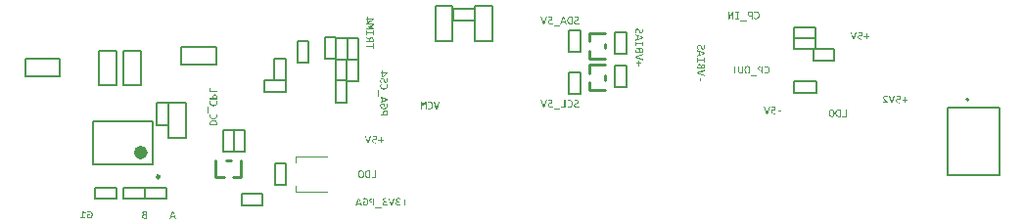
<source format=gbo>
G04*
G04 #@! TF.GenerationSoftware,Altium Limited,Altium Designer,24.10.1 (45)*
G04*
G04 Layer_Color=32896*
%FSAX25Y25*%
%MOIN*%
G70*
G04*
G04 #@! TF.SameCoordinates,EC905C38-5B55-41C3-8357-A0E4B0657E30*
G04*
G04*
G04 #@! TF.FilePolarity,Positive*
G04*
G01*
G75*
%ADD10C,0.00984*%
%ADD11C,0.02362*%
%ADD12C,0.00394*%
%ADD15C,0.00787*%
%ADD16C,0.01000*%
%ADD17C,0.00500*%
G36*
X0189011Y0010564D02*
X0189031Y0010561D01*
X0189044D01*
X0189054Y0010557D01*
X0189057D01*
X0189113Y0010551D01*
X0189139Y0010548D01*
X0189162Y0010544D01*
X0189178Y0010541D01*
X0189195D01*
X0189205Y0010538D01*
X0189208D01*
X0189264Y0010528D01*
X0189290Y0010521D01*
X0189313Y0010518D01*
X0189329Y0010511D01*
X0189346Y0010508D01*
X0189355Y0010505D01*
X0189359D01*
X0189411Y0010492D01*
X0189437Y0010485D01*
X0189457Y0010479D01*
X0189473Y0010475D01*
X0189487Y0010469D01*
X0189496Y0010465D01*
X0189500D01*
Y0010167D01*
X0189441Y0010183D01*
X0189388Y0010200D01*
X0189336Y0010213D01*
X0189293Y0010223D01*
X0189257Y0010233D01*
X0189227Y0010239D01*
X0189211Y0010242D01*
X0189205D01*
X0189152Y0010252D01*
X0189106Y0010259D01*
X0189060Y0010262D01*
X0189021Y0010265D01*
X0188988Y0010269D01*
X0188939D01*
X0188854Y0010265D01*
X0188778Y0010255D01*
X0188713Y0010239D01*
X0188660Y0010223D01*
X0188621Y0010203D01*
X0188591Y0010190D01*
X0188575Y0010177D01*
X0188568Y0010174D01*
X0188525Y0010134D01*
X0188493Y0010085D01*
X0188470Y0010036D01*
X0188457Y0009987D01*
X0188447Y0009941D01*
X0188444Y0009905D01*
X0188440Y0009892D01*
Y0009882D01*
Y0009875D01*
Y0009872D01*
Y0009832D01*
X0188447Y0009796D01*
X0188453Y0009767D01*
X0188460Y0009737D01*
X0188467Y0009714D01*
X0188473Y0009698D01*
X0188476Y0009685D01*
X0188480Y0009682D01*
X0188512Y0009626D01*
X0188529Y0009600D01*
X0188545Y0009580D01*
X0188562Y0009563D01*
X0188575Y0009550D01*
X0188581Y0009544D01*
X0188585Y0009540D01*
X0188637Y0009504D01*
X0188690Y0009478D01*
X0188713Y0009468D01*
X0188729Y0009462D01*
X0188742Y0009455D01*
X0188745D01*
X0188818Y0009439D01*
X0188854Y0009432D01*
X0188886Y0009429D01*
X0188916D01*
X0188939Y0009426D01*
X0189254D01*
Y0009144D01*
X0188909D01*
X0188860Y0009140D01*
X0188818Y0009134D01*
X0188778Y0009131D01*
X0188749Y0009124D01*
X0188722Y0009117D01*
X0188709Y0009114D01*
X0188703D01*
X0188660Y0009104D01*
X0188621Y0009091D01*
X0188585Y0009078D01*
X0188555Y0009065D01*
X0188529Y0009055D01*
X0188512Y0009045D01*
X0188499Y0009039D01*
X0188496Y0009035D01*
X0188463Y0009016D01*
X0188437Y0008993D01*
X0188414Y0008970D01*
X0188394Y0008950D01*
X0188381Y0008930D01*
X0188371Y0008917D01*
X0188365Y0008907D01*
X0188362Y0008904D01*
X0188345Y0008875D01*
X0188332Y0008842D01*
X0188326Y0008809D01*
X0188319Y0008783D01*
X0188316Y0008757D01*
X0188312Y0008737D01*
Y0008721D01*
Y0008717D01*
X0188316Y0008675D01*
X0188319Y0008635D01*
X0188326Y0008599D01*
X0188332Y0008570D01*
X0188342Y0008543D01*
X0188348Y0008524D01*
X0188352Y0008511D01*
X0188355Y0008507D01*
X0188371Y0008474D01*
X0188391Y0008445D01*
X0188411Y0008419D01*
X0188430Y0008396D01*
X0188450Y0008376D01*
X0188467Y0008363D01*
X0188476Y0008353D01*
X0188480Y0008350D01*
X0188512Y0008327D01*
X0188552Y0008307D01*
X0188588Y0008291D01*
X0188624Y0008278D01*
X0188654Y0008268D01*
X0188680Y0008258D01*
X0188696Y0008255D01*
X0188703Y0008252D01*
X0188755Y0008242D01*
X0188811Y0008232D01*
X0188867Y0008225D01*
X0188919Y0008222D01*
X0188965D01*
X0189001Y0008219D01*
X0189086D01*
X0189136Y0008222D01*
X0189185D01*
X0189227Y0008225D01*
X0189260D01*
X0189290Y0008229D01*
X0189313D01*
X0189362Y0008235D01*
X0189408Y0008238D01*
X0189454Y0008245D01*
X0189490Y0008252D01*
X0189523Y0008258D01*
X0189549Y0008261D01*
X0189562Y0008265D01*
X0189569D01*
Y0007956D01*
X0189490Y0007946D01*
X0189451Y0007943D01*
X0189414Y0007940D01*
X0189385Y0007937D01*
X0189362D01*
X0189349Y0007933D01*
X0189342D01*
X0189247Y0007927D01*
X0189201Y0007924D01*
X0189159D01*
X0189122Y0007920D01*
X0189067D01*
X0188965Y0007924D01*
X0188873Y0007930D01*
X0188791Y0007940D01*
X0188719Y0007953D01*
X0188690Y0007956D01*
X0188660Y0007963D01*
X0188637Y0007969D01*
X0188617Y0007973D01*
X0188601Y0007976D01*
X0188591Y0007979D01*
X0188585Y0007982D01*
X0188581D01*
X0188506Y0008009D01*
X0188437Y0008038D01*
X0188378Y0008068D01*
X0188329Y0008097D01*
X0188289Y0008120D01*
X0188260Y0008140D01*
X0188240Y0008156D01*
X0188234Y0008160D01*
X0188184Y0008202D01*
X0188142Y0008248D01*
X0188109Y0008291D01*
X0188080Y0008330D01*
X0188057Y0008366D01*
X0188040Y0008393D01*
X0188030Y0008412D01*
X0188027Y0008419D01*
X0188004Y0008474D01*
X0187984Y0008530D01*
X0187971Y0008583D01*
X0187965Y0008632D01*
X0187958Y0008675D01*
X0187955Y0008707D01*
Y0008721D01*
Y0008730D01*
Y0008734D01*
Y0008737D01*
X0187958Y0008783D01*
X0187961Y0008822D01*
X0187971Y0008862D01*
X0187978Y0008894D01*
X0187988Y0008921D01*
X0187997Y0008944D01*
X0188001Y0008957D01*
X0188004Y0008960D01*
X0188024Y0008996D01*
X0188043Y0009029D01*
X0188066Y0009058D01*
X0188086Y0009085D01*
X0188106Y0009104D01*
X0188119Y0009121D01*
X0188129Y0009131D01*
X0188132Y0009134D01*
X0188191Y0009186D01*
X0188221Y0009206D01*
X0188247Y0009222D01*
X0188270Y0009235D01*
X0188289Y0009245D01*
X0188303Y0009252D01*
X0188306Y0009255D01*
X0188378Y0009285D01*
X0188411Y0009298D01*
X0188444Y0009308D01*
X0188470Y0009314D01*
X0188489Y0009318D01*
X0188503Y0009321D01*
X0188506D01*
X0188437Y0009357D01*
X0188375Y0009396D01*
X0188322Y0009436D01*
X0188276Y0009472D01*
X0188240Y0009504D01*
X0188214Y0009534D01*
X0188201Y0009550D01*
X0188194Y0009557D01*
X0188155Y0009616D01*
X0188129Y0009678D01*
X0188109Y0009741D01*
X0188093Y0009800D01*
X0188086Y0009849D01*
X0188083Y0009872D01*
Y0009892D01*
X0188080Y0009908D01*
Y0009918D01*
Y0009924D01*
Y0009928D01*
X0188083Y0009980D01*
X0188089Y0010033D01*
X0188096Y0010075D01*
X0188106Y0010114D01*
X0188119Y0010147D01*
X0188125Y0010174D01*
X0188132Y0010187D01*
X0188135Y0010193D01*
X0188158Y0010236D01*
X0188181Y0010275D01*
X0188207Y0010308D01*
X0188234Y0010338D01*
X0188257Y0010361D01*
X0188276Y0010380D01*
X0188289Y0010390D01*
X0188293Y0010393D01*
X0188335Y0010423D01*
X0188378Y0010449D01*
X0188421Y0010472D01*
X0188460Y0010488D01*
X0188496Y0010505D01*
X0188525Y0010515D01*
X0188545Y0010518D01*
X0188549Y0010521D01*
X0188552D01*
X0188611Y0010538D01*
X0188673Y0010548D01*
X0188732Y0010557D01*
X0188791Y0010561D01*
X0188840Y0010564D01*
X0188860Y0010567D01*
X0188965D01*
X0189011Y0010564D01*
D02*
G37*
G36*
X0184576D02*
X0184596Y0010561D01*
X0184609D01*
X0184619Y0010557D01*
X0184622D01*
X0184678Y0010551D01*
X0184704Y0010548D01*
X0184727Y0010544D01*
X0184744Y0010541D01*
X0184760D01*
X0184770Y0010538D01*
X0184773D01*
X0184829Y0010528D01*
X0184855Y0010521D01*
X0184878Y0010518D01*
X0184895Y0010511D01*
X0184911Y0010508D01*
X0184921Y0010505D01*
X0184924D01*
X0184977Y0010492D01*
X0185003Y0010485D01*
X0185022Y0010479D01*
X0185039Y0010475D01*
X0185052Y0010469D01*
X0185062Y0010465D01*
X0185065D01*
Y0010167D01*
X0185006Y0010183D01*
X0184954Y0010200D01*
X0184901Y0010213D01*
X0184859Y0010223D01*
X0184822Y0010233D01*
X0184793Y0010239D01*
X0184776Y0010242D01*
X0184770D01*
X0184718Y0010252D01*
X0184672Y0010259D01*
X0184626Y0010262D01*
X0184586Y0010265D01*
X0184554Y0010269D01*
X0184504D01*
X0184419Y0010265D01*
X0184344Y0010255D01*
X0184278Y0010239D01*
X0184225Y0010223D01*
X0184186Y0010203D01*
X0184157Y0010190D01*
X0184140Y0010177D01*
X0184134Y0010174D01*
X0184091Y0010134D01*
X0184058Y0010085D01*
X0184035Y0010036D01*
X0184022Y0009987D01*
X0184012Y0009941D01*
X0184009Y0009905D01*
X0184006Y0009892D01*
Y0009882D01*
Y0009875D01*
Y0009872D01*
Y0009832D01*
X0184012Y0009796D01*
X0184019Y0009767D01*
X0184025Y0009737D01*
X0184032Y0009714D01*
X0184038Y0009698D01*
X0184042Y0009685D01*
X0184045Y0009682D01*
X0184078Y0009626D01*
X0184094Y0009600D01*
X0184111Y0009580D01*
X0184127Y0009563D01*
X0184140Y0009550D01*
X0184147Y0009544D01*
X0184150Y0009540D01*
X0184203Y0009504D01*
X0184255Y0009478D01*
X0184278Y0009468D01*
X0184294Y0009462D01*
X0184308Y0009455D01*
X0184311D01*
X0184383Y0009439D01*
X0184419Y0009432D01*
X0184452Y0009429D01*
X0184481D01*
X0184504Y0009426D01*
X0184819D01*
Y0009144D01*
X0184475D01*
X0184425Y0009140D01*
X0184383Y0009134D01*
X0184344Y0009131D01*
X0184314Y0009124D01*
X0184288Y0009117D01*
X0184275Y0009114D01*
X0184268D01*
X0184225Y0009104D01*
X0184186Y0009091D01*
X0184150Y0009078D01*
X0184121Y0009065D01*
X0184094Y0009055D01*
X0184078Y0009045D01*
X0184065Y0009039D01*
X0184062Y0009035D01*
X0184029Y0009016D01*
X0184002Y0008993D01*
X0183979Y0008970D01*
X0183960Y0008950D01*
X0183947Y0008930D01*
X0183937Y0008917D01*
X0183930Y0008907D01*
X0183927Y0008904D01*
X0183911Y0008875D01*
X0183897Y0008842D01*
X0183891Y0008809D01*
X0183884Y0008783D01*
X0183881Y0008757D01*
X0183878Y0008737D01*
Y0008721D01*
Y0008717D01*
X0183881Y0008675D01*
X0183884Y0008635D01*
X0183891Y0008599D01*
X0183897Y0008570D01*
X0183907Y0008543D01*
X0183914Y0008524D01*
X0183917Y0008511D01*
X0183920Y0008507D01*
X0183937Y0008474D01*
X0183957Y0008445D01*
X0183976Y0008419D01*
X0183996Y0008396D01*
X0184016Y0008376D01*
X0184032Y0008363D01*
X0184042Y0008353D01*
X0184045Y0008350D01*
X0184078Y0008327D01*
X0184117Y0008307D01*
X0184153Y0008291D01*
X0184189Y0008278D01*
X0184219Y0008268D01*
X0184245Y0008258D01*
X0184262Y0008255D01*
X0184268Y0008252D01*
X0184321Y0008242D01*
X0184376Y0008232D01*
X0184432Y0008225D01*
X0184485Y0008222D01*
X0184530D01*
X0184567Y0008219D01*
X0184652D01*
X0184701Y0008222D01*
X0184750D01*
X0184793Y0008225D01*
X0184826D01*
X0184855Y0008229D01*
X0184878D01*
X0184927Y0008235D01*
X0184973Y0008238D01*
X0185019Y0008245D01*
X0185055Y0008252D01*
X0185088Y0008258D01*
X0185114Y0008261D01*
X0185127Y0008265D01*
X0185134D01*
Y0007956D01*
X0185055Y0007946D01*
X0185016Y0007943D01*
X0184980Y0007940D01*
X0184950Y0007937D01*
X0184927D01*
X0184914Y0007933D01*
X0184908D01*
X0184813Y0007927D01*
X0184767Y0007924D01*
X0184724D01*
X0184688Y0007920D01*
X0184632D01*
X0184530Y0007924D01*
X0184439Y0007930D01*
X0184357Y0007940D01*
X0184284Y0007953D01*
X0184255Y0007956D01*
X0184225Y0007963D01*
X0184203Y0007969D01*
X0184183Y0007973D01*
X0184166Y0007976D01*
X0184157Y0007979D01*
X0184150Y0007982D01*
X0184147D01*
X0184071Y0008009D01*
X0184002Y0008038D01*
X0183943Y0008068D01*
X0183894Y0008097D01*
X0183855Y0008120D01*
X0183825Y0008140D01*
X0183806Y0008156D01*
X0183799Y0008160D01*
X0183750Y0008202D01*
X0183707Y0008248D01*
X0183674Y0008291D01*
X0183645Y0008330D01*
X0183622Y0008366D01*
X0183606Y0008393D01*
X0183596Y0008412D01*
X0183592Y0008419D01*
X0183570Y0008474D01*
X0183550Y0008530D01*
X0183537Y0008583D01*
X0183530Y0008632D01*
X0183524Y0008675D01*
X0183520Y0008707D01*
Y0008721D01*
Y0008730D01*
Y0008734D01*
Y0008737D01*
X0183524Y0008783D01*
X0183527Y0008822D01*
X0183537Y0008862D01*
X0183543Y0008894D01*
X0183553Y0008921D01*
X0183563Y0008944D01*
X0183566Y0008957D01*
X0183570Y0008960D01*
X0183589Y0008996D01*
X0183609Y0009029D01*
X0183632Y0009058D01*
X0183651Y0009085D01*
X0183671Y0009104D01*
X0183684Y0009121D01*
X0183694Y0009131D01*
X0183697Y0009134D01*
X0183756Y0009186D01*
X0183786Y0009206D01*
X0183812Y0009222D01*
X0183835Y0009235D01*
X0183855Y0009245D01*
X0183868Y0009252D01*
X0183871Y0009255D01*
X0183943Y0009285D01*
X0183976Y0009298D01*
X0184009Y0009308D01*
X0184035Y0009314D01*
X0184055Y0009318D01*
X0184068Y0009321D01*
X0184071D01*
X0184002Y0009357D01*
X0183940Y0009396D01*
X0183888Y0009436D01*
X0183842Y0009472D01*
X0183806Y0009504D01*
X0183779Y0009534D01*
X0183766Y0009550D01*
X0183760Y0009557D01*
X0183720Y0009616D01*
X0183694Y0009678D01*
X0183674Y0009741D01*
X0183658Y0009800D01*
X0183651Y0009849D01*
X0183648Y0009872D01*
Y0009892D01*
X0183645Y0009908D01*
Y0009918D01*
Y0009924D01*
Y0009928D01*
X0183648Y0009980D01*
X0183655Y0010033D01*
X0183661Y0010075D01*
X0183671Y0010114D01*
X0183684Y0010147D01*
X0183691Y0010174D01*
X0183697Y0010187D01*
X0183701Y0010193D01*
X0183724Y0010236D01*
X0183747Y0010275D01*
X0183773Y0010308D01*
X0183799Y0010338D01*
X0183822Y0010361D01*
X0183842Y0010380D01*
X0183855Y0010390D01*
X0183858Y0010393D01*
X0183901Y0010423D01*
X0183943Y0010449D01*
X0183986Y0010472D01*
X0184025Y0010488D01*
X0184062Y0010505D01*
X0184091Y0010515D01*
X0184111Y0010518D01*
X0184114Y0010521D01*
X0184117D01*
X0184176Y0010538D01*
X0184239Y0010548D01*
X0184298Y0010557D01*
X0184357Y0010561D01*
X0184406Y0010564D01*
X0184425Y0010567D01*
X0184530D01*
X0184576Y0010564D01*
D02*
G37*
G36*
X0186813Y0007956D02*
X0186341D01*
X0185469Y0010531D01*
X0185843D01*
X0186400Y0008793D01*
X0186561Y0008284D01*
X0186718Y0008793D01*
X0187273Y0010531D01*
X0187670D01*
X0186813Y0007956D01*
D02*
G37*
G36*
X0177554Y0010564D02*
X0177649Y0010554D01*
X0177734Y0010538D01*
X0177806Y0010521D01*
X0177839Y0010511D01*
X0177869Y0010505D01*
X0177892Y0010498D01*
X0177915Y0010488D01*
X0177931Y0010485D01*
X0177944Y0010479D01*
X0177951Y0010475D01*
X0177954D01*
X0178036Y0010436D01*
X0178112Y0010393D01*
X0178177Y0010351D01*
X0178233Y0010308D01*
X0178279Y0010269D01*
X0178312Y0010236D01*
X0178325Y0010223D01*
X0178335Y0010213D01*
X0178338Y0010210D01*
X0178341Y0010206D01*
X0178397Y0010137D01*
X0178446Y0010065D01*
X0178489Y0009996D01*
X0178522Y0009928D01*
X0178551Y0009868D01*
X0178561Y0009846D01*
X0178571Y0009823D01*
X0178577Y0009803D01*
X0178584Y0009790D01*
X0178587Y0009783D01*
Y0009780D01*
X0178617Y0009685D01*
X0178640Y0009586D01*
X0178653Y0009491D01*
X0178666Y0009403D01*
X0178669Y0009363D01*
X0178672Y0009327D01*
Y0009295D01*
X0178676Y0009265D01*
Y0009242D01*
Y0009226D01*
Y0009216D01*
Y0009212D01*
X0178672Y0009098D01*
X0178663Y0008990D01*
X0178649Y0008894D01*
X0178643Y0008852D01*
X0178636Y0008812D01*
X0178630Y0008776D01*
X0178623Y0008747D01*
X0178617Y0008717D01*
X0178610Y0008694D01*
X0178603Y0008675D01*
X0178600Y0008662D01*
X0178597Y0008655D01*
Y0008652D01*
X0178564Y0008563D01*
X0178528Y0008484D01*
X0178492Y0008416D01*
X0178453Y0008356D01*
X0178420Y0008310D01*
X0178407Y0008291D01*
X0178394Y0008274D01*
X0178384Y0008261D01*
X0178377Y0008252D01*
X0178371Y0008248D01*
Y0008245D01*
X0178312Y0008189D01*
X0178249Y0008140D01*
X0178190Y0008097D01*
X0178135Y0008065D01*
X0178085Y0008038D01*
X0178062Y0008025D01*
X0178046Y0008019D01*
X0178030Y0008012D01*
X0178020Y0008005D01*
X0178013Y0008002D01*
X0178010D01*
X0177928Y0007976D01*
X0177846Y0007956D01*
X0177767Y0007940D01*
X0177692Y0007930D01*
X0177659Y0007927D01*
X0177629Y0007924D01*
X0177603D01*
X0177577Y0007920D01*
X0177534D01*
X0177469Y0007924D01*
X0177439D01*
X0177410Y0007927D01*
X0177387Y0007930D01*
X0177370D01*
X0177357Y0007933D01*
X0177354D01*
X0177285Y0007943D01*
X0177255Y0007946D01*
X0177226Y0007950D01*
X0177203Y0007953D01*
X0177187Y0007956D01*
X0177173Y0007960D01*
X0177170D01*
X0177101Y0007976D01*
X0177072Y0007982D01*
X0177042Y0007992D01*
X0177019Y0007999D01*
X0177003Y0008005D01*
X0176990Y0008009D01*
X0176987D01*
X0176921Y0008032D01*
X0176891Y0008042D01*
X0176865Y0008051D01*
X0176842Y0008061D01*
X0176826Y0008068D01*
X0176816Y0008074D01*
X0176813D01*
Y0009393D01*
X0177685D01*
Y0009104D01*
X0177160D01*
Y0008281D01*
X0177187Y0008271D01*
X0177209Y0008265D01*
X0177229Y0008261D01*
X0177233Y0008258D01*
X0177236D01*
X0177265Y0008252D01*
X0177292Y0008245D01*
X0177311Y0008242D01*
X0177318D01*
X0177351Y0008238D01*
X0177377Y0008235D01*
X0177397Y0008232D01*
X0177403D01*
X0177433Y0008229D01*
X0177485D01*
X0177564Y0008232D01*
X0177636Y0008238D01*
X0177698Y0008252D01*
X0177754Y0008265D01*
X0177797Y0008274D01*
X0177830Y0008288D01*
X0177843Y0008291D01*
X0177852Y0008294D01*
X0177856Y0008297D01*
X0177859D01*
X0177915Y0008327D01*
X0177967Y0008356D01*
X0178010Y0008389D01*
X0178046Y0008422D01*
X0178079Y0008452D01*
X0178098Y0008474D01*
X0178115Y0008488D01*
X0178118Y0008494D01*
X0178151Y0008547D01*
X0178180Y0008599D01*
X0178207Y0008652D01*
X0178226Y0008704D01*
X0178243Y0008747D01*
X0178253Y0008783D01*
X0178256Y0008796D01*
X0178259Y0008806D01*
X0178262Y0008809D01*
Y0008812D01*
X0178279Y0008884D01*
X0178289Y0008957D01*
X0178298Y0009029D01*
X0178302Y0009094D01*
X0178305Y0009150D01*
X0178308Y0009176D01*
Y0009196D01*
Y0009212D01*
Y0009226D01*
Y0009232D01*
Y0009235D01*
X0178305Y0009321D01*
X0178298Y0009396D01*
X0178292Y0009468D01*
X0178279Y0009531D01*
X0178269Y0009580D01*
X0178266Y0009603D01*
X0178262Y0009619D01*
X0178259Y0009632D01*
X0178256Y0009642D01*
X0178253Y0009649D01*
Y0009652D01*
X0178230Y0009721D01*
X0178200Y0009780D01*
X0178174Y0009836D01*
X0178148Y0009882D01*
X0178121Y0009918D01*
X0178102Y0009947D01*
X0178089Y0009964D01*
X0178085Y0009970D01*
X0178043Y0010019D01*
X0177997Y0010059D01*
X0177954Y0010095D01*
X0177911Y0010124D01*
X0177872Y0010147D01*
X0177843Y0010164D01*
X0177823Y0010174D01*
X0177820Y0010177D01*
X0177816D01*
X0177754Y0010203D01*
X0177692Y0010220D01*
X0177629Y0010233D01*
X0177574Y0010242D01*
X0177524Y0010249D01*
X0177505D01*
X0177485Y0010252D01*
X0177452D01*
X0177387Y0010249D01*
X0177328Y0010246D01*
X0177272Y0010239D01*
X0177223Y0010233D01*
X0177180Y0010223D01*
X0177150Y0010216D01*
X0177131Y0010213D01*
X0177124Y0010210D01*
X0177068Y0010193D01*
X0177013Y0010174D01*
X0176964Y0010154D01*
X0176918Y0010134D01*
X0176878Y0010118D01*
X0176852Y0010105D01*
X0176832Y0010095D01*
X0176826Y0010091D01*
Y0010439D01*
X0176882Y0010462D01*
X0176934Y0010482D01*
X0176983Y0010498D01*
X0177029Y0010511D01*
X0177068Y0010521D01*
X0177101Y0010528D01*
X0177121Y0010534D01*
X0177128D01*
X0177246Y0010554D01*
X0177301Y0010561D01*
X0177351Y0010564D01*
X0177393Y0010567D01*
X0177455D01*
X0177554Y0010564D01*
D02*
G37*
G36*
X0191176Y0009180D02*
X0191947D01*
Y0008881D01*
X0191173D01*
Y0008078D01*
X0190835D01*
Y0008881D01*
X0190061D01*
Y0009180D01*
X0190835D01*
Y0009977D01*
X0191176D01*
Y0009180D01*
D02*
G37*
G36*
X0180713Y0007956D02*
X0180362D01*
Y0008881D01*
X0180043D01*
X0179948Y0008884D01*
X0179860Y0008894D01*
X0179781Y0008904D01*
X0179716Y0008921D01*
X0179686Y0008927D01*
X0179660Y0008934D01*
X0179637Y0008940D01*
X0179617Y0008944D01*
X0179604Y0008950D01*
X0179594Y0008953D01*
X0179588Y0008957D01*
X0179584D01*
X0179515Y0008986D01*
X0179453Y0009019D01*
X0179397Y0009052D01*
X0179351Y0009085D01*
X0179315Y0009111D01*
X0179289Y0009134D01*
X0179273Y0009147D01*
X0179266Y0009154D01*
X0179224Y0009199D01*
X0179184Y0009249D01*
X0179155Y0009295D01*
X0179128Y0009337D01*
X0179109Y0009373D01*
X0179092Y0009403D01*
X0179086Y0009422D01*
X0179082Y0009426D01*
Y0009429D01*
X0179063Y0009488D01*
X0179050Y0009544D01*
X0179036Y0009596D01*
X0179030Y0009642D01*
X0179027Y0009682D01*
X0179023Y0009714D01*
Y0009734D01*
Y0009737D01*
Y0009741D01*
X0179027Y0009819D01*
X0179036Y0009888D01*
X0179050Y0009950D01*
X0179063Y0010003D01*
X0179079Y0010046D01*
X0179092Y0010078D01*
X0179102Y0010098D01*
X0179105Y0010105D01*
X0179138Y0010157D01*
X0179171Y0010206D01*
X0179207Y0010249D01*
X0179240Y0010285D01*
X0179273Y0010311D01*
X0179296Y0010334D01*
X0179312Y0010347D01*
X0179319Y0010351D01*
X0179368Y0010384D01*
X0179420Y0010413D01*
X0179473Y0010436D01*
X0179519Y0010456D01*
X0179561Y0010469D01*
X0179594Y0010482D01*
X0179607Y0010485D01*
X0179617D01*
X0179620Y0010488D01*
X0179624D01*
X0179689Y0010502D01*
X0179755Y0010515D01*
X0179817Y0010521D01*
X0179873Y0010525D01*
X0179922Y0010528D01*
X0179942Y0010531D01*
X0180713D01*
Y0007956D01*
D02*
G37*
G36*
X0176573D02*
X0176209D01*
X0176029Y0008517D01*
X0174953D01*
X0174776Y0007956D01*
X0174392D01*
X0175238Y0010531D01*
X0175717D01*
X0176573Y0007956D01*
D02*
G37*
G36*
X0183241Y0007149D02*
X0181024D01*
Y0007431D01*
X0183241D01*
Y0007149D01*
D02*
G37*
G36*
X0178719Y0071792D02*
X0180421D01*
Y0071297D01*
X0178719Y0070201D01*
X0178417D01*
Y0071441D01*
X0177847D01*
Y0071792D01*
X0178417D01*
Y0072232D01*
X0178719D01*
Y0071792D01*
D02*
G37*
G36*
X0180421Y0069896D02*
Y0069470D01*
X0179450Y0069103D01*
X0179122Y0068994D01*
X0179450Y0068883D01*
X0180421Y0068535D01*
Y0068119D01*
X0177847Y0067994D01*
Y0068325D01*
X0179427Y0068371D01*
X0180067Y0068378D01*
X0179670Y0068499D01*
X0178686Y0068860D01*
Y0069103D01*
X0179709Y0069483D01*
X0180067Y0069604D01*
X0179454Y0069627D01*
X0177847Y0069677D01*
Y0070021D01*
X0180421Y0069896D01*
D02*
G37*
G36*
Y0066019D02*
X0180126D01*
Y0066613D01*
X0178145D01*
Y0066019D01*
X0177847D01*
Y0067561D01*
X0178145D01*
Y0066967D01*
X0180126D01*
Y0067561D01*
X0180421D01*
Y0066019D01*
D02*
G37*
G36*
X0178693Y0065127D02*
X0178749Y0065098D01*
X0178798Y0065068D01*
X0178837Y0065042D01*
X0178873Y0065019D01*
X0178903Y0064999D01*
X0178922Y0064983D01*
X0178935Y0064973D01*
X0178939Y0064970D01*
X0178972Y0064940D01*
X0179001Y0064911D01*
X0179021Y0064878D01*
X0179040Y0064848D01*
X0179053Y0064825D01*
X0179063Y0064806D01*
X0179070Y0064789D01*
Y0064786D01*
X0179083Y0064835D01*
X0179099Y0064881D01*
X0179116Y0064921D01*
X0179129Y0064953D01*
X0179142Y0064983D01*
X0179155Y0065006D01*
X0179162Y0065019D01*
X0179165Y0065022D01*
X0179191Y0065058D01*
X0179218Y0065094D01*
X0179241Y0065124D01*
X0179267Y0065150D01*
X0179286Y0065170D01*
X0179303Y0065183D01*
X0179313Y0065193D01*
X0179316Y0065196D01*
X0179349Y0065222D01*
X0179385Y0065242D01*
X0179418Y0065262D01*
X0179447Y0065278D01*
X0179473Y0065288D01*
X0179493Y0065298D01*
X0179509Y0065304D01*
X0179513D01*
X0179555Y0065317D01*
X0179595Y0065324D01*
X0179634Y0065330D01*
X0179667Y0065337D01*
X0179700D01*
X0179723Y0065340D01*
X0179736D01*
X0179742D01*
X0179798Y0065337D01*
X0179851Y0065334D01*
X0179896Y0065324D01*
X0179936Y0065317D01*
X0179972Y0065308D01*
X0179995Y0065298D01*
X0180011Y0065294D01*
X0180018Y0065291D01*
X0180064Y0065272D01*
X0180103Y0065245D01*
X0180139Y0065222D01*
X0180172Y0065196D01*
X0180195Y0065173D01*
X0180215Y0065153D01*
X0180228Y0065140D01*
X0180231Y0065137D01*
X0180264Y0065098D01*
X0180290Y0065052D01*
X0180313Y0065009D01*
X0180333Y0064966D01*
X0180349Y0064927D01*
X0180359Y0064898D01*
X0180366Y0064878D01*
X0180369Y0064875D01*
Y0064871D01*
X0180385Y0064809D01*
X0180398Y0064743D01*
X0180408Y0064678D01*
X0180415Y0064619D01*
X0180418Y0064566D01*
X0180421Y0064543D01*
Y0063799D01*
X0177847D01*
Y0064150D01*
X0178991D01*
Y0064314D01*
X0178988Y0064366D01*
X0178985Y0064389D01*
Y0064412D01*
X0178981Y0064429D01*
X0178978Y0064442D01*
X0178975Y0064448D01*
Y0064451D01*
X0178958Y0064497D01*
X0178942Y0064534D01*
X0178935Y0064547D01*
X0178929Y0064556D01*
X0178926Y0064563D01*
X0178922Y0064566D01*
X0178893Y0064602D01*
X0178860Y0064635D01*
X0178847Y0064648D01*
X0178834Y0064658D01*
X0178827Y0064661D01*
X0178824Y0064665D01*
X0178775Y0064697D01*
X0178722Y0064727D01*
X0178699Y0064737D01*
X0178683Y0064747D01*
X0178670Y0064750D01*
X0178666Y0064753D01*
X0177847Y0065137D01*
Y0065534D01*
X0178693Y0065127D01*
D02*
G37*
G36*
X0180421Y0061418D02*
X0180123D01*
Y0062178D01*
X0177847D01*
Y0062533D01*
X0180123D01*
Y0063294D01*
X0180421D01*
Y0061418D01*
D02*
G37*
G36*
X0113197Y0003528D02*
X0112833D01*
X0112652Y0004088D01*
X0111577D01*
X0111399Y0003528D01*
X0111016D01*
X0111862Y0006102D01*
X0112341D01*
X0113197Y0003528D01*
D02*
G37*
G36*
X0103295D02*
X0102633D01*
X0102548Y0003531D01*
X0102472Y0003534D01*
X0102400Y0003544D01*
X0102341Y0003554D01*
X0102288Y0003560D01*
X0102269Y0003567D01*
X0102252Y0003570D01*
X0102239Y0003573D01*
X0102229D01*
X0102223Y0003577D01*
X0102220D01*
X0102151Y0003600D01*
X0102092Y0003623D01*
X0102036Y0003649D01*
X0101990Y0003672D01*
X0101954Y0003695D01*
X0101924Y0003711D01*
X0101908Y0003724D01*
X0101901Y0003728D01*
X0101856Y0003767D01*
X0101813Y0003806D01*
X0101780Y0003846D01*
X0101751Y0003885D01*
X0101727Y0003918D01*
X0101711Y0003944D01*
X0101701Y0003960D01*
X0101698Y0003967D01*
X0101675Y0004023D01*
X0101655Y0004079D01*
X0101642Y0004134D01*
X0101636Y0004187D01*
X0101629Y0004230D01*
X0101626Y0004266D01*
Y0004279D01*
Y0004289D01*
Y0004292D01*
Y0004295D01*
X0101629Y0004341D01*
X0101632Y0004384D01*
X0101639Y0004423D01*
X0101646Y0004459D01*
X0101655Y0004485D01*
X0101662Y0004508D01*
X0101665Y0004521D01*
X0101669Y0004525D01*
X0101685Y0004564D01*
X0101701Y0004597D01*
X0101721Y0004626D01*
X0101737Y0004653D01*
X0101754Y0004672D01*
X0101767Y0004689D01*
X0101777Y0004699D01*
X0101780Y0004702D01*
X0101836Y0004754D01*
X0101862Y0004774D01*
X0101888Y0004790D01*
X0101911Y0004803D01*
X0101928Y0004813D01*
X0101941Y0004820D01*
X0101944Y0004823D01*
X0102013Y0004856D01*
X0102046Y0004866D01*
X0102075Y0004876D01*
X0102102Y0004882D01*
X0102121Y0004889D01*
X0102134Y0004892D01*
X0102137D01*
X0102059Y0004922D01*
X0101993Y0004958D01*
X0101937Y0004994D01*
X0101892Y0005030D01*
X0101859Y0005063D01*
X0101836Y0005092D01*
X0101819Y0005108D01*
X0101816Y0005115D01*
X0101783Y0005174D01*
X0101760Y0005233D01*
X0101741Y0005296D01*
X0101731Y0005351D01*
X0101724Y0005400D01*
X0101721Y0005420D01*
X0101718Y0005437D01*
Y0005453D01*
Y0005463D01*
Y0005469D01*
Y0005473D01*
X0101721Y0005528D01*
X0101727Y0005584D01*
X0101737Y0005633D01*
X0101754Y0005679D01*
X0101774Y0005725D01*
X0101796Y0005765D01*
X0101852Y0005837D01*
X0101915Y0005899D01*
X0101987Y0005948D01*
X0102065Y0005991D01*
X0102144Y0006024D01*
X0102223Y0006050D01*
X0102302Y0006070D01*
X0102374Y0006083D01*
X0102436Y0006092D01*
X0102492Y0006099D01*
X0102515D01*
X0102534Y0006102D01*
X0103295D01*
Y0003528D01*
D02*
G37*
G36*
X0181317Y0017413D02*
X0179834D01*
Y0017712D01*
X0180959D01*
Y0019988D01*
X0181317D01*
Y0017413D01*
D02*
G37*
G36*
X0179345D02*
X0178794D01*
X0178706Y0017417D01*
X0178624Y0017420D01*
X0178548Y0017426D01*
X0178483Y0017436D01*
X0178430Y0017446D01*
X0178411Y0017449D01*
X0178391Y0017453D01*
X0178378Y0017456D01*
X0178368D01*
X0178361Y0017459D01*
X0178358D01*
X0178289Y0017479D01*
X0178224Y0017499D01*
X0178165Y0017522D01*
X0178115Y0017541D01*
X0178076Y0017558D01*
X0178047Y0017574D01*
X0178027Y0017584D01*
X0178020Y0017587D01*
X0177968Y0017620D01*
X0177919Y0017656D01*
X0177876Y0017689D01*
X0177840Y0017722D01*
X0177810Y0017748D01*
X0177791Y0017771D01*
X0177774Y0017784D01*
X0177771Y0017791D01*
X0177735Y0017837D01*
X0177702Y0017882D01*
X0177676Y0017928D01*
X0177650Y0017968D01*
X0177633Y0018004D01*
X0177617Y0018033D01*
X0177610Y0018050D01*
X0177607Y0018056D01*
X0177568Y0018168D01*
X0177551Y0018220D01*
X0177538Y0018270D01*
X0177528Y0018312D01*
X0177522Y0018342D01*
X0177518Y0018355D01*
X0177515Y0018365D01*
Y0018368D01*
Y0018371D01*
X0177499Y0018499D01*
X0177492Y0018558D01*
X0177489Y0018614D01*
X0177486Y0018660D01*
Y0018696D01*
Y0018709D01*
Y0018719D01*
Y0018725D01*
Y0018729D01*
X0177489Y0018844D01*
X0177499Y0018952D01*
X0177512Y0019053D01*
X0177532Y0019145D01*
X0177555Y0019230D01*
X0177581Y0019309D01*
X0177607Y0019378D01*
X0177633Y0019440D01*
X0177663Y0019496D01*
X0177689Y0019545D01*
X0177715Y0019585D01*
X0177738Y0019617D01*
X0177758Y0019644D01*
X0177771Y0019663D01*
X0177781Y0019673D01*
X0177784Y0019677D01*
X0177843Y0019732D01*
X0177909Y0019778D01*
X0177978Y0019821D01*
X0178050Y0019857D01*
X0178122Y0019886D01*
X0178197Y0019913D01*
X0178273Y0019932D01*
X0178345Y0019949D01*
X0178414Y0019962D01*
X0178476Y0019972D01*
X0178535Y0019978D01*
X0178584Y0019985D01*
X0178624D01*
X0178657Y0019988D01*
X0179345D01*
Y0017413D01*
D02*
G37*
G36*
X0176292Y0020021D02*
X0176364Y0020011D01*
X0176433Y0019998D01*
X0176492Y0019985D01*
X0176541Y0019969D01*
X0176561Y0019962D01*
X0176577Y0019955D01*
X0176590Y0019949D01*
X0176600Y0019946D01*
X0176607Y0019942D01*
X0176610D01*
X0176675Y0019909D01*
X0176738Y0019870D01*
X0176794Y0019831D01*
X0176839Y0019791D01*
X0176879Y0019752D01*
X0176908Y0019723D01*
X0176925Y0019703D01*
X0176928Y0019700D01*
X0176931Y0019696D01*
X0176980Y0019631D01*
X0177023Y0019562D01*
X0177062Y0019493D01*
X0177092Y0019427D01*
X0177118Y0019368D01*
X0177128Y0019342D01*
X0177135Y0019322D01*
X0177141Y0019303D01*
X0177148Y0019289D01*
X0177151Y0019283D01*
Y0019280D01*
X0177177Y0019181D01*
X0177197Y0019083D01*
X0177210Y0018981D01*
X0177220Y0018889D01*
X0177223Y0018847D01*
X0177226Y0018807D01*
Y0018775D01*
X0177230Y0018745D01*
Y0018719D01*
Y0018702D01*
Y0018689D01*
Y0018686D01*
X0177226Y0018575D01*
X0177220Y0018473D01*
X0177210Y0018378D01*
X0177207Y0018335D01*
X0177200Y0018299D01*
X0177194Y0018263D01*
X0177190Y0018230D01*
X0177184Y0018204D01*
X0177181Y0018181D01*
X0177177Y0018161D01*
X0177174Y0018148D01*
X0177171Y0018142D01*
Y0018138D01*
X0177145Y0018050D01*
X0177118Y0017971D01*
X0177089Y0017902D01*
X0177059Y0017840D01*
X0177033Y0017791D01*
X0177023Y0017771D01*
X0177013Y0017754D01*
X0177004Y0017741D01*
X0177000Y0017731D01*
X0176994Y0017728D01*
Y0017725D01*
X0176944Y0017666D01*
X0176895Y0017614D01*
X0176843Y0017568D01*
X0176797Y0017531D01*
X0176754Y0017502D01*
X0176718Y0017482D01*
X0176705Y0017476D01*
X0176695Y0017469D01*
X0176692Y0017466D01*
X0176689D01*
X0176616Y0017436D01*
X0176541Y0017413D01*
X0176469Y0017400D01*
X0176403Y0017387D01*
X0176344Y0017381D01*
X0176318D01*
X0176298Y0017377D01*
X0176256D01*
X0176180Y0017381D01*
X0176108Y0017390D01*
X0176039Y0017404D01*
X0175980Y0017417D01*
X0175931Y0017430D01*
X0175911Y0017436D01*
X0175895Y0017443D01*
X0175882Y0017449D01*
X0175872Y0017453D01*
X0175865Y0017456D01*
X0175862D01*
X0175793Y0017489D01*
X0175731Y0017528D01*
X0175678Y0017568D01*
X0175629Y0017607D01*
X0175590Y0017643D01*
X0175560Y0017673D01*
X0175544Y0017692D01*
X0175537Y0017695D01*
Y0017699D01*
X0175488Y0017764D01*
X0175442Y0017833D01*
X0175406Y0017905D01*
X0175373Y0017971D01*
X0175347Y0018027D01*
X0175337Y0018053D01*
X0175331Y0018073D01*
X0175324Y0018092D01*
X0175318Y0018105D01*
X0175314Y0018112D01*
Y0018115D01*
X0175288Y0018214D01*
X0175268Y0018315D01*
X0175252Y0018417D01*
X0175242Y0018509D01*
X0175239Y0018552D01*
X0175235Y0018591D01*
Y0018627D01*
X0175232Y0018656D01*
Y0018683D01*
Y0018699D01*
Y0018712D01*
Y0018715D01*
X0175235Y0018827D01*
X0175242Y0018929D01*
X0175252Y0019021D01*
X0175259Y0019063D01*
X0175262Y0019103D01*
X0175268Y0019139D01*
X0175275Y0019168D01*
X0175282Y0019194D01*
X0175285Y0019217D01*
X0175288Y0019237D01*
X0175291Y0019250D01*
X0175295Y0019257D01*
Y0019260D01*
X0175321Y0019349D01*
X0175347Y0019427D01*
X0175380Y0019496D01*
X0175409Y0019555D01*
X0175436Y0019604D01*
X0175449Y0019624D01*
X0175459Y0019640D01*
X0175465Y0019654D01*
X0175472Y0019663D01*
X0175478Y0019667D01*
Y0019670D01*
X0175528Y0019729D01*
X0175577Y0019782D01*
X0175629Y0019827D01*
X0175675Y0019867D01*
X0175718Y0019893D01*
X0175754Y0019916D01*
X0175767Y0019923D01*
X0175774Y0019929D01*
X0175780Y0019932D01*
X0175783D01*
X0175856Y0019962D01*
X0175928Y0019985D01*
X0176000Y0020001D01*
X0176069Y0020014D01*
X0176128Y0020021D01*
X0176154D01*
X0176174Y0020024D01*
X0176216D01*
X0176292Y0020021D01*
D02*
G37*
G36*
X0124955Y0046926D02*
X0127231D01*
Y0046569D01*
X0124656D01*
Y0048051D01*
X0124955D01*
Y0046926D01*
D02*
G37*
G36*
X0126519Y0045890D02*
X0126588Y0045880D01*
X0126650Y0045867D01*
X0126703Y0045854D01*
X0126745Y0045837D01*
X0126778Y0045824D01*
X0126798Y0045814D01*
X0126805Y0045811D01*
X0126857Y0045778D01*
X0126906Y0045745D01*
X0126949Y0045709D01*
X0126985Y0045676D01*
X0127011Y0045644D01*
X0127034Y0045621D01*
X0127047Y0045604D01*
X0127051Y0045598D01*
X0127083Y0045548D01*
X0127113Y0045496D01*
X0127136Y0045444D01*
X0127155Y0045398D01*
X0127169Y0045355D01*
X0127182Y0045322D01*
X0127185Y0045309D01*
Y0045299D01*
X0127188Y0045296D01*
Y0045293D01*
X0127201Y0045227D01*
X0127215Y0045162D01*
X0127221Y0045099D01*
X0127224Y0045043D01*
X0127228Y0044994D01*
X0127231Y0044974D01*
Y0044204D01*
X0124656D01*
Y0044555D01*
X0125581D01*
Y0044873D01*
X0125584Y0044968D01*
X0125594Y0045057D01*
X0125604Y0045135D01*
X0125620Y0045201D01*
X0125627Y0045230D01*
X0125634Y0045257D01*
X0125640Y0045280D01*
X0125644Y0045299D01*
X0125650Y0045312D01*
X0125653Y0045322D01*
X0125657Y0045329D01*
Y0045332D01*
X0125686Y0045401D01*
X0125719Y0045463D01*
X0125752Y0045519D01*
X0125785Y0045565D01*
X0125811Y0045601D01*
X0125834Y0045627D01*
X0125847Y0045644D01*
X0125853Y0045650D01*
X0125899Y0045693D01*
X0125949Y0045732D01*
X0125994Y0045762D01*
X0126037Y0045788D01*
X0126073Y0045808D01*
X0126103Y0045824D01*
X0126122Y0045831D01*
X0126126Y0045834D01*
X0126129D01*
X0126188Y0045854D01*
X0126244Y0045867D01*
X0126296Y0045880D01*
X0126342Y0045886D01*
X0126382Y0045890D01*
X0126414Y0045893D01*
X0126434D01*
X0126437D01*
X0126441D01*
X0126519Y0045890D01*
D02*
G37*
G36*
X0127179Y0043525D02*
X0127195Y0043476D01*
X0127208Y0043430D01*
X0127218Y0043390D01*
X0127224Y0043361D01*
X0127231Y0043341D01*
Y0043334D01*
X0127251Y0043220D01*
X0127257Y0043164D01*
X0127260Y0043112D01*
X0127264Y0043069D01*
Y0043003D01*
X0127260Y0042908D01*
X0127251Y0042820D01*
X0127234Y0042738D01*
X0127218Y0042669D01*
X0127208Y0042636D01*
X0127198Y0042610D01*
X0127192Y0042587D01*
X0127185Y0042564D01*
X0127179Y0042551D01*
X0127172Y0042538D01*
X0127169Y0042531D01*
Y0042528D01*
X0127129Y0042452D01*
X0127087Y0042380D01*
X0127041Y0042318D01*
X0126998Y0042265D01*
X0126959Y0042223D01*
X0126926Y0042190D01*
X0126913Y0042180D01*
X0126903Y0042170D01*
X0126900Y0042167D01*
X0126896Y0042164D01*
X0126828Y0042111D01*
X0126759Y0042065D01*
X0126687Y0042026D01*
X0126621Y0041993D01*
X0126562Y0041967D01*
X0126536Y0041957D01*
X0126516Y0041950D01*
X0126496Y0041944D01*
X0126483Y0041937D01*
X0126477Y0041934D01*
X0126473D01*
X0126378Y0041908D01*
X0126280Y0041888D01*
X0126188Y0041875D01*
X0126099Y0041865D01*
X0126060Y0041862D01*
X0126024Y0041859D01*
X0125991D01*
X0125965Y0041855D01*
X0125942D01*
X0125926D01*
X0125916D01*
X0125912D01*
X0125798Y0041859D01*
X0125689Y0041868D01*
X0125588Y0041881D01*
X0125493Y0041901D01*
X0125407Y0041924D01*
X0125329Y0041947D01*
X0125256Y0041973D01*
X0125191Y0042003D01*
X0125135Y0042029D01*
X0125086Y0042055D01*
X0125043Y0042078D01*
X0125010Y0042101D01*
X0124984Y0042121D01*
X0124964Y0042134D01*
X0124951Y0042144D01*
X0124948Y0042147D01*
X0124892Y0042206D01*
X0124840Y0042268D01*
X0124797Y0042334D01*
X0124761Y0042400D01*
X0124728Y0042472D01*
X0124702Y0042541D01*
X0124682Y0042610D01*
X0124663Y0042675D01*
X0124650Y0042738D01*
X0124640Y0042797D01*
X0124633Y0042849D01*
X0124630Y0042895D01*
X0124627Y0042931D01*
X0124623Y0042961D01*
Y0042984D01*
X0124630Y0043108D01*
X0124643Y0043226D01*
X0124663Y0043338D01*
X0124676Y0043387D01*
X0124689Y0043436D01*
X0124699Y0043479D01*
X0124712Y0043518D01*
X0124722Y0043551D01*
X0124732Y0043580D01*
X0124738Y0043604D01*
X0124745Y0043620D01*
X0124751Y0043630D01*
Y0043633D01*
X0125083D01*
X0125037Y0043528D01*
X0125017Y0043479D01*
X0125004Y0043433D01*
X0124991Y0043397D01*
X0124981Y0043367D01*
X0124978Y0043348D01*
X0124974Y0043344D01*
Y0043341D01*
X0124961Y0043285D01*
X0124955Y0043226D01*
X0124948Y0043174D01*
X0124942Y0043125D01*
Y0043085D01*
X0124938Y0043053D01*
Y0043023D01*
X0124942Y0042951D01*
X0124948Y0042885D01*
X0124961Y0042823D01*
X0124978Y0042767D01*
X0124997Y0042711D01*
X0125017Y0042662D01*
X0125040Y0042619D01*
X0125066Y0042580D01*
X0125089Y0042544D01*
X0125112Y0042515D01*
X0125132Y0042488D01*
X0125152Y0042469D01*
X0125168Y0042452D01*
X0125181Y0042439D01*
X0125188Y0042432D01*
X0125191Y0042429D01*
X0125240Y0042393D01*
X0125296Y0042364D01*
X0125355Y0042337D01*
X0125417Y0042314D01*
X0125479Y0042295D01*
X0125542Y0042278D01*
X0125663Y0042255D01*
X0125722Y0042246D01*
X0125775Y0042239D01*
X0125821Y0042236D01*
X0125863Y0042232D01*
X0125896Y0042229D01*
X0125922D01*
X0125939D01*
X0125945D01*
X0126034Y0042232D01*
X0126112Y0042239D01*
X0126185Y0042246D01*
X0126247Y0042255D01*
X0126296Y0042265D01*
X0126319Y0042268D01*
X0126336Y0042275D01*
X0126349Y0042278D01*
X0126358D01*
X0126365Y0042282D01*
X0126368D01*
X0126437Y0042305D01*
X0126496Y0042331D01*
X0126549Y0042357D01*
X0126595Y0042380D01*
X0126634Y0042403D01*
X0126660Y0042423D01*
X0126677Y0042436D01*
X0126683Y0042439D01*
X0126729Y0042478D01*
X0126769Y0042521D01*
X0126805Y0042564D01*
X0126834Y0042603D01*
X0126854Y0042636D01*
X0126870Y0042665D01*
X0126880Y0042682D01*
X0126883Y0042688D01*
X0126906Y0042744D01*
X0126923Y0042803D01*
X0126936Y0042856D01*
X0126942Y0042908D01*
X0126949Y0042951D01*
X0126952Y0042987D01*
Y0043016D01*
X0126949Y0043082D01*
X0126946Y0043141D01*
X0126939Y0043197D01*
X0126933Y0043246D01*
X0126923Y0043285D01*
X0126916Y0043315D01*
X0126913Y0043334D01*
X0126909Y0043341D01*
X0126893Y0043397D01*
X0126877Y0043449D01*
X0126857Y0043499D01*
X0126837Y0043545D01*
X0126821Y0043580D01*
X0126808Y0043610D01*
X0126798Y0043626D01*
X0126795Y0043633D01*
X0127139D01*
X0127179Y0043525D01*
D02*
G37*
G36*
X0124131Y0039458D02*
X0123849D01*
Y0041675D01*
X0124131D01*
Y0039458D01*
D02*
G37*
G36*
X0127179Y0039090D02*
X0127195Y0039041D01*
X0127208Y0038995D01*
X0127218Y0038956D01*
X0127224Y0038926D01*
X0127231Y0038906D01*
Y0038900D01*
X0127251Y0038785D01*
X0127257Y0038729D01*
X0127260Y0038677D01*
X0127264Y0038634D01*
Y0038569D01*
X0127260Y0038474D01*
X0127251Y0038385D01*
X0127234Y0038303D01*
X0127218Y0038234D01*
X0127208Y0038201D01*
X0127198Y0038175D01*
X0127192Y0038152D01*
X0127185Y0038129D01*
X0127179Y0038116D01*
X0127172Y0038103D01*
X0127169Y0038096D01*
Y0038093D01*
X0127129Y0038018D01*
X0127087Y0037946D01*
X0127041Y0037883D01*
X0126998Y0037831D01*
X0126959Y0037788D01*
X0126926Y0037755D01*
X0126913Y0037745D01*
X0126903Y0037736D01*
X0126900Y0037732D01*
X0126896Y0037729D01*
X0126828Y0037677D01*
X0126759Y0037631D01*
X0126687Y0037591D01*
X0126621Y0037558D01*
X0126562Y0037532D01*
X0126536Y0037522D01*
X0126516Y0037516D01*
X0126496Y0037509D01*
X0126483Y0037503D01*
X0126477Y0037499D01*
X0126473D01*
X0126378Y0037473D01*
X0126280Y0037453D01*
X0126188Y0037440D01*
X0126099Y0037431D01*
X0126060Y0037427D01*
X0126024Y0037424D01*
X0125991D01*
X0125965Y0037421D01*
X0125942D01*
X0125926D01*
X0125916D01*
X0125912D01*
X0125798Y0037424D01*
X0125689Y0037434D01*
X0125588Y0037447D01*
X0125493Y0037467D01*
X0125407Y0037490D01*
X0125329Y0037512D01*
X0125256Y0037539D01*
X0125191Y0037568D01*
X0125135Y0037595D01*
X0125086Y0037621D01*
X0125043Y0037644D01*
X0125010Y0037667D01*
X0124984Y0037686D01*
X0124964Y0037699D01*
X0124951Y0037709D01*
X0124948Y0037713D01*
X0124892Y0037772D01*
X0124840Y0037834D01*
X0124797Y0037900D01*
X0124761Y0037965D01*
X0124728Y0038037D01*
X0124702Y0038106D01*
X0124682Y0038175D01*
X0124663Y0038241D01*
X0124650Y0038303D01*
X0124640Y0038362D01*
X0124633Y0038414D01*
X0124630Y0038460D01*
X0124627Y0038497D01*
X0124623Y0038526D01*
Y0038549D01*
X0124630Y0038674D01*
X0124643Y0038792D01*
X0124663Y0038903D01*
X0124676Y0038952D01*
X0124689Y0039002D01*
X0124699Y0039044D01*
X0124712Y0039084D01*
X0124722Y0039116D01*
X0124732Y0039146D01*
X0124738Y0039169D01*
X0124745Y0039185D01*
X0124751Y0039195D01*
Y0039198D01*
X0125083D01*
X0125037Y0039094D01*
X0125017Y0039044D01*
X0125004Y0038998D01*
X0124991Y0038962D01*
X0124981Y0038933D01*
X0124978Y0038913D01*
X0124974Y0038910D01*
Y0038906D01*
X0124961Y0038851D01*
X0124955Y0038792D01*
X0124948Y0038739D01*
X0124942Y0038690D01*
Y0038651D01*
X0124938Y0038618D01*
Y0038588D01*
X0124942Y0038516D01*
X0124948Y0038451D01*
X0124961Y0038388D01*
X0124978Y0038333D01*
X0124997Y0038277D01*
X0125017Y0038228D01*
X0125040Y0038185D01*
X0125066Y0038146D01*
X0125089Y0038109D01*
X0125112Y0038080D01*
X0125132Y0038054D01*
X0125152Y0038034D01*
X0125168Y0038018D01*
X0125181Y0038004D01*
X0125188Y0037998D01*
X0125191Y0037995D01*
X0125240Y0037959D01*
X0125296Y0037929D01*
X0125355Y0037903D01*
X0125417Y0037880D01*
X0125479Y0037860D01*
X0125542Y0037844D01*
X0125663Y0037821D01*
X0125722Y0037811D01*
X0125775Y0037804D01*
X0125821Y0037801D01*
X0125863Y0037798D01*
X0125896Y0037795D01*
X0125922D01*
X0125939D01*
X0125945D01*
X0126034Y0037798D01*
X0126112Y0037804D01*
X0126185Y0037811D01*
X0126247Y0037821D01*
X0126296Y0037831D01*
X0126319Y0037834D01*
X0126336Y0037841D01*
X0126349Y0037844D01*
X0126358D01*
X0126365Y0037847D01*
X0126368D01*
X0126437Y0037870D01*
X0126496Y0037896D01*
X0126549Y0037922D01*
X0126595Y0037946D01*
X0126634Y0037969D01*
X0126660Y0037988D01*
X0126677Y0038001D01*
X0126683Y0038004D01*
X0126729Y0038044D01*
X0126769Y0038087D01*
X0126805Y0038129D01*
X0126834Y0038168D01*
X0126854Y0038201D01*
X0126870Y0038231D01*
X0126880Y0038247D01*
X0126883Y0038254D01*
X0126906Y0038310D01*
X0126923Y0038369D01*
X0126936Y0038421D01*
X0126942Y0038474D01*
X0126949Y0038516D01*
X0126952Y0038552D01*
Y0038582D01*
X0126949Y0038647D01*
X0126946Y0038706D01*
X0126939Y0038762D01*
X0126933Y0038811D01*
X0126923Y0038851D01*
X0126916Y0038880D01*
X0126913Y0038900D01*
X0126909Y0038906D01*
X0126893Y0038962D01*
X0126877Y0039015D01*
X0126857Y0039064D01*
X0126837Y0039110D01*
X0126821Y0039146D01*
X0126808Y0039176D01*
X0126798Y0039192D01*
X0126795Y0039198D01*
X0127139D01*
X0127179Y0039090D01*
D02*
G37*
G36*
X0126086Y0037093D02*
X0126195Y0037083D01*
X0126296Y0037070D01*
X0126388Y0037050D01*
X0126473Y0037027D01*
X0126552Y0037001D01*
X0126621Y0036975D01*
X0126683Y0036948D01*
X0126739Y0036919D01*
X0126788Y0036893D01*
X0126828Y0036866D01*
X0126860Y0036843D01*
X0126887Y0036824D01*
X0126906Y0036811D01*
X0126916Y0036801D01*
X0126919Y0036797D01*
X0126975Y0036738D01*
X0127021Y0036673D01*
X0127064Y0036604D01*
X0127100Y0036532D01*
X0127129Y0036460D01*
X0127155Y0036384D01*
X0127175Y0036309D01*
X0127192Y0036237D01*
X0127205Y0036168D01*
X0127215Y0036105D01*
X0127221Y0036046D01*
X0127228Y0035997D01*
Y0035958D01*
X0127231Y0035925D01*
Y0035236D01*
X0124656D01*
Y0035787D01*
X0124660Y0035876D01*
X0124663Y0035958D01*
X0124669Y0036033D01*
X0124679Y0036099D01*
X0124689Y0036151D01*
X0124692Y0036171D01*
X0124696Y0036191D01*
X0124699Y0036204D01*
Y0036214D01*
X0124702Y0036220D01*
Y0036224D01*
X0124722Y0036292D01*
X0124741Y0036358D01*
X0124764Y0036417D01*
X0124784Y0036466D01*
X0124801Y0036506D01*
X0124817Y0036535D01*
X0124827Y0036555D01*
X0124830Y0036561D01*
X0124863Y0036614D01*
X0124899Y0036663D01*
X0124932Y0036706D01*
X0124964Y0036742D01*
X0124991Y0036771D01*
X0125014Y0036791D01*
X0125027Y0036807D01*
X0125033Y0036811D01*
X0125079Y0036847D01*
X0125125Y0036880D01*
X0125171Y0036906D01*
X0125210Y0036932D01*
X0125247Y0036948D01*
X0125276Y0036965D01*
X0125293Y0036971D01*
X0125299Y0036975D01*
X0125411Y0037014D01*
X0125463Y0037030D01*
X0125512Y0037043D01*
X0125555Y0037053D01*
X0125584Y0037060D01*
X0125598Y0037063D01*
X0125607Y0037067D01*
X0125611D01*
X0125614D01*
X0125742Y0037083D01*
X0125801Y0037089D01*
X0125857Y0037093D01*
X0125903Y0037096D01*
X0125939D01*
X0125952D01*
X0125962D01*
X0125968D01*
X0125971D01*
X0126086Y0037093D01*
D02*
G37*
G36*
X0183632Y0053448D02*
X0185334D01*
Y0052952D01*
X0183632Y0051857D01*
X0183330D01*
Y0053097D01*
X0182759D01*
Y0053448D01*
X0183330D01*
Y0053887D01*
X0183632D01*
Y0053448D01*
D02*
G37*
G36*
X0183511Y0051516D02*
X0183563Y0051509D01*
X0183606Y0051499D01*
X0183645Y0051490D01*
X0183678Y0051480D01*
X0183701Y0051470D01*
X0183714Y0051463D01*
X0183721Y0051460D01*
X0183760Y0051437D01*
X0183799Y0051411D01*
X0183832Y0051385D01*
X0183858Y0051362D01*
X0183881Y0051339D01*
X0183901Y0051322D01*
X0183911Y0051309D01*
X0183914Y0051306D01*
X0183973Y0051230D01*
X0183999Y0051194D01*
X0184019Y0051162D01*
X0184039Y0051132D01*
X0184052Y0051109D01*
X0184058Y0051096D01*
X0184062Y0051089D01*
X0184104Y0051001D01*
X0184124Y0050958D01*
X0184140Y0050922D01*
X0184153Y0050889D01*
X0184163Y0050866D01*
X0184170Y0050850D01*
X0184173Y0050843D01*
X0184209Y0050752D01*
X0184229Y0050712D01*
X0184242Y0050673D01*
X0184255Y0050643D01*
X0184265Y0050617D01*
X0184268Y0050604D01*
X0184272Y0050597D01*
X0184291Y0050555D01*
X0184311Y0050512D01*
X0184327Y0050476D01*
X0184344Y0050443D01*
X0184360Y0050417D01*
X0184370Y0050397D01*
X0184377Y0050384D01*
X0184380Y0050381D01*
X0184403Y0050348D01*
X0184426Y0050315D01*
X0184449Y0050289D01*
X0184468Y0050269D01*
X0184488Y0050250D01*
X0184501Y0050237D01*
X0184511Y0050230D01*
X0184514Y0050227D01*
X0184544Y0050207D01*
X0184573Y0050194D01*
X0184606Y0050184D01*
X0184632Y0050178D01*
X0184659Y0050174D01*
X0184678Y0050171D01*
X0184691D01*
X0184695D01*
X0184724Y0050174D01*
X0184754Y0050178D01*
X0184806Y0050194D01*
X0184852Y0050217D01*
X0184891Y0050243D01*
X0184924Y0050266D01*
X0184944Y0050289D01*
X0184960Y0050305D01*
X0184964Y0050312D01*
X0184980Y0050342D01*
X0184996Y0050371D01*
X0185023Y0050440D01*
X0185039Y0050515D01*
X0185052Y0050588D01*
X0185059Y0050653D01*
X0185062Y0050679D01*
X0185065Y0050706D01*
Y0050755D01*
X0185062Y0050863D01*
X0185059Y0050912D01*
X0185055Y0050958D01*
X0185049Y0050994D01*
X0185046Y0051024D01*
X0185042Y0051043D01*
Y0051050D01*
X0185032Y0051106D01*
X0185023Y0051162D01*
X0185013Y0051214D01*
X0185000Y0051260D01*
X0184993Y0051299D01*
X0184983Y0051329D01*
X0184980Y0051349D01*
X0184977Y0051352D01*
Y0051355D01*
X0185292D01*
X0185301Y0051306D01*
X0185311Y0051260D01*
X0185315Y0051240D01*
Y0051224D01*
X0185318Y0051214D01*
Y0051211D01*
X0185328Y0051155D01*
X0185334Y0051129D01*
X0185337Y0051106D01*
X0185341Y0051086D01*
Y0051070D01*
X0185344Y0051060D01*
Y0051057D01*
X0185354Y0051001D01*
X0185357Y0050975D01*
X0185361Y0050952D01*
Y0050932D01*
X0185364Y0050916D01*
Y0050902D01*
X0185367Y0050850D01*
X0185370Y0050827D01*
Y0050765D01*
X0185367Y0050673D01*
X0185361Y0050591D01*
X0185351Y0050515D01*
X0185341Y0050453D01*
X0185334Y0050424D01*
X0185328Y0050401D01*
X0185321Y0050378D01*
X0185318Y0050361D01*
X0185315Y0050348D01*
X0185311Y0050338D01*
X0185308Y0050332D01*
Y0050328D01*
X0185282Y0050263D01*
X0185256Y0050204D01*
X0185229Y0050151D01*
X0185203Y0050109D01*
X0185183Y0050073D01*
X0185164Y0050050D01*
X0185151Y0050033D01*
X0185147Y0050027D01*
X0185108Y0049987D01*
X0185069Y0049951D01*
X0185032Y0049922D01*
X0184996Y0049899D01*
X0184964Y0049879D01*
X0184941Y0049866D01*
X0184924Y0049859D01*
X0184918Y0049856D01*
X0184869Y0049840D01*
X0184823Y0049827D01*
X0184780Y0049817D01*
X0184741Y0049810D01*
X0184708Y0049807D01*
X0184681Y0049804D01*
X0184665D01*
X0184659D01*
X0184603Y0049807D01*
X0184554Y0049814D01*
X0184511Y0049820D01*
X0184472Y0049833D01*
X0184439Y0049843D01*
X0184416Y0049850D01*
X0184403Y0049856D01*
X0184396Y0049859D01*
X0184357Y0049882D01*
X0184321Y0049909D01*
X0184288Y0049935D01*
X0184262Y0049958D01*
X0184239Y0049981D01*
X0184219Y0049997D01*
X0184209Y0050010D01*
X0184206Y0050014D01*
X0184150Y0050089D01*
X0184124Y0050125D01*
X0184104Y0050158D01*
X0184085Y0050187D01*
X0184071Y0050210D01*
X0184065Y0050223D01*
X0184062Y0050230D01*
X0184019Y0050319D01*
X0183999Y0050361D01*
X0183983Y0050397D01*
X0183970Y0050430D01*
X0183960Y0050456D01*
X0183953Y0050469D01*
X0183950Y0050476D01*
X0183914Y0050568D01*
X0183898Y0050607D01*
X0183881Y0050647D01*
X0183871Y0050676D01*
X0183861Y0050702D01*
X0183855Y0050716D01*
X0183852Y0050722D01*
X0183832Y0050765D01*
X0183816Y0050807D01*
X0183796Y0050843D01*
X0183780Y0050876D01*
X0183766Y0050902D01*
X0183753Y0050922D01*
X0183747Y0050935D01*
X0183743Y0050938D01*
X0183721Y0050971D01*
X0183701Y0051004D01*
X0183678Y0051030D01*
X0183658Y0051050D01*
X0183639Y0051070D01*
X0183625Y0051083D01*
X0183616Y0051089D01*
X0183612Y0051093D01*
X0183583Y0051112D01*
X0183553Y0051126D01*
X0183524Y0051139D01*
X0183497Y0051145D01*
X0183471Y0051148D01*
X0183451Y0051152D01*
X0183438D01*
X0183435D01*
X0183399D01*
X0183370Y0051145D01*
X0183340Y0051142D01*
X0183314Y0051135D01*
X0183294Y0051129D01*
X0183278Y0051122D01*
X0183268Y0051119D01*
X0183265Y0051116D01*
X0183238Y0051099D01*
X0183212Y0051083D01*
X0183192Y0051063D01*
X0183173Y0051047D01*
X0183156Y0051030D01*
X0183147Y0051017D01*
X0183140Y0051007D01*
X0183137Y0051004D01*
X0183117Y0050975D01*
X0183104Y0050942D01*
X0183087Y0050909D01*
X0183078Y0050876D01*
X0183068Y0050850D01*
X0183064Y0050827D01*
X0183058Y0050814D01*
Y0050807D01*
X0183048Y0050761D01*
X0183042Y0050712D01*
X0183038Y0050666D01*
X0183035Y0050620D01*
X0183032Y0050581D01*
Y0050437D01*
X0183035Y0050358D01*
X0183042Y0050286D01*
X0183048Y0050223D01*
X0183051Y0050174D01*
X0183055Y0050151D01*
X0183058Y0050135D01*
Y0050122D01*
X0183061Y0050112D01*
Y0050102D01*
X0183074Y0050037D01*
X0183087Y0049974D01*
X0183104Y0049915D01*
X0183117Y0049869D01*
X0183130Y0049827D01*
X0183140Y0049797D01*
X0183147Y0049777D01*
X0183150Y0049774D01*
Y0049771D01*
X0182812D01*
X0182799Y0049823D01*
X0182786Y0049869D01*
X0182782Y0049889D01*
X0182779Y0049905D01*
X0182776Y0049915D01*
Y0049918D01*
X0182766Y0049981D01*
X0182763Y0050010D01*
X0182759Y0050037D01*
X0182756Y0050063D01*
Y0050079D01*
X0182753Y0050092D01*
Y0050096D01*
X0182743Y0050168D01*
X0182740Y0050200D01*
Y0050230D01*
X0182737Y0050256D01*
X0182733Y0050276D01*
Y0050292D01*
X0182727Y0050368D01*
Y0050401D01*
X0182723Y0050433D01*
Y0050496D01*
X0182727Y0050578D01*
X0182730Y0050656D01*
X0182737Y0050725D01*
X0182746Y0050788D01*
X0182753Y0050837D01*
X0182756Y0050860D01*
X0182759Y0050876D01*
X0182763Y0050889D01*
Y0050899D01*
X0182766Y0050906D01*
Y0050909D01*
X0182786Y0050978D01*
X0182809Y0051040D01*
X0182828Y0051096D01*
X0182851Y0051142D01*
X0182871Y0051181D01*
X0182887Y0051211D01*
X0182901Y0051227D01*
X0182904Y0051234D01*
X0182940Y0051283D01*
X0182979Y0051322D01*
X0183015Y0051358D01*
X0183055Y0051388D01*
X0183084Y0051414D01*
X0183110Y0051430D01*
X0183127Y0051440D01*
X0183133Y0051444D01*
X0183186Y0051470D01*
X0183242Y0051486D01*
X0183294Y0051499D01*
X0183347Y0051509D01*
X0183389Y0051516D01*
X0183425Y0051519D01*
X0183438D01*
X0183448D01*
X0183451D01*
X0183455D01*
X0183511Y0051516D01*
D02*
G37*
G36*
X0185282Y0049187D02*
X0185298Y0049138D01*
X0185311Y0049092D01*
X0185321Y0049053D01*
X0185328Y0049023D01*
X0185334Y0049003D01*
Y0048997D01*
X0185354Y0048882D01*
X0185361Y0048826D01*
X0185364Y0048774D01*
X0185367Y0048731D01*
Y0048665D01*
X0185364Y0048570D01*
X0185354Y0048482D01*
X0185337Y0048400D01*
X0185321Y0048331D01*
X0185311Y0048298D01*
X0185301Y0048272D01*
X0185295Y0048249D01*
X0185288Y0048226D01*
X0185282Y0048213D01*
X0185275Y0048200D01*
X0185272Y0048193D01*
Y0048190D01*
X0185233Y0048114D01*
X0185190Y0048042D01*
X0185144Y0047980D01*
X0185101Y0047927D01*
X0185062Y0047885D01*
X0185029Y0047852D01*
X0185016Y0047842D01*
X0185006Y0047832D01*
X0185003Y0047829D01*
X0185000Y0047826D01*
X0184931Y0047773D01*
X0184862Y0047727D01*
X0184790Y0047688D01*
X0184724Y0047655D01*
X0184665Y0047629D01*
X0184639Y0047619D01*
X0184619Y0047613D01*
X0184599Y0047606D01*
X0184586Y0047600D01*
X0184580Y0047596D01*
X0184577D01*
X0184481Y0047570D01*
X0184383Y0047550D01*
X0184291Y0047537D01*
X0184203Y0047527D01*
X0184163Y0047524D01*
X0184127Y0047521D01*
X0184094D01*
X0184068Y0047517D01*
X0184045D01*
X0184029D01*
X0184019D01*
X0184016D01*
X0183901Y0047521D01*
X0183793Y0047531D01*
X0183691Y0047544D01*
X0183596Y0047563D01*
X0183511Y0047586D01*
X0183432Y0047609D01*
X0183360Y0047636D01*
X0183294Y0047665D01*
X0183238Y0047691D01*
X0183189Y0047718D01*
X0183147Y0047741D01*
X0183114Y0047763D01*
X0183087Y0047783D01*
X0183068Y0047796D01*
X0183055Y0047806D01*
X0183051Y0047809D01*
X0182996Y0047868D01*
X0182943Y0047931D01*
X0182901Y0047996D01*
X0182864Y0048062D01*
X0182832Y0048134D01*
X0182805Y0048203D01*
X0182786Y0048272D01*
X0182766Y0048338D01*
X0182753Y0048400D01*
X0182743Y0048459D01*
X0182737Y0048511D01*
X0182733Y0048557D01*
X0182730Y0048593D01*
X0182727Y0048623D01*
Y0048646D01*
X0182733Y0048770D01*
X0182746Y0048888D01*
X0182766Y0049000D01*
X0182779Y0049049D01*
X0182792Y0049099D01*
X0182802Y0049141D01*
X0182815Y0049180D01*
X0182825Y0049213D01*
X0182835Y0049243D01*
X0182841Y0049266D01*
X0182848Y0049282D01*
X0182855Y0049292D01*
Y0049295D01*
X0183186D01*
X0183140Y0049190D01*
X0183120Y0049141D01*
X0183107Y0049095D01*
X0183094Y0049059D01*
X0183084Y0049030D01*
X0183081Y0049010D01*
X0183078Y0049007D01*
Y0049003D01*
X0183064Y0048948D01*
X0183058Y0048888D01*
X0183051Y0048836D01*
X0183045Y0048787D01*
Y0048748D01*
X0183042Y0048715D01*
Y0048685D01*
X0183045Y0048613D01*
X0183051Y0048547D01*
X0183064Y0048485D01*
X0183081Y0048429D01*
X0183101Y0048374D01*
X0183120Y0048324D01*
X0183143Y0048282D01*
X0183169Y0048242D01*
X0183192Y0048206D01*
X0183215Y0048177D01*
X0183235Y0048151D01*
X0183255Y0048131D01*
X0183271Y0048114D01*
X0183284Y0048101D01*
X0183291Y0048095D01*
X0183294Y0048092D01*
X0183343Y0048055D01*
X0183399Y0048026D01*
X0183458Y0048000D01*
X0183520Y0047977D01*
X0183583Y0047957D01*
X0183645Y0047941D01*
X0183766Y0047918D01*
X0183825Y0047908D01*
X0183878Y0047901D01*
X0183924Y0047898D01*
X0183967Y0047895D01*
X0183999Y0047891D01*
X0184026D01*
X0184042D01*
X0184048D01*
X0184137Y0047895D01*
X0184216Y0047901D01*
X0184288Y0047908D01*
X0184350Y0047918D01*
X0184399Y0047927D01*
X0184422Y0047931D01*
X0184439Y0047937D01*
X0184452Y0047941D01*
X0184462D01*
X0184468Y0047944D01*
X0184472D01*
X0184540Y0047967D01*
X0184599Y0047993D01*
X0184652Y0048019D01*
X0184698Y0048042D01*
X0184737Y0048065D01*
X0184764Y0048085D01*
X0184780Y0048098D01*
X0184786Y0048101D01*
X0184832Y0048141D01*
X0184872Y0048183D01*
X0184908Y0048226D01*
X0184937Y0048265D01*
X0184957Y0048298D01*
X0184973Y0048328D01*
X0184983Y0048344D01*
X0184987Y0048351D01*
X0185010Y0048406D01*
X0185026Y0048465D01*
X0185039Y0048518D01*
X0185046Y0048570D01*
X0185052Y0048613D01*
X0185055Y0048649D01*
Y0048679D01*
X0185052Y0048744D01*
X0185049Y0048803D01*
X0185042Y0048859D01*
X0185036Y0048908D01*
X0185026Y0048948D01*
X0185019Y0048977D01*
X0185016Y0048997D01*
X0185013Y0049003D01*
X0184996Y0049059D01*
X0184980Y0049112D01*
X0184960Y0049161D01*
X0184941Y0049207D01*
X0184924Y0049243D01*
X0184911Y0049272D01*
X0184901Y0049289D01*
X0184898Y0049295D01*
X0185242D01*
X0185282Y0049187D01*
D02*
G37*
G36*
X0182235Y0045120D02*
X0181953D01*
Y0047337D01*
X0182235D01*
Y0045120D01*
D02*
G37*
G36*
X0185334Y0044254D02*
Y0043775D01*
X0182759Y0042919D01*
Y0043283D01*
X0183320Y0043463D01*
Y0044539D01*
X0182759Y0044716D01*
Y0045100D01*
X0185334Y0044254D01*
D02*
G37*
G36*
X0184196Y0041807D02*
X0183907D01*
Y0042332D01*
X0183084D01*
X0183074Y0042306D01*
X0183068Y0042283D01*
X0183064Y0042263D01*
X0183061Y0042260D01*
Y0042256D01*
X0183055Y0042227D01*
X0183048Y0042201D01*
X0183045Y0042181D01*
Y0042174D01*
X0183042Y0042142D01*
X0183038Y0042115D01*
X0183035Y0042096D01*
Y0042089D01*
X0183032Y0042060D01*
Y0042007D01*
X0183035Y0041928D01*
X0183042Y0041856D01*
X0183055Y0041794D01*
X0183068Y0041738D01*
X0183078Y0041695D01*
X0183091Y0041663D01*
X0183094Y0041650D01*
X0183097Y0041640D01*
X0183101Y0041636D01*
Y0041633D01*
X0183130Y0041577D01*
X0183160Y0041525D01*
X0183192Y0041482D01*
X0183225Y0041446D01*
X0183255Y0041413D01*
X0183278Y0041394D01*
X0183291Y0041377D01*
X0183297Y0041374D01*
X0183350Y0041341D01*
X0183402Y0041312D01*
X0183455Y0041285D01*
X0183507Y0041266D01*
X0183550Y0041249D01*
X0183586Y0041240D01*
X0183599Y0041236D01*
X0183609Y0041233D01*
X0183612Y0041230D01*
X0183616D01*
X0183688Y0041213D01*
X0183760Y0041203D01*
X0183832Y0041194D01*
X0183898Y0041190D01*
X0183953Y0041187D01*
X0183980Y0041184D01*
X0183999D01*
X0184016D01*
X0184029D01*
X0184035D01*
X0184039D01*
X0184124Y0041187D01*
X0184199Y0041194D01*
X0184272Y0041200D01*
X0184334Y0041213D01*
X0184383Y0041223D01*
X0184406Y0041226D01*
X0184422Y0041230D01*
X0184435Y0041233D01*
X0184445Y0041236D01*
X0184452Y0041240D01*
X0184455D01*
X0184524Y0041263D01*
X0184583Y0041292D01*
X0184639Y0041318D01*
X0184685Y0041344D01*
X0184721Y0041371D01*
X0184750Y0041390D01*
X0184767Y0041404D01*
X0184773Y0041407D01*
X0184823Y0041449D01*
X0184862Y0041495D01*
X0184898Y0041538D01*
X0184927Y0041581D01*
X0184950Y0041620D01*
X0184967Y0041650D01*
X0184977Y0041669D01*
X0184980Y0041673D01*
Y0041676D01*
X0185006Y0041738D01*
X0185023Y0041800D01*
X0185036Y0041863D01*
X0185046Y0041919D01*
X0185052Y0041968D01*
Y0041987D01*
X0185055Y0042007D01*
Y0042040D01*
X0185052Y0042105D01*
X0185049Y0042164D01*
X0185042Y0042220D01*
X0185036Y0042270D01*
X0185026Y0042312D01*
X0185019Y0042342D01*
X0185016Y0042361D01*
X0185013Y0042368D01*
X0184996Y0042424D01*
X0184977Y0042479D01*
X0184957Y0042529D01*
X0184937Y0042575D01*
X0184921Y0042614D01*
X0184908Y0042640D01*
X0184898Y0042660D01*
X0184895Y0042666D01*
X0185242D01*
X0185265Y0042611D01*
X0185285Y0042558D01*
X0185301Y0042509D01*
X0185315Y0042463D01*
X0185324Y0042424D01*
X0185331Y0042391D01*
X0185337Y0042371D01*
Y0042365D01*
X0185357Y0042246D01*
X0185364Y0042191D01*
X0185367Y0042142D01*
X0185370Y0042099D01*
Y0042037D01*
X0185367Y0041938D01*
X0185357Y0041843D01*
X0185341Y0041758D01*
X0185324Y0041686D01*
X0185315Y0041653D01*
X0185308Y0041623D01*
X0185301Y0041600D01*
X0185292Y0041577D01*
X0185288Y0041561D01*
X0185282Y0041548D01*
X0185278Y0041541D01*
Y0041538D01*
X0185239Y0041456D01*
X0185196Y0041381D01*
X0185154Y0041315D01*
X0185111Y0041259D01*
X0185072Y0041213D01*
X0185039Y0041181D01*
X0185026Y0041167D01*
X0185016Y0041158D01*
X0185013Y0041154D01*
X0185010Y0041151D01*
X0184941Y0041095D01*
X0184869Y0041046D01*
X0184800Y0041003D01*
X0184731Y0040971D01*
X0184672Y0040941D01*
X0184649Y0040931D01*
X0184626Y0040921D01*
X0184606Y0040915D01*
X0184593Y0040908D01*
X0184586Y0040905D01*
X0184583D01*
X0184488Y0040876D01*
X0184390Y0040852D01*
X0184294Y0040839D01*
X0184206Y0040826D01*
X0184167Y0040823D01*
X0184131Y0040820D01*
X0184098D01*
X0184068Y0040816D01*
X0184045D01*
X0184029D01*
X0184019D01*
X0184016D01*
X0183901Y0040820D01*
X0183793Y0040830D01*
X0183697Y0040843D01*
X0183655Y0040849D01*
X0183616Y0040856D01*
X0183579Y0040862D01*
X0183550Y0040869D01*
X0183520Y0040876D01*
X0183497Y0040882D01*
X0183478Y0040889D01*
X0183465Y0040892D01*
X0183458Y0040895D01*
X0183455D01*
X0183366Y0040928D01*
X0183288Y0040964D01*
X0183219Y0041000D01*
X0183160Y0041039D01*
X0183114Y0041072D01*
X0183094Y0041085D01*
X0183078Y0041098D01*
X0183064Y0041108D01*
X0183055Y0041115D01*
X0183051Y0041122D01*
X0183048D01*
X0182992Y0041181D01*
X0182943Y0041243D01*
X0182901Y0041302D01*
X0182868Y0041358D01*
X0182841Y0041407D01*
X0182828Y0041430D01*
X0182822Y0041446D01*
X0182815Y0041463D01*
X0182809Y0041472D01*
X0182805Y0041479D01*
Y0041482D01*
X0182779Y0041564D01*
X0182759Y0041646D01*
X0182743Y0041725D01*
X0182733Y0041800D01*
X0182730Y0041833D01*
X0182727Y0041863D01*
Y0041889D01*
X0182723Y0041915D01*
Y0041958D01*
X0182727Y0042024D01*
Y0042053D01*
X0182730Y0042083D01*
X0182733Y0042105D01*
Y0042122D01*
X0182737Y0042135D01*
Y0042138D01*
X0182746Y0042207D01*
X0182750Y0042237D01*
X0182753Y0042266D01*
X0182756Y0042289D01*
X0182759Y0042306D01*
X0182763Y0042319D01*
Y0042322D01*
X0182779Y0042391D01*
X0182786Y0042420D01*
X0182796Y0042450D01*
X0182802Y0042473D01*
X0182809Y0042489D01*
X0182812Y0042502D01*
Y0042506D01*
X0182835Y0042571D01*
X0182845Y0042601D01*
X0182855Y0042627D01*
X0182864Y0042650D01*
X0182871Y0042666D01*
X0182878Y0042676D01*
Y0042680D01*
X0184196D01*
Y0041807D01*
D02*
G37*
G36*
X0184623Y0040466D02*
X0184691Y0040456D01*
X0184754Y0040442D01*
X0184806Y0040429D01*
X0184849Y0040413D01*
X0184882Y0040400D01*
X0184901Y0040390D01*
X0184908Y0040387D01*
X0184960Y0040354D01*
X0185010Y0040321D01*
X0185052Y0040285D01*
X0185088Y0040252D01*
X0185115Y0040220D01*
X0185137Y0040196D01*
X0185151Y0040180D01*
X0185154Y0040174D01*
X0185187Y0040124D01*
X0185216Y0040072D01*
X0185239Y0040019D01*
X0185259Y0039974D01*
X0185272Y0039931D01*
X0185285Y0039898D01*
X0185288Y0039885D01*
Y0039875D01*
X0185292Y0039872D01*
Y0039869D01*
X0185305Y0039803D01*
X0185318Y0039737D01*
X0185324Y0039675D01*
X0185328Y0039619D01*
X0185331Y0039570D01*
X0185334Y0039550D01*
Y0038780D01*
X0182759D01*
Y0039130D01*
X0183684D01*
Y0039449D01*
X0183688Y0039544D01*
X0183697Y0039632D01*
X0183707Y0039711D01*
X0183724Y0039777D01*
X0183730Y0039806D01*
X0183737Y0039832D01*
X0183743Y0039855D01*
X0183747Y0039875D01*
X0183753Y0039888D01*
X0183757Y0039898D01*
X0183760Y0039905D01*
Y0039908D01*
X0183789Y0039977D01*
X0183822Y0040039D01*
X0183855Y0040095D01*
X0183888Y0040141D01*
X0183914Y0040177D01*
X0183937Y0040203D01*
X0183950Y0040220D01*
X0183957Y0040226D01*
X0184003Y0040269D01*
X0184052Y0040308D01*
X0184098Y0040338D01*
X0184140Y0040364D01*
X0184176Y0040383D01*
X0184206Y0040400D01*
X0184226Y0040407D01*
X0184229Y0040410D01*
X0184232D01*
X0184291Y0040429D01*
X0184347Y0040442D01*
X0184399Y0040456D01*
X0184445Y0040462D01*
X0184485Y0040466D01*
X0184518Y0040469D01*
X0184537D01*
X0184540D01*
X0184544D01*
X0184623Y0040466D01*
D02*
G37*
G36*
X0082451Y0005745D02*
X0082326Y0005453D01*
X0081706Y0005791D01*
Y0003908D01*
X0082369D01*
Y0003590D01*
X0080752D01*
Y0003908D01*
X0081326D01*
Y0006178D01*
X0081631D01*
X0082451Y0005745D01*
D02*
G37*
G36*
X0083678Y0006197D02*
X0083773Y0006188D01*
X0083858Y0006171D01*
X0083930Y0006155D01*
X0083963Y0006145D01*
X0083992Y0006138D01*
X0084015Y0006132D01*
X0084038Y0006122D01*
X0084055Y0006119D01*
X0084068Y0006112D01*
X0084074Y0006109D01*
X0084078D01*
X0084160Y0006070D01*
X0084235Y0006027D01*
X0084301Y0005984D01*
X0084357Y0005942D01*
X0084403Y0005902D01*
X0084435Y0005869D01*
X0084448Y0005856D01*
X0084458Y0005847D01*
X0084461Y0005843D01*
X0084465Y0005840D01*
X0084521Y0005771D01*
X0084570Y0005699D01*
X0084612Y0005630D01*
X0084645Y0005561D01*
X0084675Y0005502D01*
X0084685Y0005479D01*
X0084694Y0005456D01*
X0084701Y0005437D01*
X0084707Y0005423D01*
X0084711Y0005417D01*
Y0005414D01*
X0084740Y0005319D01*
X0084763Y0005220D01*
X0084776Y0005125D01*
X0084790Y0005036D01*
X0084793Y0004997D01*
X0084796Y0004961D01*
Y0004928D01*
X0084799Y0004899D01*
Y0004876D01*
Y0004859D01*
Y0004849D01*
Y0004846D01*
X0084796Y0004731D01*
X0084786Y0004623D01*
X0084773Y0004528D01*
X0084767Y0004485D01*
X0084760Y0004446D01*
X0084753Y0004410D01*
X0084747Y0004380D01*
X0084740Y0004351D01*
X0084734Y0004328D01*
X0084727Y0004308D01*
X0084724Y0004295D01*
X0084721Y0004289D01*
Y0004285D01*
X0084688Y0004197D01*
X0084652Y0004118D01*
X0084616Y0004049D01*
X0084576Y0003990D01*
X0084544Y0003944D01*
X0084530Y0003924D01*
X0084517Y0003908D01*
X0084507Y0003895D01*
X0084501Y0003885D01*
X0084494Y0003882D01*
Y0003878D01*
X0084435Y0003823D01*
X0084373Y0003774D01*
X0084314Y0003731D01*
X0084258Y0003698D01*
X0084209Y0003672D01*
X0084186Y0003659D01*
X0084170Y0003652D01*
X0084153Y0003646D01*
X0084143Y0003639D01*
X0084137Y0003636D01*
X0084133D01*
X0084052Y0003610D01*
X0083969Y0003590D01*
X0083891Y0003573D01*
X0083815Y0003564D01*
X0083783Y0003560D01*
X0083753Y0003557D01*
X0083727D01*
X0083701Y0003554D01*
X0083658D01*
X0083592Y0003557D01*
X0083563D01*
X0083533Y0003560D01*
X0083510Y0003564D01*
X0083494D01*
X0083481Y0003567D01*
X0083477D01*
X0083409Y0003577D01*
X0083379Y0003580D01*
X0083350Y0003583D01*
X0083327Y0003587D01*
X0083310Y0003590D01*
X0083297Y0003593D01*
X0083294D01*
X0083225Y0003610D01*
X0083195Y0003616D01*
X0083166Y0003626D01*
X0083143Y0003633D01*
X0083126Y0003639D01*
X0083113Y0003642D01*
X0083110D01*
X0083045Y0003665D01*
X0083015Y0003675D01*
X0082989Y0003685D01*
X0082966Y0003695D01*
X0082949Y0003701D01*
X0082940Y0003708D01*
X0082936D01*
Y0005027D01*
X0083809D01*
Y0004738D01*
X0083284D01*
Y0003915D01*
X0083310Y0003905D01*
X0083333Y0003898D01*
X0083353Y0003895D01*
X0083356Y0003892D01*
X0083359D01*
X0083389Y0003885D01*
X0083415Y0003878D01*
X0083435Y0003875D01*
X0083441D01*
X0083474Y0003872D01*
X0083500Y0003869D01*
X0083520Y0003865D01*
X0083527D01*
X0083556Y0003862D01*
X0083609D01*
X0083687Y0003865D01*
X0083760Y0003872D01*
X0083822Y0003885D01*
X0083878Y0003898D01*
X0083920Y0003908D01*
X0083953Y0003921D01*
X0083966Y0003924D01*
X0083976Y0003928D01*
X0083979Y0003931D01*
X0083983D01*
X0084038Y0003960D01*
X0084091Y0003990D01*
X0084133Y0004023D01*
X0084170Y0004056D01*
X0084202Y0004085D01*
X0084222Y0004108D01*
X0084238Y0004121D01*
X0084242Y0004128D01*
X0084275Y0004180D01*
X0084304Y0004233D01*
X0084330Y0004285D01*
X0084350Y0004338D01*
X0084366Y0004380D01*
X0084376Y0004417D01*
X0084380Y0004430D01*
X0084383Y0004439D01*
X0084386Y0004443D01*
Y0004446D01*
X0084403Y0004518D01*
X0084412Y0004590D01*
X0084422Y0004662D01*
X0084425Y0004728D01*
X0084429Y0004784D01*
X0084432Y0004810D01*
Y0004830D01*
Y0004846D01*
Y0004859D01*
Y0004866D01*
Y0004869D01*
X0084429Y0004954D01*
X0084422Y0005030D01*
X0084416Y0005102D01*
X0084403Y0005164D01*
X0084393Y0005213D01*
X0084389Y0005237D01*
X0084386Y0005253D01*
X0084383Y0005266D01*
X0084380Y0005276D01*
X0084376Y0005282D01*
Y0005286D01*
X0084353Y0005354D01*
X0084324Y0005414D01*
X0084298Y0005469D01*
X0084271Y0005515D01*
X0084245Y0005551D01*
X0084225Y0005581D01*
X0084212Y0005597D01*
X0084209Y0005604D01*
X0084166Y0005653D01*
X0084120Y0005692D01*
X0084078Y0005728D01*
X0084035Y0005758D01*
X0083996Y0005781D01*
X0083966Y0005797D01*
X0083947Y0005807D01*
X0083943Y0005810D01*
X0083940D01*
X0083878Y0005837D01*
X0083815Y0005853D01*
X0083753Y0005866D01*
X0083697Y0005876D01*
X0083648Y0005883D01*
X0083628D01*
X0083609Y0005886D01*
X0083576D01*
X0083510Y0005883D01*
X0083451Y0005879D01*
X0083395Y0005873D01*
X0083346Y0005866D01*
X0083304Y0005856D01*
X0083274Y0005850D01*
X0083254Y0005847D01*
X0083248Y0005843D01*
X0083192Y0005827D01*
X0083136Y0005807D01*
X0083087Y0005787D01*
X0083041Y0005768D01*
X0083002Y0005751D01*
X0082976Y0005738D01*
X0082956Y0005728D01*
X0082949Y0005725D01*
Y0006073D01*
X0083005Y0006096D01*
X0083058Y0006115D01*
X0083107Y0006132D01*
X0083153Y0006145D01*
X0083192Y0006155D01*
X0083225Y0006161D01*
X0083245Y0006168D01*
X0083251D01*
X0083369Y0006188D01*
X0083425Y0006194D01*
X0083474Y0006197D01*
X0083517Y0006201D01*
X0083579D01*
X0083678Y0006197D01*
D02*
G37*
G36*
X0302933Y0071541D02*
X0302582D01*
Y0072364D01*
Y0073663D01*
X0302375Y0073145D01*
X0301657Y0071541D01*
X0301181D01*
Y0074115D01*
X0301532D01*
Y0073381D01*
Y0072003D01*
X0301781Y0072590D01*
X0302464Y0074115D01*
X0302933D01*
Y0071541D01*
D02*
G37*
G36*
X0310801Y0074145D02*
X0310890Y0074135D01*
X0310972Y0074119D01*
X0311041Y0074102D01*
X0311074Y0074092D01*
X0311100Y0074083D01*
X0311123Y0074076D01*
X0311146Y0074069D01*
X0311159Y0074063D01*
X0311172Y0074056D01*
X0311178Y0074053D01*
X0311182D01*
X0311257Y0074014D01*
X0311329Y0073971D01*
X0311392Y0073925D01*
X0311444Y0073883D01*
X0311487Y0073843D01*
X0311520Y0073810D01*
X0311529Y0073797D01*
X0311539Y0073787D01*
X0311543Y0073784D01*
X0311546Y0073781D01*
X0311598Y0073712D01*
X0311644Y0073643D01*
X0311684Y0073571D01*
X0311717Y0073505D01*
X0311743Y0073446D01*
X0311753Y0073420D01*
X0311759Y0073400D01*
X0311766Y0073381D01*
X0311772Y0073368D01*
X0311775Y0073361D01*
Y0073358D01*
X0311802Y0073263D01*
X0311821Y0073164D01*
X0311835Y0073072D01*
X0311844Y0072984D01*
X0311848Y0072944D01*
X0311851Y0072908D01*
Y0072875D01*
X0311854Y0072849D01*
Y0072826D01*
Y0072810D01*
Y0072800D01*
Y0072797D01*
X0311851Y0072682D01*
X0311841Y0072574D01*
X0311828Y0072472D01*
X0311808Y0072377D01*
X0311785Y0072292D01*
X0311762Y0072213D01*
X0311736Y0072141D01*
X0311707Y0072075D01*
X0311680Y0072019D01*
X0311654Y0071970D01*
X0311631Y0071928D01*
X0311608Y0071895D01*
X0311589Y0071869D01*
X0311575Y0071849D01*
X0311566Y0071836D01*
X0311562Y0071833D01*
X0311503Y0071777D01*
X0311441Y0071724D01*
X0311375Y0071682D01*
X0311310Y0071645D01*
X0311238Y0071613D01*
X0311169Y0071587D01*
X0311100Y0071567D01*
X0311034Y0071547D01*
X0310972Y0071534D01*
X0310913Y0071524D01*
X0310860Y0071518D01*
X0310814Y0071514D01*
X0310778Y0071511D01*
X0310749Y0071508D01*
X0310726D01*
X0310601Y0071514D01*
X0310483Y0071527D01*
X0310372Y0071547D01*
X0310322Y0071560D01*
X0310273Y0071573D01*
X0310231Y0071583D01*
X0310191Y0071596D01*
X0310158Y0071606D01*
X0310129Y0071616D01*
X0310106Y0071623D01*
X0310090Y0071629D01*
X0310080Y0071636D01*
X0310076D01*
Y0071967D01*
X0310181Y0071921D01*
X0310231Y0071901D01*
X0310277Y0071888D01*
X0310313Y0071875D01*
X0310342Y0071865D01*
X0310362Y0071862D01*
X0310365Y0071859D01*
X0310368D01*
X0310424Y0071846D01*
X0310483Y0071839D01*
X0310536Y0071833D01*
X0310585Y0071826D01*
X0310624D01*
X0310657Y0071823D01*
X0310686D01*
X0310759Y0071826D01*
X0310824Y0071833D01*
X0310887Y0071846D01*
X0310942Y0071862D01*
X0310998Y0071882D01*
X0311047Y0071901D01*
X0311090Y0071924D01*
X0311129Y0071951D01*
X0311165Y0071974D01*
X0311195Y0071996D01*
X0311221Y0072016D01*
X0311241Y0072036D01*
X0311257Y0072052D01*
X0311270Y0072065D01*
X0311277Y0072072D01*
X0311280Y0072075D01*
X0311316Y0072124D01*
X0311346Y0072180D01*
X0311372Y0072239D01*
X0311395Y0072302D01*
X0311415Y0072364D01*
X0311431Y0072426D01*
X0311454Y0072548D01*
X0311464Y0072607D01*
X0311471Y0072659D01*
X0311474Y0072705D01*
X0311477Y0072748D01*
X0311480Y0072780D01*
Y0072807D01*
Y0072823D01*
Y0072830D01*
X0311477Y0072918D01*
X0311471Y0072997D01*
X0311464Y0073069D01*
X0311454Y0073131D01*
X0311444Y0073181D01*
X0311441Y0073203D01*
X0311434Y0073220D01*
X0311431Y0073233D01*
Y0073243D01*
X0311428Y0073250D01*
Y0073253D01*
X0311405Y0073322D01*
X0311379Y0073381D01*
X0311352Y0073433D01*
X0311329Y0073479D01*
X0311307Y0073518D01*
X0311287Y0073545D01*
X0311274Y0073561D01*
X0311270Y0073568D01*
X0311231Y0073614D01*
X0311188Y0073653D01*
X0311146Y0073689D01*
X0311106Y0073719D01*
X0311074Y0073738D01*
X0311044Y0073755D01*
X0311028Y0073764D01*
X0311021Y0073768D01*
X0310965Y0073791D01*
X0310906Y0073807D01*
X0310854Y0073820D01*
X0310801Y0073827D01*
X0310759Y0073833D01*
X0310723Y0073837D01*
X0310693D01*
X0310628Y0073833D01*
X0310568Y0073830D01*
X0310513Y0073823D01*
X0310464Y0073817D01*
X0310424Y0073807D01*
X0310395Y0073800D01*
X0310375Y0073797D01*
X0310368Y0073794D01*
X0310313Y0073778D01*
X0310260Y0073761D01*
X0310211Y0073742D01*
X0310165Y0073722D01*
X0310129Y0073705D01*
X0310099Y0073692D01*
X0310083Y0073682D01*
X0310076Y0073679D01*
Y0074023D01*
X0310185Y0074063D01*
X0310234Y0074079D01*
X0310280Y0074092D01*
X0310319Y0074102D01*
X0310349Y0074109D01*
X0310368Y0074115D01*
X0310375D01*
X0310490Y0074135D01*
X0310545Y0074142D01*
X0310598Y0074145D01*
X0310641Y0074148D01*
X0310706D01*
X0310801Y0074145D01*
D02*
G37*
G36*
X0309506Y0071541D02*
X0309155D01*
Y0072465D01*
X0308837D01*
X0308741Y0072469D01*
X0308653Y0072479D01*
X0308574Y0072488D01*
X0308509Y0072505D01*
X0308479Y0072512D01*
X0308453Y0072518D01*
X0308430Y0072525D01*
X0308410Y0072528D01*
X0308397Y0072534D01*
X0308387Y0072538D01*
X0308381Y0072541D01*
X0308377D01*
X0308309Y0072571D01*
X0308246Y0072603D01*
X0308190Y0072636D01*
X0308144Y0072669D01*
X0308108Y0072695D01*
X0308082Y0072718D01*
X0308066Y0072731D01*
X0308059Y0072738D01*
X0308017Y0072784D01*
X0307977Y0072833D01*
X0307948Y0072879D01*
X0307922Y0072922D01*
X0307902Y0072957D01*
X0307885Y0072987D01*
X0307879Y0073007D01*
X0307876Y0073010D01*
Y0073013D01*
X0307856Y0073072D01*
X0307843Y0073128D01*
X0307830Y0073181D01*
X0307823Y0073226D01*
X0307820Y0073266D01*
X0307817Y0073299D01*
Y0073318D01*
Y0073322D01*
Y0073325D01*
X0307820Y0073404D01*
X0307830Y0073472D01*
X0307843Y0073535D01*
X0307856Y0073587D01*
X0307872Y0073630D01*
X0307885Y0073663D01*
X0307895Y0073682D01*
X0307898Y0073689D01*
X0307931Y0073742D01*
X0307964Y0073791D01*
X0308000Y0073833D01*
X0308033Y0073869D01*
X0308066Y0073896D01*
X0308089Y0073919D01*
X0308105Y0073932D01*
X0308112Y0073935D01*
X0308161Y0073968D01*
X0308213Y0073997D01*
X0308266Y0074020D01*
X0308312Y0074040D01*
X0308354Y0074053D01*
X0308387Y0074066D01*
X0308400Y0074069D01*
X0308410D01*
X0308414Y0074073D01*
X0308417D01*
X0308482Y0074086D01*
X0308548Y0074099D01*
X0308610Y0074106D01*
X0308666Y0074109D01*
X0308715Y0074112D01*
X0308735Y0074115D01*
X0309506D01*
Y0071541D01*
D02*
G37*
G36*
X0305045Y0073820D02*
X0304451D01*
Y0071839D01*
X0305045D01*
Y0071541D01*
X0303503D01*
Y0071839D01*
X0304097D01*
Y0073820D01*
X0303503D01*
Y0074115D01*
X0305045D01*
Y0073820D01*
D02*
G37*
G36*
X0307600Y0070734D02*
X0305383D01*
Y0071016D01*
X0307600D01*
Y0070734D01*
D02*
G37*
G36*
X0198555Y0040839D02*
X0198224D01*
X0198178Y0042419D01*
X0198171Y0043059D01*
X0198050Y0042662D01*
X0197689Y0041678D01*
X0197447D01*
X0197066Y0042702D01*
X0196945Y0043059D01*
X0196922Y0042446D01*
X0196872Y0040839D01*
X0196528D01*
X0196653Y0043413D01*
X0197079D01*
X0197447Y0042443D01*
X0197555Y0042114D01*
X0197666Y0042443D01*
X0198014Y0043413D01*
X0198431D01*
X0198555Y0040839D01*
D02*
G37*
G36*
X0202222D02*
X0201750D01*
X0200877Y0043413D01*
X0201251D01*
X0201809Y0041675D01*
X0201970Y0041167D01*
X0202127Y0041675D01*
X0202681Y0043413D01*
X0203078D01*
X0202222Y0040839D01*
D02*
G37*
G36*
X0199634Y0043443D02*
X0199723Y0043433D01*
X0199805Y0043417D01*
X0199874Y0043400D01*
X0199907Y0043390D01*
X0199933Y0043381D01*
X0199956Y0043374D01*
X0199979Y0043367D01*
X0199992Y0043361D01*
X0200005Y0043354D01*
X0200011Y0043351D01*
X0200015D01*
X0200090Y0043312D01*
X0200162Y0043269D01*
X0200225Y0043223D01*
X0200277Y0043181D01*
X0200320Y0043141D01*
X0200353Y0043108D01*
X0200362Y0043095D01*
X0200372Y0043085D01*
X0200376Y0043082D01*
X0200379Y0043079D01*
X0200431Y0043010D01*
X0200477Y0042941D01*
X0200517Y0042869D01*
X0200549Y0042803D01*
X0200576Y0042744D01*
X0200585Y0042718D01*
X0200592Y0042698D01*
X0200599Y0042679D01*
X0200605Y0042665D01*
X0200608Y0042659D01*
Y0042656D01*
X0200635Y0042561D01*
X0200654Y0042462D01*
X0200667Y0042370D01*
X0200677Y0042282D01*
X0200680Y0042242D01*
X0200684Y0042206D01*
Y0042173D01*
X0200687Y0042147D01*
Y0042124D01*
Y0042108D01*
Y0042098D01*
Y0042095D01*
X0200684Y0041980D01*
X0200674Y0041872D01*
X0200661Y0041770D01*
X0200641Y0041675D01*
X0200618Y0041590D01*
X0200595Y0041511D01*
X0200569Y0041439D01*
X0200539Y0041373D01*
X0200513Y0041317D01*
X0200487Y0041268D01*
X0200464Y0041226D01*
X0200441Y0041193D01*
X0200421Y0041167D01*
X0200408Y0041147D01*
X0200398Y0041134D01*
X0200395Y0041131D01*
X0200336Y0041075D01*
X0200274Y0041022D01*
X0200208Y0040980D01*
X0200143Y0040944D01*
X0200071Y0040911D01*
X0200002Y0040885D01*
X0199933Y0040865D01*
X0199867Y0040845D01*
X0199805Y0040832D01*
X0199746Y0040822D01*
X0199693Y0040816D01*
X0199647Y0040812D01*
X0199611Y0040809D01*
X0199582Y0040806D01*
X0199559D01*
X0199434Y0040812D01*
X0199316Y0040826D01*
X0199205Y0040845D01*
X0199155Y0040858D01*
X0199106Y0040871D01*
X0199064Y0040881D01*
X0199024Y0040894D01*
X0198991Y0040904D01*
X0198962Y0040914D01*
X0198939Y0040921D01*
X0198923Y0040927D01*
X0198913Y0040934D01*
X0198909D01*
Y0041265D01*
X0199014Y0041219D01*
X0199064Y0041199D01*
X0199109Y0041186D01*
X0199145Y0041173D01*
X0199175Y0041163D01*
X0199195Y0041160D01*
X0199198Y0041157D01*
X0199201D01*
X0199257Y0041144D01*
X0199316Y0041137D01*
X0199369Y0041131D01*
X0199418Y0041124D01*
X0199457D01*
X0199490Y0041121D01*
X0199519D01*
X0199592Y0041124D01*
X0199657Y0041131D01*
X0199720Y0041144D01*
X0199775Y0041160D01*
X0199831Y0041180D01*
X0199880Y0041199D01*
X0199923Y0041222D01*
X0199962Y0041249D01*
X0199998Y0041271D01*
X0200028Y0041295D01*
X0200054Y0041314D01*
X0200074Y0041334D01*
X0200090Y0041350D01*
X0200103Y0041363D01*
X0200110Y0041370D01*
X0200113Y0041373D01*
X0200149Y0041422D01*
X0200179Y0041478D01*
X0200205Y0041537D01*
X0200228Y0041600D01*
X0200248Y0041662D01*
X0200264Y0041724D01*
X0200287Y0041846D01*
X0200297Y0041905D01*
X0200303Y0041957D01*
X0200307Y0042003D01*
X0200310Y0042046D01*
X0200313Y0042078D01*
Y0042105D01*
Y0042121D01*
Y0042128D01*
X0200310Y0042216D01*
X0200303Y0042295D01*
X0200297Y0042367D01*
X0200287Y0042429D01*
X0200277Y0042479D01*
X0200274Y0042502D01*
X0200267Y0042518D01*
X0200264Y0042531D01*
Y0042541D01*
X0200261Y0042548D01*
Y0042551D01*
X0200238Y0042620D01*
X0200212Y0042679D01*
X0200185Y0042731D01*
X0200162Y0042777D01*
X0200139Y0042816D01*
X0200120Y0042843D01*
X0200107Y0042859D01*
X0200103Y0042866D01*
X0200064Y0042911D01*
X0200021Y0042951D01*
X0199979Y0042987D01*
X0199939Y0043016D01*
X0199907Y0043036D01*
X0199877Y0043053D01*
X0199861Y0043062D01*
X0199854Y0043066D01*
X0199798Y0043089D01*
X0199739Y0043105D01*
X0199687Y0043118D01*
X0199634Y0043125D01*
X0199592Y0043131D01*
X0199556Y0043135D01*
X0199526D01*
X0199460Y0043131D01*
X0199401Y0043128D01*
X0199346Y0043121D01*
X0199296Y0043115D01*
X0199257Y0043105D01*
X0199227Y0043099D01*
X0199208Y0043095D01*
X0199201Y0043092D01*
X0199145Y0043075D01*
X0199093Y0043059D01*
X0199044Y0043040D01*
X0198998Y0043020D01*
X0198962Y0043003D01*
X0198932Y0042990D01*
X0198916Y0042980D01*
X0198909Y0042977D01*
Y0043321D01*
X0199018Y0043361D01*
X0199067Y0043377D01*
X0199113Y0043390D01*
X0199152Y0043400D01*
X0199182Y0043407D01*
X0199201Y0043413D01*
X0199208D01*
X0199323Y0043433D01*
X0199378Y0043440D01*
X0199431Y0043443D01*
X0199474Y0043446D01*
X0199539D01*
X0199634Y0043443D01*
D02*
G37*
G36*
X0178814Y0029243D02*
X0178342D01*
X0177470Y0031817D01*
X0177844D01*
X0178401Y0030079D01*
X0178562Y0029570D01*
X0178719Y0030079D01*
X0179274Y0031817D01*
X0179671D01*
X0178814Y0029243D01*
D02*
G37*
G36*
X0183177Y0030466D02*
X0183948D01*
Y0030167D01*
X0183174D01*
Y0029364D01*
X0182836D01*
Y0030167D01*
X0182062D01*
Y0030466D01*
X0182836D01*
Y0031263D01*
X0183177D01*
Y0030466D01*
D02*
G37*
G36*
X0181498Y0030502D02*
X0180953D01*
X0180897Y0030499D01*
X0180845Y0030492D01*
X0180799Y0030486D01*
X0180753Y0030476D01*
X0180714Y0030466D01*
X0180674Y0030456D01*
X0180641Y0030446D01*
X0180612Y0030436D01*
X0180589Y0030426D01*
X0180566Y0030417D01*
X0180550Y0030407D01*
X0180533Y0030400D01*
X0180523Y0030394D01*
X0180520Y0030390D01*
X0180517D01*
X0180487Y0030367D01*
X0180458Y0030345D01*
X0180435Y0030318D01*
X0180415Y0030292D01*
X0180386Y0030233D01*
X0180366Y0030177D01*
X0180353Y0030125D01*
X0180350Y0030102D01*
X0180346Y0030082D01*
X0180343Y0030066D01*
Y0030053D01*
Y0030046D01*
Y0030043D01*
X0180346Y0029997D01*
X0180350Y0029954D01*
X0180359Y0029918D01*
X0180366Y0029882D01*
X0180376Y0029856D01*
X0180386Y0029833D01*
X0180389Y0029820D01*
X0180392Y0029816D01*
X0180412Y0029780D01*
X0180431Y0029748D01*
X0180455Y0029718D01*
X0180477Y0029695D01*
X0180497Y0029675D01*
X0180514Y0029659D01*
X0180523Y0029649D01*
X0180527Y0029646D01*
X0180563Y0029623D01*
X0180599Y0029600D01*
X0180635Y0029584D01*
X0180668Y0029567D01*
X0180697Y0029557D01*
X0180720Y0029548D01*
X0180737Y0029544D01*
X0180743Y0029541D01*
X0180792Y0029528D01*
X0180838Y0029521D01*
X0180887Y0029515D01*
X0180930Y0029508D01*
X0180969D01*
X0180999Y0029505D01*
X0181078D01*
X0181127Y0029508D01*
X0181176D01*
X0181219Y0029511D01*
X0181252D01*
X0181281Y0029515D01*
X0181304D01*
X0181353Y0029521D01*
X0181399Y0029528D01*
X0181439Y0029534D01*
X0181475Y0029541D01*
X0181504Y0029544D01*
X0181524Y0029551D01*
X0181540Y0029554D01*
X0181543D01*
Y0029243D01*
X0181504Y0029239D01*
X0181471Y0029233D01*
X0181455D01*
X0181445Y0029229D01*
X0181435D01*
X0181389Y0029226D01*
X0181347Y0029223D01*
X0181330Y0029219D01*
X0181307D01*
X0181258Y0029216D01*
X0181215Y0029213D01*
X0181199Y0029210D01*
X0181176D01*
X0181130Y0029206D01*
X0181055D01*
X0180969Y0029210D01*
X0180891Y0029216D01*
X0180819Y0029226D01*
X0180756Y0029239D01*
X0180704Y0029249D01*
X0180681Y0029256D01*
X0180661Y0029259D01*
X0180648Y0029262D01*
X0180638Y0029265D01*
X0180632Y0029269D01*
X0180628D01*
X0180556Y0029295D01*
X0180491Y0029321D01*
X0180435Y0029351D01*
X0180382Y0029380D01*
X0180343Y0029403D01*
X0180313Y0029423D01*
X0180294Y0029439D01*
X0180287Y0029443D01*
X0180235Y0029489D01*
X0180192Y0029534D01*
X0180153Y0029580D01*
X0180120Y0029623D01*
X0180094Y0029659D01*
X0180077Y0029689D01*
X0180064Y0029708D01*
X0180061Y0029711D01*
Y0029715D01*
X0180031Y0029774D01*
X0180012Y0029836D01*
X0179995Y0029895D01*
X0179985Y0029948D01*
X0179979Y0029994D01*
X0179976Y0030030D01*
Y0030043D01*
Y0030053D01*
Y0030059D01*
Y0030062D01*
X0179979Y0030138D01*
X0179989Y0030207D01*
X0180002Y0030269D01*
X0180018Y0030318D01*
X0180035Y0030361D01*
X0180048Y0030390D01*
X0180058Y0030410D01*
X0180061Y0030417D01*
X0180094Y0030466D01*
X0180130Y0030512D01*
X0180166Y0030548D01*
X0180202Y0030581D01*
X0180231Y0030607D01*
X0180258Y0030623D01*
X0180274Y0030637D01*
X0180281Y0030640D01*
X0180333Y0030669D01*
X0180389Y0030696D01*
X0180438Y0030715D01*
X0180487Y0030732D01*
X0180530Y0030741D01*
X0180563Y0030751D01*
X0180576Y0030755D01*
X0180586Y0030758D01*
X0180592D01*
X0180658Y0030771D01*
X0180720Y0030777D01*
X0180782Y0030784D01*
X0180835Y0030791D01*
X0180881D01*
X0180917Y0030794D01*
X0181173D01*
Y0031519D01*
X0180113D01*
Y0031817D01*
X0181498D01*
Y0030502D01*
D02*
G37*
G36*
X0270428Y0068350D02*
X0270481Y0068343D01*
X0270523Y0068333D01*
X0270563Y0068323D01*
X0270596Y0068314D01*
X0270619Y0068304D01*
X0270632Y0068297D01*
X0270638Y0068294D01*
X0270678Y0068271D01*
X0270717Y0068245D01*
X0270750Y0068218D01*
X0270776Y0068196D01*
X0270799Y0068173D01*
X0270819Y0068156D01*
X0270829Y0068143D01*
X0270832Y0068140D01*
X0270891Y0068064D01*
X0270917Y0068028D01*
X0270937Y0067996D01*
X0270956Y0067966D01*
X0270970Y0067943D01*
X0270976Y0067930D01*
X0270979Y0067923D01*
X0271022Y0067835D01*
X0271042Y0067792D01*
X0271058Y0067756D01*
X0271071Y0067723D01*
X0271081Y0067700D01*
X0271088Y0067684D01*
X0271091Y0067677D01*
X0271127Y0067585D01*
X0271147Y0067546D01*
X0271160Y0067507D01*
X0271173Y0067477D01*
X0271183Y0067451D01*
X0271186Y0067438D01*
X0271189Y0067431D01*
X0271209Y0067389D01*
X0271229Y0067346D01*
X0271245Y0067310D01*
X0271261Y0067277D01*
X0271278Y0067251D01*
X0271288Y0067231D01*
X0271294Y0067218D01*
X0271298Y0067215D01*
X0271320Y0067182D01*
X0271343Y0067149D01*
X0271366Y0067123D01*
X0271386Y0067103D01*
X0271406Y0067084D01*
X0271419Y0067071D01*
X0271429Y0067064D01*
X0271432Y0067061D01*
X0271462Y0067041D01*
X0271491Y0067028D01*
X0271524Y0067018D01*
X0271550Y0067011D01*
X0271576Y0067008D01*
X0271596Y0067005D01*
X0271609D01*
X0271612D01*
X0271642Y0067008D01*
X0271671Y0067011D01*
X0271724Y0067028D01*
X0271770Y0067051D01*
X0271809Y0067077D01*
X0271842Y0067100D01*
X0271862Y0067123D01*
X0271878Y0067139D01*
X0271881Y0067146D01*
X0271898Y0067176D01*
X0271914Y0067205D01*
X0271940Y0067274D01*
X0271957Y0067349D01*
X0271970Y0067422D01*
X0271976Y0067487D01*
X0271980Y0067513D01*
X0271983Y0067540D01*
Y0067589D01*
X0271980Y0067697D01*
X0271976Y0067746D01*
X0271973Y0067792D01*
X0271967Y0067828D01*
X0271963Y0067858D01*
X0271960Y0067877D01*
Y0067884D01*
X0271950Y0067940D01*
X0271940Y0067996D01*
X0271931Y0068048D01*
X0271917Y0068094D01*
X0271911Y0068133D01*
X0271901Y0068163D01*
X0271898Y0068182D01*
X0271895Y0068186D01*
Y0068189D01*
X0272209D01*
X0272219Y0068140D01*
X0272229Y0068094D01*
X0272232Y0068074D01*
Y0068058D01*
X0272236Y0068048D01*
Y0068045D01*
X0272245Y0067989D01*
X0272252Y0067963D01*
X0272255Y0067940D01*
X0272258Y0067920D01*
Y0067904D01*
X0272262Y0067894D01*
Y0067891D01*
X0272272Y0067835D01*
X0272275Y0067809D01*
X0272278Y0067786D01*
Y0067766D01*
X0272282Y0067750D01*
Y0067736D01*
X0272285Y0067684D01*
X0272288Y0067661D01*
Y0067599D01*
X0272285Y0067507D01*
X0272278Y0067425D01*
X0272268Y0067349D01*
X0272258Y0067287D01*
X0272252Y0067257D01*
X0272245Y0067234D01*
X0272239Y0067212D01*
X0272236Y0067195D01*
X0272232Y0067182D01*
X0272229Y0067172D01*
X0272226Y0067166D01*
Y0067162D01*
X0272200Y0067097D01*
X0272173Y0067038D01*
X0272147Y0066985D01*
X0272121Y0066943D01*
X0272101Y0066906D01*
X0272081Y0066884D01*
X0272068Y0066867D01*
X0272065Y0066861D01*
X0272026Y0066821D01*
X0271986Y0066785D01*
X0271950Y0066756D01*
X0271914Y0066733D01*
X0271881Y0066713D01*
X0271858Y0066700D01*
X0271842Y0066693D01*
X0271835Y0066690D01*
X0271786Y0066674D01*
X0271740Y0066660D01*
X0271698Y0066651D01*
X0271658Y0066644D01*
X0271625Y0066641D01*
X0271599Y0066638D01*
X0271583D01*
X0271576D01*
X0271520Y0066641D01*
X0271471Y0066647D01*
X0271429Y0066654D01*
X0271389Y0066667D01*
X0271357Y0066677D01*
X0271334Y0066684D01*
X0271320Y0066690D01*
X0271314Y0066693D01*
X0271274Y0066716D01*
X0271238Y0066742D01*
X0271206Y0066769D01*
X0271179Y0066792D01*
X0271156Y0066815D01*
X0271137Y0066831D01*
X0271127Y0066844D01*
X0271124Y0066847D01*
X0271068Y0066923D01*
X0271042Y0066959D01*
X0271022Y0066992D01*
X0271002Y0067021D01*
X0270989Y0067044D01*
X0270983Y0067057D01*
X0270979Y0067064D01*
X0270937Y0067153D01*
X0270917Y0067195D01*
X0270901Y0067231D01*
X0270887Y0067264D01*
X0270878Y0067290D01*
X0270871Y0067303D01*
X0270868Y0067310D01*
X0270832Y0067402D01*
X0270815Y0067441D01*
X0270799Y0067480D01*
X0270789Y0067510D01*
X0270779Y0067536D01*
X0270773Y0067549D01*
X0270769Y0067556D01*
X0270750Y0067599D01*
X0270733Y0067641D01*
X0270714Y0067677D01*
X0270697Y0067710D01*
X0270684Y0067736D01*
X0270671Y0067756D01*
X0270664Y0067769D01*
X0270661Y0067773D01*
X0270638Y0067805D01*
X0270619Y0067838D01*
X0270596Y0067864D01*
X0270576Y0067884D01*
X0270556Y0067904D01*
X0270543Y0067917D01*
X0270533Y0067923D01*
X0270530Y0067927D01*
X0270500Y0067946D01*
X0270471Y0067959D01*
X0270441Y0067972D01*
X0270415Y0067979D01*
X0270389Y0067982D01*
X0270369Y0067986D01*
X0270356D01*
X0270353D01*
X0270317D01*
X0270287Y0067979D01*
X0270258Y0067976D01*
X0270232Y0067969D01*
X0270212Y0067963D01*
X0270195Y0067956D01*
X0270186Y0067953D01*
X0270182Y0067950D01*
X0270156Y0067933D01*
X0270130Y0067917D01*
X0270110Y0067897D01*
X0270091Y0067881D01*
X0270074Y0067864D01*
X0270064Y0067851D01*
X0270058Y0067841D01*
X0270054Y0067838D01*
X0270035Y0067809D01*
X0270022Y0067776D01*
X0270005Y0067743D01*
X0269995Y0067710D01*
X0269986Y0067684D01*
X0269982Y0067661D01*
X0269976Y0067648D01*
Y0067641D01*
X0269966Y0067595D01*
X0269959Y0067546D01*
X0269956Y0067500D01*
X0269953Y0067454D01*
X0269949Y0067415D01*
Y0067271D01*
X0269953Y0067192D01*
X0269959Y0067120D01*
X0269966Y0067057D01*
X0269969Y0067008D01*
X0269972Y0066985D01*
X0269976Y0066969D01*
Y0066956D01*
X0269979Y0066946D01*
Y0066936D01*
X0269992Y0066870D01*
X0270005Y0066808D01*
X0270022Y0066749D01*
X0270035Y0066703D01*
X0270048Y0066660D01*
X0270058Y0066631D01*
X0270064Y0066611D01*
X0270068Y0066608D01*
Y0066605D01*
X0269730D01*
X0269717Y0066657D01*
X0269703Y0066703D01*
X0269700Y0066723D01*
X0269697Y0066739D01*
X0269694Y0066749D01*
Y0066752D01*
X0269684Y0066815D01*
X0269681Y0066844D01*
X0269677Y0066870D01*
X0269674Y0066897D01*
Y0066913D01*
X0269671Y0066926D01*
Y0066930D01*
X0269661Y0067002D01*
X0269657Y0067035D01*
Y0067064D01*
X0269654Y0067090D01*
X0269651Y0067110D01*
Y0067126D01*
X0269644Y0067202D01*
Y0067234D01*
X0269641Y0067267D01*
Y0067330D01*
X0269644Y0067412D01*
X0269648Y0067490D01*
X0269654Y0067559D01*
X0269664Y0067622D01*
X0269671Y0067671D01*
X0269674Y0067694D01*
X0269677Y0067710D01*
X0269681Y0067723D01*
Y0067733D01*
X0269684Y0067740D01*
Y0067743D01*
X0269703Y0067812D01*
X0269726Y0067874D01*
X0269746Y0067930D01*
X0269769Y0067976D01*
X0269789Y0068015D01*
X0269805Y0068045D01*
X0269818Y0068061D01*
X0269822Y0068068D01*
X0269858Y0068117D01*
X0269897Y0068156D01*
X0269933Y0068192D01*
X0269972Y0068222D01*
X0270002Y0068248D01*
X0270028Y0068264D01*
X0270044Y0068274D01*
X0270051Y0068278D01*
X0270104Y0068304D01*
X0270159Y0068320D01*
X0270212Y0068333D01*
X0270264Y0068343D01*
X0270307Y0068350D01*
X0270343Y0068353D01*
X0270356D01*
X0270366D01*
X0270369D01*
X0270373D01*
X0270428Y0068350D01*
D02*
G37*
G36*
X0272252Y0065522D02*
Y0065043D01*
X0269677Y0064187D01*
Y0064552D01*
X0270238Y0064732D01*
Y0065808D01*
X0269677Y0065985D01*
Y0066369D01*
X0272252Y0065522D01*
D02*
G37*
G36*
Y0062292D02*
X0271957D01*
Y0062885D01*
X0269976D01*
Y0062292D01*
X0269677D01*
Y0063833D01*
X0269976D01*
Y0063240D01*
X0271957D01*
Y0063833D01*
X0272252D01*
Y0062292D01*
D02*
G37*
G36*
X0270491Y0061714D02*
X0270533Y0061711D01*
X0270573Y0061704D01*
X0270609Y0061698D01*
X0270635Y0061688D01*
X0270658Y0061681D01*
X0270671Y0061678D01*
X0270674Y0061675D01*
X0270714Y0061659D01*
X0270746Y0061642D01*
X0270776Y0061623D01*
X0270802Y0061606D01*
X0270822Y0061590D01*
X0270838Y0061576D01*
X0270848Y0061567D01*
X0270851Y0061563D01*
X0270904Y0061508D01*
X0270924Y0061481D01*
X0270940Y0061455D01*
X0270953Y0061432D01*
X0270963Y0061416D01*
X0270970Y0061403D01*
X0270973Y0061399D01*
X0271006Y0061330D01*
X0271015Y0061298D01*
X0271025Y0061268D01*
X0271032Y0061242D01*
X0271038Y0061222D01*
X0271042Y0061209D01*
Y0061206D01*
X0271071Y0061285D01*
X0271107Y0061350D01*
X0271143Y0061406D01*
X0271179Y0061452D01*
X0271212Y0061485D01*
X0271242Y0061508D01*
X0271258Y0061524D01*
X0271265Y0061527D01*
X0271324Y0061560D01*
X0271383Y0061583D01*
X0271445Y0061603D01*
X0271501Y0061613D01*
X0271550Y0061619D01*
X0271570Y0061623D01*
X0271586Y0061626D01*
X0271603D01*
X0271612D01*
X0271619D01*
X0271622D01*
X0271678Y0061623D01*
X0271734Y0061616D01*
X0271783Y0061606D01*
X0271829Y0061590D01*
X0271875Y0061570D01*
X0271914Y0061547D01*
X0271986Y0061491D01*
X0272049Y0061429D01*
X0272098Y0061357D01*
X0272141Y0061278D01*
X0272173Y0061199D01*
X0272200Y0061121D01*
X0272219Y0061042D01*
X0272232Y0060970D01*
X0272242Y0060907D01*
X0272249Y0060852D01*
Y0060829D01*
X0272252Y0060809D01*
Y0060048D01*
X0269677D01*
Y0060711D01*
X0269681Y0060796D01*
X0269684Y0060871D01*
X0269694Y0060944D01*
X0269703Y0061002D01*
X0269710Y0061055D01*
X0269717Y0061075D01*
X0269720Y0061091D01*
X0269723Y0061104D01*
Y0061114D01*
X0269726Y0061121D01*
Y0061124D01*
X0269749Y0061193D01*
X0269772Y0061252D01*
X0269798Y0061308D01*
X0269822Y0061353D01*
X0269845Y0061390D01*
X0269861Y0061419D01*
X0269874Y0061436D01*
X0269877Y0061442D01*
X0269917Y0061488D01*
X0269956Y0061531D01*
X0269995Y0061563D01*
X0270035Y0061593D01*
X0270068Y0061616D01*
X0270094Y0061632D01*
X0270110Y0061642D01*
X0270117Y0061645D01*
X0270172Y0061668D01*
X0270228Y0061688D01*
X0270284Y0061701D01*
X0270337Y0061708D01*
X0270379Y0061714D01*
X0270415Y0061718D01*
X0270428D01*
X0270438D01*
X0270441D01*
X0270445D01*
X0270491Y0061714D01*
D02*
G37*
G36*
X0272252Y0059353D02*
X0270514Y0058795D01*
X0270005Y0058634D01*
X0270514Y0058477D01*
X0272252Y0057923D01*
Y0057526D01*
X0269677Y0058382D01*
Y0058854D01*
X0272252Y0059727D01*
Y0059353D01*
D02*
G37*
G36*
X0270901Y0056578D02*
X0271698D01*
Y0056237D01*
X0270901D01*
Y0055466D01*
X0270602D01*
Y0056240D01*
X0269798D01*
Y0056578D01*
X0270602D01*
Y0057352D01*
X0270901D01*
Y0056578D01*
D02*
G37*
G36*
X0238704Y0041421D02*
X0238231D01*
X0237359Y0043996D01*
X0237733D01*
X0238291Y0042257D01*
X0238451Y0041749D01*
X0238609Y0042257D01*
X0239163Y0043996D01*
X0239560D01*
X0238704Y0041421D01*
D02*
G37*
G36*
X0247202Y0044025D02*
X0247291Y0044015D01*
X0247373Y0043999D01*
X0247442Y0043982D01*
X0247475Y0043973D01*
X0247501Y0043963D01*
X0247524Y0043956D01*
X0247547Y0043950D01*
X0247560Y0043943D01*
X0247573Y0043937D01*
X0247580Y0043933D01*
X0247583D01*
X0247658Y0043894D01*
X0247730Y0043851D01*
X0247793Y0043805D01*
X0247845Y0043763D01*
X0247888Y0043723D01*
X0247921Y0043691D01*
X0247930Y0043677D01*
X0247940Y0043668D01*
X0247943Y0043664D01*
X0247947Y0043661D01*
X0247999Y0043592D01*
X0248045Y0043523D01*
X0248085Y0043451D01*
X0248117Y0043386D01*
X0248144Y0043327D01*
X0248153Y0043300D01*
X0248160Y0043281D01*
X0248167Y0043261D01*
X0248173Y0043248D01*
X0248176Y0043241D01*
Y0043238D01*
X0248203Y0043143D01*
X0248222Y0043044D01*
X0248236Y0042953D01*
X0248245Y0042864D01*
X0248249Y0042825D01*
X0248252Y0042789D01*
Y0042756D01*
X0248255Y0042730D01*
Y0042707D01*
Y0042690D01*
Y0042680D01*
Y0042677D01*
X0248252Y0042562D01*
X0248242Y0042454D01*
X0248229Y0042352D01*
X0248209Y0042257D01*
X0248186Y0042172D01*
X0248163Y0042093D01*
X0248137Y0042021D01*
X0248108Y0041956D01*
X0248081Y0041900D01*
X0248055Y0041851D01*
X0248032Y0041808D01*
X0248009Y0041775D01*
X0247990Y0041749D01*
X0247976Y0041729D01*
X0247967Y0041716D01*
X0247963Y0041713D01*
X0247904Y0041657D01*
X0247842Y0041605D01*
X0247776Y0041562D01*
X0247711Y0041526D01*
X0247639Y0041493D01*
X0247570Y0041467D01*
X0247501Y0041447D01*
X0247435Y0041427D01*
X0247373Y0041414D01*
X0247314Y0041404D01*
X0247261Y0041398D01*
X0247215Y0041395D01*
X0247179Y0041391D01*
X0247150Y0041388D01*
X0247127D01*
X0247002Y0041395D01*
X0246884Y0041408D01*
X0246773Y0041427D01*
X0246723Y0041440D01*
X0246674Y0041454D01*
X0246632Y0041464D01*
X0246592Y0041477D01*
X0246559Y0041486D01*
X0246530Y0041496D01*
X0246507Y0041503D01*
X0246491Y0041509D01*
X0246481Y0041516D01*
X0246477D01*
Y0041847D01*
X0246582Y0041801D01*
X0246632Y0041782D01*
X0246677Y0041769D01*
X0246713Y0041755D01*
X0246743Y0041745D01*
X0246763Y0041742D01*
X0246766Y0041739D01*
X0246769D01*
X0246825Y0041726D01*
X0246884Y0041719D01*
X0246937Y0041713D01*
X0246986Y0041706D01*
X0247025D01*
X0247058Y0041703D01*
X0247088D01*
X0247160Y0041706D01*
X0247225Y0041713D01*
X0247288Y0041726D01*
X0247343Y0041742D01*
X0247399Y0041762D01*
X0247448Y0041782D01*
X0247491Y0041805D01*
X0247530Y0041831D01*
X0247566Y0041854D01*
X0247596Y0041877D01*
X0247622Y0041896D01*
X0247642Y0041916D01*
X0247658Y0041932D01*
X0247671Y0041946D01*
X0247678Y0041952D01*
X0247681Y0041956D01*
X0247717Y0042005D01*
X0247747Y0042060D01*
X0247773Y0042120D01*
X0247796Y0042182D01*
X0247816Y0042244D01*
X0247832Y0042306D01*
X0247855Y0042428D01*
X0247865Y0042487D01*
X0247871Y0042539D01*
X0247875Y0042585D01*
X0247878Y0042628D01*
X0247881Y0042661D01*
Y0042687D01*
Y0042703D01*
Y0042710D01*
X0247878Y0042798D01*
X0247871Y0042877D01*
X0247865Y0042949D01*
X0247855Y0043012D01*
X0247845Y0043061D01*
X0247842Y0043084D01*
X0247835Y0043100D01*
X0247832Y0043113D01*
Y0043123D01*
X0247829Y0043130D01*
Y0043133D01*
X0247806Y0043202D01*
X0247779Y0043261D01*
X0247753Y0043313D01*
X0247730Y0043359D01*
X0247707Y0043399D01*
X0247688Y0043425D01*
X0247675Y0043441D01*
X0247671Y0043448D01*
X0247632Y0043494D01*
X0247589Y0043533D01*
X0247547Y0043569D01*
X0247507Y0043599D01*
X0247475Y0043618D01*
X0247445Y0043635D01*
X0247429Y0043645D01*
X0247422Y0043648D01*
X0247366Y0043671D01*
X0247307Y0043687D01*
X0247255Y0043700D01*
X0247202Y0043707D01*
X0247160Y0043714D01*
X0247124Y0043717D01*
X0247094D01*
X0247028Y0043714D01*
X0246969Y0043710D01*
X0246914Y0043704D01*
X0246864Y0043697D01*
X0246825Y0043687D01*
X0246796Y0043681D01*
X0246776Y0043677D01*
X0246769Y0043674D01*
X0246713Y0043658D01*
X0246661Y0043641D01*
X0246612Y0043622D01*
X0246566Y0043602D01*
X0246530Y0043586D01*
X0246500Y0043573D01*
X0246484Y0043563D01*
X0246477Y0043559D01*
Y0043904D01*
X0246586Y0043943D01*
X0246635Y0043960D01*
X0246681Y0043973D01*
X0246720Y0043982D01*
X0246750Y0043989D01*
X0246769Y0043996D01*
X0246776D01*
X0246891Y0044015D01*
X0246946Y0044022D01*
X0246999Y0044025D01*
X0247042Y0044028D01*
X0247107D01*
X0247202Y0044025D01*
D02*
G37*
G36*
X0245759Y0041421D02*
X0244276D01*
Y0041719D01*
X0245402D01*
Y0043996D01*
X0245759D01*
Y0041421D01*
D02*
G37*
G36*
X0249534Y0044028D02*
X0249616Y0044022D01*
X0249692Y0044012D01*
X0249754Y0044002D01*
X0249784Y0043996D01*
X0249807Y0043989D01*
X0249830Y0043982D01*
X0249846Y0043979D01*
X0249859Y0043976D01*
X0249869Y0043973D01*
X0249875Y0043969D01*
X0249879D01*
X0249944Y0043943D01*
X0250003Y0043917D01*
X0250056Y0043891D01*
X0250098Y0043864D01*
X0250135Y0043845D01*
X0250157Y0043825D01*
X0250174Y0043812D01*
X0250181Y0043809D01*
X0250220Y0043769D01*
X0250256Y0043730D01*
X0250286Y0043694D01*
X0250308Y0043658D01*
X0250328Y0043625D01*
X0250341Y0043602D01*
X0250348Y0043586D01*
X0250351Y0043579D01*
X0250367Y0043530D01*
X0250381Y0043484D01*
X0250390Y0043441D01*
X0250397Y0043402D01*
X0250400Y0043369D01*
X0250403Y0043343D01*
Y0043327D01*
Y0043320D01*
X0250400Y0043264D01*
X0250394Y0043215D01*
X0250387Y0043172D01*
X0250374Y0043133D01*
X0250364Y0043100D01*
X0250358Y0043077D01*
X0250351Y0043064D01*
X0250348Y0043058D01*
X0250325Y0043018D01*
X0250299Y0042982D01*
X0250272Y0042949D01*
X0250249Y0042923D01*
X0250226Y0042900D01*
X0250210Y0042880D01*
X0250197Y0042871D01*
X0250194Y0042867D01*
X0250118Y0042812D01*
X0250082Y0042785D01*
X0250049Y0042766D01*
X0250020Y0042746D01*
X0249997Y0042733D01*
X0249984Y0042726D01*
X0249977Y0042723D01*
X0249889Y0042680D01*
X0249846Y0042661D01*
X0249810Y0042644D01*
X0249777Y0042631D01*
X0249751Y0042621D01*
X0249738Y0042615D01*
X0249731Y0042612D01*
X0249639Y0042575D01*
X0249600Y0042559D01*
X0249561Y0042543D01*
X0249531Y0042533D01*
X0249505Y0042523D01*
X0249492Y0042516D01*
X0249485Y0042513D01*
X0249443Y0042493D01*
X0249400Y0042477D01*
X0249364Y0042457D01*
X0249331Y0042441D01*
X0249305Y0042428D01*
X0249285Y0042415D01*
X0249272Y0042408D01*
X0249269Y0042405D01*
X0249236Y0042382D01*
X0249203Y0042362D01*
X0249177Y0042339D01*
X0249157Y0042320D01*
X0249137Y0042300D01*
X0249124Y0042287D01*
X0249118Y0042277D01*
X0249114Y0042274D01*
X0249095Y0042244D01*
X0249082Y0042215D01*
X0249069Y0042185D01*
X0249062Y0042159D01*
X0249059Y0042133D01*
X0249056Y0042113D01*
Y0042100D01*
Y0042096D01*
Y0042060D01*
X0249062Y0042031D01*
X0249065Y0042001D01*
X0249072Y0041975D01*
X0249078Y0041956D01*
X0249085Y0041939D01*
X0249088Y0041929D01*
X0249092Y0041926D01*
X0249108Y0041900D01*
X0249124Y0041873D01*
X0249144Y0041854D01*
X0249160Y0041834D01*
X0249177Y0041818D01*
X0249190Y0041808D01*
X0249200Y0041801D01*
X0249203Y0041798D01*
X0249233Y0041778D01*
X0249265Y0041765D01*
X0249298Y0041749D01*
X0249331Y0041739D01*
X0249357Y0041729D01*
X0249380Y0041726D01*
X0249393Y0041719D01*
X0249400D01*
X0249446Y0041710D01*
X0249495Y0041703D01*
X0249541Y0041700D01*
X0249587Y0041696D01*
X0249626Y0041693D01*
X0249770D01*
X0249849Y0041696D01*
X0249921Y0041703D01*
X0249984Y0041710D01*
X0250033Y0041713D01*
X0250056Y0041716D01*
X0250072Y0041719D01*
X0250085D01*
X0250095Y0041723D01*
X0250105D01*
X0250171Y0041736D01*
X0250233Y0041749D01*
X0250292Y0041765D01*
X0250338Y0041778D01*
X0250381Y0041791D01*
X0250410Y0041801D01*
X0250430Y0041808D01*
X0250433Y0041811D01*
X0250436D01*
Y0041473D01*
X0250384Y0041460D01*
X0250338Y0041447D01*
X0250318Y0041444D01*
X0250302Y0041440D01*
X0250292Y0041437D01*
X0250289D01*
X0250226Y0041427D01*
X0250197Y0041424D01*
X0250171Y0041421D01*
X0250144Y0041418D01*
X0250128D01*
X0250115Y0041414D01*
X0250112D01*
X0250040Y0041404D01*
X0250007Y0041401D01*
X0249977D01*
X0249951Y0041398D01*
X0249931Y0041395D01*
X0249915D01*
X0249839Y0041388D01*
X0249807D01*
X0249774Y0041385D01*
X0249711D01*
X0249629Y0041388D01*
X0249551Y0041391D01*
X0249482Y0041398D01*
X0249419Y0041408D01*
X0249370Y0041414D01*
X0249347Y0041418D01*
X0249331Y0041421D01*
X0249318Y0041424D01*
X0249308D01*
X0249302Y0041427D01*
X0249298D01*
X0249229Y0041447D01*
X0249167Y0041470D01*
X0249111Y0041490D01*
X0249065Y0041513D01*
X0249026Y0041532D01*
X0248996Y0041549D01*
X0248980Y0041562D01*
X0248973Y0041565D01*
X0248924Y0041601D01*
X0248885Y0041641D01*
X0248849Y0041677D01*
X0248819Y0041716D01*
X0248793Y0041745D01*
X0248777Y0041772D01*
X0248767Y0041788D01*
X0248763Y0041795D01*
X0248737Y0041847D01*
X0248721Y0041903D01*
X0248708Y0041956D01*
X0248698Y0042008D01*
X0248691Y0042051D01*
X0248688Y0042087D01*
Y0042100D01*
Y0042110D01*
Y0042113D01*
Y0042116D01*
X0248691Y0042172D01*
X0248698Y0042224D01*
X0248708Y0042267D01*
X0248718Y0042306D01*
X0248727Y0042339D01*
X0248737Y0042362D01*
X0248744Y0042375D01*
X0248747Y0042382D01*
X0248770Y0042421D01*
X0248796Y0042461D01*
X0248823Y0042493D01*
X0248846Y0042520D01*
X0248868Y0042543D01*
X0248885Y0042562D01*
X0248898Y0042572D01*
X0248901Y0042575D01*
X0248977Y0042634D01*
X0249013Y0042661D01*
X0249046Y0042680D01*
X0249075Y0042700D01*
X0249098Y0042713D01*
X0249111Y0042720D01*
X0249118Y0042723D01*
X0249206Y0042766D01*
X0249249Y0042785D01*
X0249285Y0042802D01*
X0249318Y0042815D01*
X0249341Y0042825D01*
X0249357Y0042831D01*
X0249364Y0042834D01*
X0249456Y0042871D01*
X0249495Y0042890D01*
X0249534Y0042903D01*
X0249564Y0042917D01*
X0249590Y0042926D01*
X0249603Y0042930D01*
X0249610Y0042933D01*
X0249652Y0042953D01*
X0249695Y0042972D01*
X0249731Y0042989D01*
X0249764Y0043005D01*
X0249790Y0043022D01*
X0249810Y0043031D01*
X0249823Y0043038D01*
X0249826Y0043041D01*
X0249859Y0043064D01*
X0249892Y0043087D01*
X0249918Y0043110D01*
X0249938Y0043130D01*
X0249957Y0043149D01*
X0249971Y0043163D01*
X0249977Y0043172D01*
X0249980Y0043176D01*
X0250000Y0043205D01*
X0250013Y0043235D01*
X0250023Y0043268D01*
X0250030Y0043294D01*
X0250033Y0043320D01*
X0250036Y0043340D01*
Y0043353D01*
Y0043356D01*
X0250033Y0043386D01*
X0250030Y0043415D01*
X0250013Y0043468D01*
X0249990Y0043514D01*
X0249964Y0043553D01*
X0249941Y0043586D01*
X0249918Y0043605D01*
X0249902Y0043622D01*
X0249895Y0043625D01*
X0249866Y0043641D01*
X0249836Y0043658D01*
X0249767Y0043684D01*
X0249692Y0043700D01*
X0249620Y0043714D01*
X0249554Y0043720D01*
X0249528Y0043723D01*
X0249501Y0043727D01*
X0249452D01*
X0249344Y0043723D01*
X0249295Y0043720D01*
X0249249Y0043717D01*
X0249213Y0043710D01*
X0249183Y0043707D01*
X0249164Y0043704D01*
X0249157D01*
X0249101Y0043694D01*
X0249046Y0043684D01*
X0248993Y0043674D01*
X0248947Y0043661D01*
X0248908Y0043655D01*
X0248878Y0043645D01*
X0248859Y0043641D01*
X0248855Y0043638D01*
X0248852D01*
Y0043953D01*
X0248901Y0043963D01*
X0248947Y0043973D01*
X0248967Y0043976D01*
X0248983D01*
X0248993Y0043979D01*
X0248996D01*
X0249052Y0043989D01*
X0249078Y0043996D01*
X0249101Y0043999D01*
X0249121Y0044002D01*
X0249137D01*
X0249147Y0044006D01*
X0249151D01*
X0249206Y0044015D01*
X0249233Y0044019D01*
X0249255Y0044022D01*
X0249275D01*
X0249292Y0044025D01*
X0249305D01*
X0249357Y0044028D01*
X0249380Y0044032D01*
X0249443D01*
X0249534Y0044028D01*
D02*
G37*
G36*
X0241387Y0042680D02*
X0240842D01*
X0240787Y0042677D01*
X0240734Y0042671D01*
X0240688Y0042664D01*
X0240642Y0042654D01*
X0240603Y0042644D01*
X0240564Y0042634D01*
X0240531Y0042625D01*
X0240501Y0042615D01*
X0240478Y0042605D01*
X0240455Y0042595D01*
X0240439Y0042585D01*
X0240423Y0042579D01*
X0240413Y0042572D01*
X0240409Y0042569D01*
X0240406D01*
X0240377Y0042546D01*
X0240347Y0042523D01*
X0240324Y0042497D01*
X0240304Y0042470D01*
X0240275Y0042411D01*
X0240255Y0042356D01*
X0240242Y0042303D01*
X0240239Y0042280D01*
X0240235Y0042261D01*
X0240232Y0042244D01*
Y0042231D01*
Y0042224D01*
Y0042221D01*
X0240235Y0042175D01*
X0240239Y0042133D01*
X0240249Y0042096D01*
X0240255Y0042060D01*
X0240265Y0042034D01*
X0240275Y0042011D01*
X0240278Y0041998D01*
X0240282Y0041995D01*
X0240301Y0041959D01*
X0240321Y0041926D01*
X0240344Y0041896D01*
X0240367Y0041873D01*
X0240386Y0041854D01*
X0240403Y0041837D01*
X0240413Y0041828D01*
X0240416Y0041824D01*
X0240452Y0041801D01*
X0240488Y0041778D01*
X0240524Y0041762D01*
X0240557Y0041745D01*
X0240586Y0041736D01*
X0240610Y0041726D01*
X0240626Y0041723D01*
X0240632Y0041719D01*
X0240682Y0041706D01*
X0240727Y0041700D01*
X0240777Y0041693D01*
X0240819Y0041686D01*
X0240859D01*
X0240888Y0041683D01*
X0240967D01*
X0241016Y0041686D01*
X0241065D01*
X0241108Y0041690D01*
X0241141D01*
X0241170Y0041693D01*
X0241193D01*
X0241243Y0041700D01*
X0241288Y0041706D01*
X0241328Y0041713D01*
X0241364Y0041719D01*
X0241393Y0041723D01*
X0241413Y0041729D01*
X0241429Y0041732D01*
X0241433D01*
Y0041421D01*
X0241393Y0041418D01*
X0241361Y0041411D01*
X0241344D01*
X0241334Y0041408D01*
X0241324D01*
X0241279Y0041404D01*
X0241236Y0041401D01*
X0241219Y0041398D01*
X0241197D01*
X0241147Y0041395D01*
X0241105Y0041391D01*
X0241088Y0041388D01*
X0241065D01*
X0241020Y0041385D01*
X0240944D01*
X0240859Y0041388D01*
X0240780Y0041395D01*
X0240708Y0041404D01*
X0240646Y0041418D01*
X0240593Y0041427D01*
X0240570Y0041434D01*
X0240550Y0041437D01*
X0240537Y0041440D01*
X0240528Y0041444D01*
X0240521Y0041447D01*
X0240518D01*
X0240445Y0041473D01*
X0240380Y0041500D01*
X0240324Y0041529D01*
X0240272Y0041559D01*
X0240232Y0041581D01*
X0240203Y0041601D01*
X0240183Y0041618D01*
X0240177Y0041621D01*
X0240124Y0041667D01*
X0240081Y0041713D01*
X0240042Y0041759D01*
X0240009Y0041801D01*
X0239983Y0041837D01*
X0239967Y0041867D01*
X0239953Y0041887D01*
X0239950Y0041890D01*
Y0041893D01*
X0239921Y0041952D01*
X0239901Y0042015D01*
X0239885Y0042074D01*
X0239875Y0042126D01*
X0239868Y0042172D01*
X0239865Y0042208D01*
Y0042221D01*
Y0042231D01*
Y0042237D01*
Y0042241D01*
X0239868Y0042316D01*
X0239878Y0042385D01*
X0239891Y0042448D01*
X0239908Y0042497D01*
X0239924Y0042539D01*
X0239937Y0042569D01*
X0239947Y0042588D01*
X0239950Y0042595D01*
X0239983Y0042644D01*
X0240019Y0042690D01*
X0240055Y0042726D01*
X0240091Y0042759D01*
X0240121Y0042785D01*
X0240147Y0042802D01*
X0240163Y0042815D01*
X0240170Y0042818D01*
X0240222Y0042848D01*
X0240278Y0042874D01*
X0240327Y0042893D01*
X0240377Y0042910D01*
X0240419Y0042920D01*
X0240452Y0042930D01*
X0240465Y0042933D01*
X0240475Y0042936D01*
X0240481D01*
X0240547Y0042949D01*
X0240610Y0042956D01*
X0240672Y0042962D01*
X0240724Y0042969D01*
X0240770D01*
X0240806Y0042972D01*
X0241062D01*
Y0043697D01*
X0240003D01*
Y0043996D01*
X0241387D01*
Y0042680D01*
D02*
G37*
G36*
X0244001Y0040614D02*
X0241784D01*
Y0040896D01*
X0244001D01*
Y0040614D01*
D02*
G37*
G36*
X0314262Y0055541D02*
X0314351Y0055531D01*
X0314433Y0055515D01*
X0314502Y0055498D01*
X0314534Y0055488D01*
X0314561Y0055479D01*
X0314583Y0055472D01*
X0314606Y0055466D01*
X0314620Y0055459D01*
X0314633Y0055452D01*
X0314639Y0055449D01*
X0314643D01*
X0314718Y0055410D01*
X0314790Y0055367D01*
X0314852Y0055321D01*
X0314905Y0055278D01*
X0314948Y0055239D01*
X0314980Y0055206D01*
X0314990Y0055193D01*
X0315000Y0055183D01*
X0315003Y0055180D01*
X0315007Y0055177D01*
X0315059Y0055108D01*
X0315105Y0055039D01*
X0315144Y0054967D01*
X0315177Y0054901D01*
X0315203Y0054842D01*
X0315213Y0054816D01*
X0315220Y0054796D01*
X0315226Y0054777D01*
X0315233Y0054764D01*
X0315236Y0054757D01*
Y0054754D01*
X0315262Y0054659D01*
X0315282Y0054560D01*
X0315295Y0054468D01*
X0315305Y0054380D01*
X0315308Y0054340D01*
X0315312Y0054304D01*
Y0054272D01*
X0315315Y0054245D01*
Y0054222D01*
Y0054206D01*
Y0054196D01*
Y0054193D01*
X0315312Y0054078D01*
X0315302Y0053970D01*
X0315289Y0053868D01*
X0315269Y0053773D01*
X0315246Y0053688D01*
X0315223Y0053609D01*
X0315197Y0053537D01*
X0315167Y0053471D01*
X0315141Y0053416D01*
X0315115Y0053366D01*
X0315092Y0053324D01*
X0315069Y0053291D01*
X0315049Y0053265D01*
X0315036Y0053245D01*
X0315026Y0053232D01*
X0315023Y0053228D01*
X0314964Y0053173D01*
X0314902Y0053120D01*
X0314836Y0053078D01*
X0314770Y0053041D01*
X0314698Y0053009D01*
X0314629Y0052982D01*
X0314561Y0052963D01*
X0314495Y0052943D01*
X0314433Y0052930D01*
X0314374Y0052920D01*
X0314321Y0052914D01*
X0314275Y0052910D01*
X0314239Y0052907D01*
X0314210Y0052904D01*
X0314187D01*
X0314062Y0052910D01*
X0313944Y0052924D01*
X0313832Y0052943D01*
X0313783Y0052956D01*
X0313734Y0052969D01*
X0313691Y0052979D01*
X0313652Y0052992D01*
X0313619Y0053002D01*
X0313590Y0053012D01*
X0313567Y0053019D01*
X0313550Y0053025D01*
X0313540Y0053032D01*
X0313537D01*
Y0053363D01*
X0313642Y0053317D01*
X0313691Y0053297D01*
X0313737Y0053284D01*
X0313773Y0053271D01*
X0313803Y0053261D01*
X0313823Y0053258D01*
X0313826Y0053255D01*
X0313829D01*
X0313885Y0053242D01*
X0313944Y0053235D01*
X0313996Y0053228D01*
X0314046Y0053222D01*
X0314085D01*
X0314118Y0053219D01*
X0314147D01*
X0314219Y0053222D01*
X0314285Y0053228D01*
X0314347Y0053242D01*
X0314403Y0053258D01*
X0314459Y0053278D01*
X0314508Y0053297D01*
X0314551Y0053320D01*
X0314590Y0053347D01*
X0314626Y0053369D01*
X0314656Y0053392D01*
X0314682Y0053412D01*
X0314702Y0053432D01*
X0314718Y0053448D01*
X0314731Y0053461D01*
X0314738Y0053468D01*
X0314741Y0053471D01*
X0314777Y0053520D01*
X0314807Y0053576D01*
X0314833Y0053635D01*
X0314856Y0053698D01*
X0314875Y0053760D01*
X0314892Y0053822D01*
X0314915Y0053944D01*
X0314925Y0054003D01*
X0314931Y0054055D01*
X0314934Y0054101D01*
X0314938Y0054144D01*
X0314941Y0054176D01*
Y0054203D01*
Y0054219D01*
Y0054226D01*
X0314938Y0054314D01*
X0314931Y0054393D01*
X0314925Y0054465D01*
X0314915Y0054527D01*
X0314905Y0054577D01*
X0314902Y0054599D01*
X0314895Y0054616D01*
X0314892Y0054629D01*
Y0054639D01*
X0314889Y0054646D01*
Y0054649D01*
X0314866Y0054718D01*
X0314839Y0054777D01*
X0314813Y0054829D01*
X0314790Y0054875D01*
X0314767Y0054914D01*
X0314748Y0054941D01*
X0314734Y0054957D01*
X0314731Y0054964D01*
X0314692Y0055010D01*
X0314649Y0055049D01*
X0314606Y0055085D01*
X0314567Y0055115D01*
X0314534Y0055134D01*
X0314505Y0055151D01*
X0314488Y0055160D01*
X0314482Y0055164D01*
X0314426Y0055187D01*
X0314367Y0055203D01*
X0314315Y0055216D01*
X0314262Y0055223D01*
X0314219Y0055229D01*
X0314183Y0055233D01*
X0314154D01*
X0314088Y0055229D01*
X0314029Y0055226D01*
X0313973Y0055220D01*
X0313924Y0055213D01*
X0313885Y0055203D01*
X0313855Y0055196D01*
X0313836Y0055193D01*
X0313829Y0055190D01*
X0313773Y0055173D01*
X0313721Y0055157D01*
X0313672Y0055137D01*
X0313626Y0055118D01*
X0313590Y0055101D01*
X0313560Y0055088D01*
X0313544Y0055078D01*
X0313537Y0055075D01*
Y0055419D01*
X0313645Y0055459D01*
X0313695Y0055475D01*
X0313740Y0055488D01*
X0313780Y0055498D01*
X0313809Y0055505D01*
X0313829Y0055511D01*
X0313836D01*
X0313950Y0055531D01*
X0314006Y0055538D01*
X0314059Y0055541D01*
X0314101Y0055544D01*
X0314167D01*
X0314262Y0055541D01*
D02*
G37*
G36*
X0306413Y0053776D02*
X0306410Y0053704D01*
X0306406Y0053638D01*
X0306400Y0053576D01*
X0306390Y0053524D01*
X0306380Y0053478D01*
X0306374Y0053445D01*
X0306370Y0053432D01*
Y0053422D01*
X0306367Y0053419D01*
Y0053416D01*
X0306347Y0053356D01*
X0306321Y0053304D01*
X0306298Y0053258D01*
X0306272Y0053219D01*
X0306249Y0053186D01*
X0306229Y0053160D01*
X0306216Y0053146D01*
X0306213Y0053140D01*
X0306170Y0053101D01*
X0306124Y0053065D01*
X0306082Y0053035D01*
X0306036Y0053009D01*
X0306000Y0052989D01*
X0305967Y0052976D01*
X0305947Y0052966D01*
X0305944Y0052963D01*
X0305941D01*
X0305875Y0052943D01*
X0305806Y0052927D01*
X0305737Y0052917D01*
X0305672Y0052907D01*
X0305616Y0052904D01*
X0305593D01*
X0305570Y0052900D01*
X0305531D01*
X0305452Y0052904D01*
X0305380Y0052910D01*
X0305314Y0052920D01*
X0305258Y0052933D01*
X0305212Y0052946D01*
X0305176Y0052956D01*
X0305163Y0052960D01*
X0305153Y0052963D01*
X0305150Y0052966D01*
X0305147D01*
X0305085Y0052992D01*
X0305029Y0053022D01*
X0304983Y0053055D01*
X0304940Y0053084D01*
X0304907Y0053110D01*
X0304881Y0053133D01*
X0304868Y0053146D01*
X0304862Y0053153D01*
X0304819Y0053199D01*
X0304783Y0053251D01*
X0304753Y0053297D01*
X0304727Y0053343D01*
X0304711Y0053386D01*
X0304694Y0053416D01*
X0304691Y0053429D01*
X0304688Y0053438D01*
X0304684Y0053442D01*
Y0053445D01*
X0304665Y0053511D01*
X0304648Y0053579D01*
X0304639Y0053645D01*
X0304629Y0053704D01*
X0304625Y0053757D01*
Y0053776D01*
X0304622Y0053796D01*
Y0053812D01*
Y0053822D01*
Y0053829D01*
Y0053832D01*
Y0055511D01*
X0304973D01*
Y0053809D01*
X0304980Y0053704D01*
X0304986Y0053658D01*
X0304993Y0053612D01*
X0305003Y0053573D01*
X0305016Y0053537D01*
X0305029Y0053501D01*
X0305039Y0053471D01*
X0305052Y0053442D01*
X0305065Y0053419D01*
X0305075Y0053399D01*
X0305088Y0053383D01*
X0305094Y0053369D01*
X0305101Y0053360D01*
X0305108Y0053356D01*
Y0053353D01*
X0305134Y0053324D01*
X0305163Y0053301D01*
X0305196Y0053278D01*
X0305229Y0053261D01*
X0305298Y0053232D01*
X0305363Y0053212D01*
X0305426Y0053202D01*
X0305452Y0053199D01*
X0305475Y0053196D01*
X0305495Y0053192D01*
X0305521D01*
X0305573Y0053196D01*
X0305623Y0053199D01*
X0305665Y0053206D01*
X0305701Y0053212D01*
X0305731Y0053219D01*
X0305754Y0053225D01*
X0305770Y0053232D01*
X0305773D01*
X0305809Y0053248D01*
X0305842Y0053268D01*
X0305872Y0053284D01*
X0305895Y0053304D01*
X0305914Y0053320D01*
X0305928Y0053333D01*
X0305937Y0053343D01*
X0305941Y0053347D01*
X0305964Y0053376D01*
X0305983Y0053409D01*
X0306000Y0053438D01*
X0306013Y0053471D01*
X0306023Y0053497D01*
X0306029Y0053517D01*
X0306036Y0053530D01*
Y0053537D01*
X0306046Y0053583D01*
X0306052Y0053625D01*
X0306055Y0053671D01*
X0306059Y0053714D01*
X0306062Y0053750D01*
Y0053776D01*
Y0053796D01*
Y0053803D01*
Y0055511D01*
X0306413D01*
Y0053776D01*
D02*
G37*
G36*
X0312966Y0052937D02*
X0312615D01*
Y0053861D01*
X0312297D01*
X0312202Y0053865D01*
X0312114Y0053875D01*
X0312035Y0053885D01*
X0311969Y0053901D01*
X0311940Y0053908D01*
X0311914Y0053914D01*
X0311891Y0053921D01*
X0311871Y0053924D01*
X0311858Y0053930D01*
X0311848Y0053934D01*
X0311841Y0053937D01*
X0311838D01*
X0311769Y0053966D01*
X0311707Y0053999D01*
X0311651Y0054032D01*
X0311605Y0054065D01*
X0311569Y0054091D01*
X0311543Y0054114D01*
X0311526Y0054127D01*
X0311520Y0054134D01*
X0311477Y0054180D01*
X0311438Y0054229D01*
X0311408Y0054275D01*
X0311382Y0054317D01*
X0311363Y0054353D01*
X0311346Y0054383D01*
X0311340Y0054403D01*
X0311336Y0054406D01*
Y0054409D01*
X0311317Y0054468D01*
X0311303Y0054524D01*
X0311290Y0054577D01*
X0311284Y0054623D01*
X0311280Y0054662D01*
X0311277Y0054695D01*
Y0054714D01*
Y0054718D01*
Y0054721D01*
X0311280Y0054800D01*
X0311290Y0054869D01*
X0311303Y0054931D01*
X0311317Y0054983D01*
X0311333Y0055026D01*
X0311346Y0055059D01*
X0311356Y0055078D01*
X0311359Y0055085D01*
X0311392Y0055137D01*
X0311425Y0055187D01*
X0311461Y0055229D01*
X0311494Y0055265D01*
X0311526Y0055292D01*
X0311549Y0055315D01*
X0311566Y0055328D01*
X0311572Y0055331D01*
X0311622Y0055364D01*
X0311674Y0055393D01*
X0311727Y0055416D01*
X0311772Y0055436D01*
X0311815Y0055449D01*
X0311848Y0055462D01*
X0311861Y0055466D01*
X0311871D01*
X0311874Y0055469D01*
X0311877D01*
X0311943Y0055482D01*
X0312009Y0055495D01*
X0312071Y0055502D01*
X0312127Y0055505D01*
X0312176Y0055508D01*
X0312196Y0055511D01*
X0312966D01*
Y0052937D01*
D02*
G37*
G36*
X0304238Y0055213D02*
X0303477D01*
Y0052937D01*
X0303123D01*
Y0055213D01*
X0302362D01*
Y0055511D01*
X0304238D01*
Y0055213D01*
D02*
G37*
G36*
X0307794Y0055544D02*
X0307866Y0055534D01*
X0307935Y0055521D01*
X0307994Y0055508D01*
X0308043Y0055492D01*
X0308063Y0055485D01*
X0308079Y0055479D01*
X0308092Y0055472D01*
X0308102Y0055469D01*
X0308109Y0055466D01*
X0308112D01*
X0308178Y0055433D01*
X0308240Y0055393D01*
X0308296Y0055354D01*
X0308342Y0055315D01*
X0308381Y0055275D01*
X0308411Y0055246D01*
X0308427Y0055226D01*
X0308430Y0055223D01*
X0308434Y0055220D01*
X0308483Y0055154D01*
X0308525Y0055085D01*
X0308565Y0055016D01*
X0308594Y0054950D01*
X0308620Y0054892D01*
X0308630Y0054865D01*
X0308637Y0054845D01*
X0308643Y0054826D01*
X0308650Y0054813D01*
X0308653Y0054806D01*
Y0054803D01*
X0308680Y0054704D01*
X0308699Y0054606D01*
X0308712Y0054504D01*
X0308722Y0054413D01*
X0308725Y0054370D01*
X0308729Y0054331D01*
Y0054298D01*
X0308732Y0054268D01*
Y0054242D01*
Y0054226D01*
Y0054212D01*
Y0054209D01*
X0308729Y0054098D01*
X0308722Y0053996D01*
X0308712Y0053901D01*
X0308709Y0053858D01*
X0308702Y0053822D01*
X0308696Y0053786D01*
X0308693Y0053753D01*
X0308686Y0053727D01*
X0308683Y0053704D01*
X0308680Y0053684D01*
X0308676Y0053671D01*
X0308673Y0053665D01*
Y0053662D01*
X0308647Y0053573D01*
X0308620Y0053494D01*
X0308591Y0053425D01*
X0308561Y0053363D01*
X0308535Y0053314D01*
X0308525Y0053294D01*
X0308516Y0053278D01*
X0308506Y0053265D01*
X0308502Y0053255D01*
X0308496Y0053251D01*
Y0053248D01*
X0308447Y0053189D01*
X0308397Y0053137D01*
X0308345Y0053091D01*
X0308299Y0053055D01*
X0308256Y0053025D01*
X0308220Y0053005D01*
X0308207Y0052999D01*
X0308197Y0052992D01*
X0308194Y0052989D01*
X0308191D01*
X0308119Y0052960D01*
X0308043Y0052937D01*
X0307971Y0052924D01*
X0307905Y0052910D01*
X0307846Y0052904D01*
X0307820D01*
X0307800Y0052900D01*
X0307758D01*
X0307682Y0052904D01*
X0307610Y0052914D01*
X0307541Y0052927D01*
X0307482Y0052940D01*
X0307433Y0052953D01*
X0307413Y0052960D01*
X0307397Y0052966D01*
X0307384Y0052973D01*
X0307374Y0052976D01*
X0307367Y0052979D01*
X0307364D01*
X0307295Y0053012D01*
X0307233Y0053051D01*
X0307181Y0053091D01*
X0307131Y0053130D01*
X0307092Y0053166D01*
X0307062Y0053196D01*
X0307046Y0053215D01*
X0307039Y0053219D01*
Y0053222D01*
X0306990Y0053288D01*
X0306944Y0053356D01*
X0306908Y0053429D01*
X0306875Y0053494D01*
X0306849Y0053550D01*
X0306839Y0053576D01*
X0306833Y0053596D01*
X0306826Y0053615D01*
X0306820Y0053629D01*
X0306816Y0053635D01*
Y0053638D01*
X0306790Y0053737D01*
X0306770Y0053839D01*
X0306754Y0053940D01*
X0306744Y0054032D01*
X0306741Y0054075D01*
X0306738Y0054114D01*
Y0054150D01*
X0306734Y0054180D01*
Y0054206D01*
Y0054222D01*
Y0054236D01*
Y0054239D01*
X0306738Y0054350D01*
X0306744Y0054452D01*
X0306754Y0054544D01*
X0306761Y0054586D01*
X0306764Y0054626D01*
X0306770Y0054662D01*
X0306777Y0054691D01*
X0306784Y0054718D01*
X0306787Y0054741D01*
X0306790Y0054760D01*
X0306793Y0054773D01*
X0306797Y0054780D01*
Y0054783D01*
X0306823Y0054872D01*
X0306849Y0054950D01*
X0306882Y0055019D01*
X0306912Y0055078D01*
X0306938Y0055128D01*
X0306951Y0055147D01*
X0306961Y0055164D01*
X0306967Y0055177D01*
X0306974Y0055187D01*
X0306980Y0055190D01*
Y0055193D01*
X0307030Y0055252D01*
X0307079Y0055305D01*
X0307131Y0055351D01*
X0307177Y0055390D01*
X0307220Y0055416D01*
X0307256Y0055439D01*
X0307269Y0055446D01*
X0307276Y0055452D01*
X0307282Y0055456D01*
X0307285D01*
X0307358Y0055485D01*
X0307430Y0055508D01*
X0307502Y0055524D01*
X0307571Y0055538D01*
X0307630Y0055544D01*
X0307656D01*
X0307676Y0055547D01*
X0307718D01*
X0307794Y0055544D01*
D02*
G37*
G36*
X0311061Y0052130D02*
X0308843D01*
Y0052412D01*
X0311061D01*
Y0052130D01*
D02*
G37*
G36*
X0319408Y0040095D02*
X0318230D01*
Y0040417D01*
X0319408D01*
Y0040095D01*
D02*
G37*
G36*
X0314632Y0039183D02*
X0314160D01*
X0313287Y0041758D01*
X0313661D01*
X0314219Y0040020D01*
X0314380Y0039511D01*
X0314537Y0040020D01*
X0315091Y0041758D01*
X0315488D01*
X0314632Y0039183D01*
D02*
G37*
G36*
X0317315Y0040443D02*
X0316771D01*
X0316715Y0040440D01*
X0316663Y0040433D01*
X0316617Y0040426D01*
X0316571Y0040417D01*
X0316531Y0040407D01*
X0316492Y0040397D01*
X0316459Y0040387D01*
X0316430Y0040377D01*
X0316407Y0040367D01*
X0316384Y0040358D01*
X0316367Y0040348D01*
X0316351Y0040341D01*
X0316341Y0040335D01*
X0316338Y0040331D01*
X0316335D01*
X0316305Y0040308D01*
X0316276Y0040286D01*
X0316252Y0040259D01*
X0316233Y0040233D01*
X0316203Y0040174D01*
X0316184Y0040118D01*
X0316171Y0040066D01*
X0316167Y0040043D01*
X0316164Y0040023D01*
X0316161Y0040007D01*
Y0039994D01*
Y0039987D01*
Y0039984D01*
X0316164Y0039938D01*
X0316167Y0039895D01*
X0316177Y0039859D01*
X0316184Y0039823D01*
X0316194Y0039797D01*
X0316203Y0039774D01*
X0316207Y0039761D01*
X0316210Y0039757D01*
X0316230Y0039721D01*
X0316249Y0039689D01*
X0316272Y0039659D01*
X0316295Y0039636D01*
X0316315Y0039616D01*
X0316331Y0039600D01*
X0316341Y0039590D01*
X0316344Y0039587D01*
X0316380Y0039564D01*
X0316417Y0039541D01*
X0316453Y0039524D01*
X0316485Y0039508D01*
X0316515Y0039498D01*
X0316538Y0039488D01*
X0316554Y0039485D01*
X0316561Y0039482D01*
X0316610Y0039469D01*
X0316656Y0039462D01*
X0316705Y0039456D01*
X0316748Y0039449D01*
X0316787D01*
X0316817Y0039446D01*
X0316895D01*
X0316945Y0039449D01*
X0316994D01*
X0317036Y0039452D01*
X0317069D01*
X0317099Y0039456D01*
X0317122D01*
X0317171Y0039462D01*
X0317217Y0039469D01*
X0317256Y0039475D01*
X0317292Y0039482D01*
X0317322Y0039485D01*
X0317341Y0039492D01*
X0317358Y0039495D01*
X0317361D01*
Y0039183D01*
X0317322Y0039180D01*
X0317289Y0039174D01*
X0317273D01*
X0317263Y0039170D01*
X0317253D01*
X0317207Y0039167D01*
X0317164Y0039164D01*
X0317148Y0039160D01*
X0317125D01*
X0317076Y0039157D01*
X0317033Y0039154D01*
X0317017Y0039151D01*
X0316994D01*
X0316948Y0039147D01*
X0316872D01*
X0316787Y0039151D01*
X0316708Y0039157D01*
X0316636Y0039167D01*
X0316574Y0039180D01*
X0316522Y0039190D01*
X0316498Y0039197D01*
X0316479Y0039200D01*
X0316466Y0039203D01*
X0316456Y0039206D01*
X0316449Y0039210D01*
X0316446D01*
X0316374Y0039236D01*
X0316308Y0039262D01*
X0316252Y0039292D01*
X0316200Y0039321D01*
X0316161Y0039344D01*
X0316131Y0039364D01*
X0316111Y0039380D01*
X0316105Y0039384D01*
X0316052Y0039429D01*
X0316010Y0039475D01*
X0315970Y0039521D01*
X0315938Y0039564D01*
X0315911Y0039600D01*
X0315895Y0039630D01*
X0315882Y0039649D01*
X0315879Y0039652D01*
Y0039656D01*
X0315849Y0039715D01*
X0315829Y0039777D01*
X0315813Y0039836D01*
X0315803Y0039889D01*
X0315797Y0039935D01*
X0315793Y0039971D01*
Y0039984D01*
Y0039994D01*
Y0040000D01*
Y0040003D01*
X0315797Y0040079D01*
X0315806Y0040148D01*
X0315820Y0040210D01*
X0315836Y0040259D01*
X0315852Y0040302D01*
X0315865Y0040331D01*
X0315875Y0040351D01*
X0315879Y0040358D01*
X0315911Y0040407D01*
X0315948Y0040453D01*
X0315984Y0040489D01*
X0316020Y0040522D01*
X0316049Y0040548D01*
X0316075Y0040564D01*
X0316092Y0040577D01*
X0316098Y0040581D01*
X0316151Y0040610D01*
X0316207Y0040636D01*
X0316256Y0040656D01*
X0316305Y0040672D01*
X0316348Y0040682D01*
X0316380Y0040692D01*
X0316394Y0040696D01*
X0316403Y0040699D01*
X0316410D01*
X0316476Y0040712D01*
X0316538Y0040718D01*
X0316600Y0040725D01*
X0316653Y0040732D01*
X0316699D01*
X0316735Y0040735D01*
X0316990D01*
Y0041460D01*
X0315931D01*
Y0041758D01*
X0317315D01*
Y0040443D01*
D02*
G37*
G36*
X0291491Y0062856D02*
X0291544Y0062849D01*
X0291586Y0062840D01*
X0291626Y0062830D01*
X0291659Y0062820D01*
X0291682Y0062810D01*
X0291695Y0062804D01*
X0291701Y0062800D01*
X0291741Y0062777D01*
X0291780Y0062751D01*
X0291813Y0062725D01*
X0291839Y0062702D01*
X0291862Y0062679D01*
X0291882Y0062663D01*
X0291891Y0062649D01*
X0291895Y0062646D01*
X0291954Y0062571D01*
X0291980Y0062535D01*
X0292000Y0062502D01*
X0292019Y0062472D01*
X0292033Y0062449D01*
X0292039Y0062436D01*
X0292042Y0062430D01*
X0292085Y0062341D01*
X0292105Y0062298D01*
X0292121Y0062262D01*
X0292134Y0062230D01*
X0292144Y0062207D01*
X0292151Y0062190D01*
X0292154Y0062184D01*
X0292190Y0062092D01*
X0292210Y0062052D01*
X0292223Y0062013D01*
X0292236Y0061984D01*
X0292246Y0061957D01*
X0292249Y0061944D01*
X0292252Y0061938D01*
X0292272Y0061895D01*
X0292292Y0061852D01*
X0292308Y0061816D01*
X0292324Y0061783D01*
X0292341Y0061757D01*
X0292351Y0061738D01*
X0292357Y0061724D01*
X0292360Y0061721D01*
X0292383Y0061688D01*
X0292406Y0061655D01*
X0292429Y0061629D01*
X0292449Y0061610D01*
X0292469Y0061590D01*
X0292482Y0061577D01*
X0292492Y0061570D01*
X0292495Y0061567D01*
X0292525Y0061547D01*
X0292554Y0061534D01*
X0292587Y0061524D01*
X0292613Y0061518D01*
X0292639Y0061515D01*
X0292659Y0061511D01*
X0292672D01*
X0292675D01*
X0292705Y0061515D01*
X0292734Y0061518D01*
X0292787Y0061534D01*
X0292833Y0061557D01*
X0292872Y0061583D01*
X0292905Y0061606D01*
X0292925Y0061629D01*
X0292941Y0061646D01*
X0292944Y0061652D01*
X0292961Y0061682D01*
X0292977Y0061711D01*
X0293003Y0061780D01*
X0293020Y0061856D01*
X0293033Y0061928D01*
X0293039Y0061993D01*
X0293043Y0062020D01*
X0293046Y0062046D01*
Y0062095D01*
X0293043Y0062203D01*
X0293039Y0062252D01*
X0293036Y0062298D01*
X0293030Y0062335D01*
X0293026Y0062364D01*
X0293023Y0062384D01*
Y0062390D01*
X0293013Y0062446D01*
X0293003Y0062502D01*
X0292993Y0062554D01*
X0292980Y0062600D01*
X0292974Y0062639D01*
X0292964Y0062669D01*
X0292961Y0062689D01*
X0292957Y0062692D01*
Y0062695D01*
X0293272D01*
X0293282Y0062646D01*
X0293292Y0062600D01*
X0293295Y0062581D01*
Y0062564D01*
X0293299Y0062554D01*
Y0062551D01*
X0293308Y0062495D01*
X0293315Y0062469D01*
X0293318Y0062446D01*
X0293321Y0062426D01*
Y0062410D01*
X0293325Y0062400D01*
Y0062397D01*
X0293335Y0062341D01*
X0293338Y0062315D01*
X0293341Y0062292D01*
Y0062272D01*
X0293344Y0062256D01*
Y0062243D01*
X0293348Y0062190D01*
X0293351Y0062167D01*
Y0062105D01*
X0293348Y0062013D01*
X0293341Y0061931D01*
X0293331Y0061856D01*
X0293321Y0061793D01*
X0293315Y0061764D01*
X0293308Y0061741D01*
X0293302Y0061718D01*
X0293299Y0061701D01*
X0293295Y0061688D01*
X0293292Y0061678D01*
X0293289Y0061672D01*
Y0061669D01*
X0293263Y0061603D01*
X0293236Y0061544D01*
X0293210Y0061492D01*
X0293184Y0061449D01*
X0293164Y0061413D01*
X0293144Y0061390D01*
X0293131Y0061373D01*
X0293128Y0061367D01*
X0293089Y0061327D01*
X0293049Y0061291D01*
X0293013Y0061262D01*
X0292977Y0061239D01*
X0292944Y0061219D01*
X0292921Y0061206D01*
X0292905Y0061200D01*
X0292898Y0061196D01*
X0292849Y0061180D01*
X0292803Y0061167D01*
X0292761Y0061157D01*
X0292721Y0061150D01*
X0292688Y0061147D01*
X0292662Y0061144D01*
X0292646D01*
X0292639D01*
X0292583Y0061147D01*
X0292534Y0061154D01*
X0292492Y0061160D01*
X0292452Y0061173D01*
X0292420Y0061183D01*
X0292397Y0061190D01*
X0292383Y0061196D01*
X0292377Y0061200D01*
X0292337Y0061223D01*
X0292302Y0061249D01*
X0292269Y0061275D01*
X0292242Y0061298D01*
X0292219Y0061321D01*
X0292200Y0061337D01*
X0292190Y0061351D01*
X0292187Y0061354D01*
X0292131Y0061429D01*
X0292105Y0061465D01*
X0292085Y0061498D01*
X0292065Y0061528D01*
X0292052Y0061551D01*
X0292046Y0061564D01*
X0292042Y0061570D01*
X0292000Y0061659D01*
X0291980Y0061701D01*
X0291964Y0061738D01*
X0291950Y0061770D01*
X0291941Y0061797D01*
X0291934Y0061810D01*
X0291931Y0061816D01*
X0291895Y0061908D01*
X0291878Y0061947D01*
X0291862Y0061987D01*
X0291852Y0062016D01*
X0291842Y0062043D01*
X0291836Y0062056D01*
X0291832Y0062062D01*
X0291813Y0062105D01*
X0291796Y0062147D01*
X0291777Y0062184D01*
X0291760Y0062216D01*
X0291747Y0062243D01*
X0291734Y0062262D01*
X0291727Y0062275D01*
X0291724Y0062279D01*
X0291701Y0062312D01*
X0291682Y0062344D01*
X0291659Y0062371D01*
X0291639Y0062390D01*
X0291619Y0062410D01*
X0291606Y0062423D01*
X0291596Y0062430D01*
X0291593Y0062433D01*
X0291564Y0062453D01*
X0291534Y0062466D01*
X0291504Y0062479D01*
X0291478Y0062485D01*
X0291452Y0062489D01*
X0291432Y0062492D01*
X0291419D01*
X0291416D01*
X0291380D01*
X0291350Y0062485D01*
X0291321Y0062482D01*
X0291295Y0062476D01*
X0291275Y0062469D01*
X0291258Y0062462D01*
X0291249Y0062459D01*
X0291245Y0062456D01*
X0291219Y0062439D01*
X0291193Y0062423D01*
X0291173Y0062403D01*
X0291154Y0062387D01*
X0291137Y0062371D01*
X0291127Y0062357D01*
X0291121Y0062348D01*
X0291117Y0062344D01*
X0291098Y0062315D01*
X0291085Y0062282D01*
X0291068Y0062249D01*
X0291058Y0062216D01*
X0291049Y0062190D01*
X0291045Y0062167D01*
X0291039Y0062154D01*
Y0062147D01*
X0291029Y0062102D01*
X0291022Y0062052D01*
X0291019Y0062006D01*
X0291016Y0061961D01*
X0291012Y0061921D01*
Y0061777D01*
X0291016Y0061698D01*
X0291022Y0061626D01*
X0291029Y0061564D01*
X0291032Y0061515D01*
X0291035Y0061492D01*
X0291039Y0061475D01*
Y0061462D01*
X0291042Y0061452D01*
Y0061442D01*
X0291055Y0061377D01*
X0291068Y0061314D01*
X0291085Y0061255D01*
X0291098Y0061209D01*
X0291111Y0061167D01*
X0291121Y0061137D01*
X0291127Y0061118D01*
X0291130Y0061114D01*
Y0061111D01*
X0290793D01*
X0290779Y0061164D01*
X0290766Y0061209D01*
X0290763Y0061229D01*
X0290760Y0061246D01*
X0290757Y0061255D01*
Y0061259D01*
X0290747Y0061321D01*
X0290743Y0061351D01*
X0290740Y0061377D01*
X0290737Y0061403D01*
Y0061419D01*
X0290734Y0061432D01*
Y0061436D01*
X0290724Y0061508D01*
X0290721Y0061541D01*
Y0061570D01*
X0290717Y0061597D01*
X0290714Y0061616D01*
Y0061633D01*
X0290707Y0061708D01*
Y0061741D01*
X0290704Y0061774D01*
Y0061836D01*
X0290707Y0061918D01*
X0290711Y0061997D01*
X0290717Y0062066D01*
X0290727Y0062128D01*
X0290734Y0062177D01*
X0290737Y0062200D01*
X0290740Y0062216D01*
X0290743Y0062230D01*
Y0062239D01*
X0290747Y0062246D01*
Y0062249D01*
X0290766Y0062318D01*
X0290789Y0062380D01*
X0290809Y0062436D01*
X0290832Y0062482D01*
X0290852Y0062521D01*
X0290868Y0062551D01*
X0290881Y0062567D01*
X0290884Y0062574D01*
X0290921Y0062623D01*
X0290960Y0062663D01*
X0290996Y0062699D01*
X0291035Y0062728D01*
X0291065Y0062754D01*
X0291091Y0062771D01*
X0291108Y0062781D01*
X0291114Y0062784D01*
X0291167Y0062810D01*
X0291222Y0062827D01*
X0291275Y0062840D01*
X0291327Y0062849D01*
X0291370Y0062856D01*
X0291406Y0062859D01*
X0291419D01*
X0291429D01*
X0291432D01*
X0291436D01*
X0291491Y0062856D01*
D02*
G37*
G36*
X0293315Y0060029D02*
Y0059550D01*
X0290740Y0058694D01*
Y0059058D01*
X0291301Y0059238D01*
Y0060314D01*
X0290740Y0060491D01*
Y0060875D01*
X0293315Y0060029D01*
D02*
G37*
G36*
Y0056798D02*
X0293020D01*
Y0057392D01*
X0291039D01*
Y0056798D01*
X0290740D01*
Y0058339D01*
X0291039D01*
Y0057746D01*
X0293020D01*
Y0058339D01*
X0293315D01*
Y0056798D01*
D02*
G37*
G36*
X0291554Y0056221D02*
X0291596Y0056217D01*
X0291636Y0056211D01*
X0291672Y0056204D01*
X0291698Y0056194D01*
X0291721Y0056188D01*
X0291734Y0056185D01*
X0291737Y0056181D01*
X0291777Y0056165D01*
X0291810Y0056148D01*
X0291839Y0056129D01*
X0291865Y0056112D01*
X0291885Y0056096D01*
X0291901Y0056083D01*
X0291911Y0056073D01*
X0291914Y0056070D01*
X0291967Y0056014D01*
X0291987Y0055988D01*
X0292003Y0055961D01*
X0292016Y0055939D01*
X0292026Y0055922D01*
X0292033Y0055909D01*
X0292036Y0055906D01*
X0292069Y0055837D01*
X0292078Y0055804D01*
X0292088Y0055774D01*
X0292095Y0055748D01*
X0292101Y0055729D01*
X0292105Y0055715D01*
Y0055712D01*
X0292134Y0055791D01*
X0292170Y0055857D01*
X0292206Y0055912D01*
X0292242Y0055958D01*
X0292275Y0055991D01*
X0292305Y0056014D01*
X0292321Y0056030D01*
X0292328Y0056034D01*
X0292387Y0056066D01*
X0292446Y0056089D01*
X0292508Y0056109D01*
X0292564Y0056119D01*
X0292613Y0056125D01*
X0292633Y0056129D01*
X0292649Y0056132D01*
X0292666D01*
X0292675D01*
X0292682D01*
X0292685D01*
X0292741Y0056129D01*
X0292797Y0056122D01*
X0292846Y0056112D01*
X0292892Y0056096D01*
X0292938Y0056076D01*
X0292977Y0056053D01*
X0293049Y0055998D01*
X0293112Y0055935D01*
X0293161Y0055863D01*
X0293203Y0055784D01*
X0293236Y0055706D01*
X0293263Y0055627D01*
X0293282Y0055548D01*
X0293295Y0055476D01*
X0293305Y0055414D01*
X0293312Y0055358D01*
Y0055335D01*
X0293315Y0055315D01*
Y0054554D01*
X0290740D01*
Y0055217D01*
X0290743Y0055302D01*
X0290747Y0055378D01*
X0290757Y0055450D01*
X0290766Y0055509D01*
X0290773Y0055561D01*
X0290779Y0055581D01*
X0290783Y0055597D01*
X0290786Y0055611D01*
Y0055620D01*
X0290789Y0055627D01*
Y0055630D01*
X0290812Y0055699D01*
X0290835Y0055758D01*
X0290862Y0055814D01*
X0290884Y0055860D01*
X0290908Y0055896D01*
X0290924Y0055925D01*
X0290937Y0055942D01*
X0290940Y0055948D01*
X0290980Y0055994D01*
X0291019Y0056037D01*
X0291058Y0056070D01*
X0291098Y0056099D01*
X0291130Y0056122D01*
X0291157Y0056139D01*
X0291173Y0056148D01*
X0291180Y0056152D01*
X0291235Y0056175D01*
X0291291Y0056194D01*
X0291347Y0056207D01*
X0291399Y0056214D01*
X0291442Y0056221D01*
X0291478Y0056224D01*
X0291491D01*
X0291501D01*
X0291504D01*
X0291508D01*
X0291554Y0056221D01*
D02*
G37*
G36*
X0293315Y0053859D02*
X0291577Y0053301D01*
X0291068Y0053141D01*
X0291577Y0052983D01*
X0293315Y0052429D01*
Y0052032D01*
X0290740Y0052888D01*
Y0053360D01*
X0293315Y0054233D01*
Y0053859D01*
D02*
G37*
G36*
X0291973Y0050330D02*
X0291652D01*
Y0051507D01*
X0291973D01*
Y0050330D01*
D02*
G37*
G36*
X0341527Y0038181D02*
X0340044D01*
Y0038480D01*
X0341169D01*
Y0040756D01*
X0341527D01*
Y0038181D01*
D02*
G37*
G36*
X0339555D02*
X0339004D01*
X0338916Y0038184D01*
X0338834Y0038188D01*
X0338758Y0038194D01*
X0338692Y0038204D01*
X0338640Y0038214D01*
X0338620Y0038217D01*
X0338601Y0038221D01*
X0338588Y0038224D01*
X0338578D01*
X0338571Y0038227D01*
X0338568D01*
X0338499Y0038247D01*
X0338433Y0038266D01*
X0338374Y0038289D01*
X0338325Y0038309D01*
X0338286Y0038325D01*
X0338256Y0038342D01*
X0338237Y0038352D01*
X0338230Y0038355D01*
X0338178Y0038388D01*
X0338128Y0038424D01*
X0338086Y0038457D01*
X0338050Y0038489D01*
X0338020Y0038516D01*
X0338000Y0038539D01*
X0337984Y0038552D01*
X0337981Y0038558D01*
X0337945Y0038604D01*
X0337912Y0038650D01*
X0337886Y0038696D01*
X0337859Y0038735D01*
X0337843Y0038772D01*
X0337827Y0038801D01*
X0337820Y0038817D01*
X0337817Y0038824D01*
X0337777Y0038936D01*
X0337761Y0038988D01*
X0337748Y0039037D01*
X0337738Y0039080D01*
X0337732Y0039109D01*
X0337728Y0039123D01*
X0337725Y0039132D01*
Y0039136D01*
Y0039139D01*
X0337708Y0039267D01*
X0337702Y0039326D01*
X0337699Y0039382D01*
X0337695Y0039428D01*
Y0039464D01*
Y0039477D01*
Y0039487D01*
Y0039493D01*
Y0039496D01*
X0337699Y0039611D01*
X0337708Y0039719D01*
X0337722Y0039821D01*
X0337741Y0039913D01*
X0337764Y0039998D01*
X0337790Y0040077D01*
X0337817Y0040146D01*
X0337843Y0040208D01*
X0337873Y0040264D01*
X0337899Y0040313D01*
X0337925Y0040352D01*
X0337948Y0040385D01*
X0337968Y0040411D01*
X0337981Y0040431D01*
X0337991Y0040441D01*
X0337994Y0040444D01*
X0338053Y0040500D01*
X0338119Y0040546D01*
X0338187Y0040589D01*
X0338260Y0040625D01*
X0338332Y0040654D01*
X0338407Y0040681D01*
X0338483Y0040700D01*
X0338555Y0040716D01*
X0338624Y0040730D01*
X0338686Y0040740D01*
X0338745Y0040746D01*
X0338794Y0040753D01*
X0338834D01*
X0338866Y0040756D01*
X0339555D01*
Y0038181D01*
D02*
G37*
G36*
X0336502Y0040789D02*
X0336574Y0040779D01*
X0336643Y0040766D01*
X0336702Y0040753D01*
X0336751Y0040736D01*
X0336770Y0040730D01*
X0336787Y0040723D01*
X0336800Y0040716D01*
X0336810Y0040713D01*
X0336816Y0040710D01*
X0336820D01*
X0336885Y0040677D01*
X0336948Y0040638D01*
X0337003Y0040598D01*
X0337049Y0040559D01*
X0337089Y0040520D01*
X0337118Y0040490D01*
X0337135Y0040470D01*
X0337138Y0040467D01*
X0337141Y0040464D01*
X0337190Y0040398D01*
X0337233Y0040330D01*
X0337272Y0040261D01*
X0337302Y0040195D01*
X0337328Y0040136D01*
X0337338Y0040110D01*
X0337345Y0040090D01*
X0337351Y0040070D01*
X0337358Y0040057D01*
X0337361Y0040051D01*
Y0040047D01*
X0337387Y0039949D01*
X0337407Y0039851D01*
X0337420Y0039749D01*
X0337430Y0039657D01*
X0337433Y0039614D01*
X0337436Y0039575D01*
Y0039542D01*
X0337440Y0039513D01*
Y0039487D01*
Y0039470D01*
Y0039457D01*
Y0039454D01*
X0337436Y0039342D01*
X0337430Y0039241D01*
X0337420Y0039145D01*
X0337417Y0039103D01*
X0337410Y0039067D01*
X0337403Y0039031D01*
X0337400Y0038998D01*
X0337394Y0038972D01*
X0337390Y0038949D01*
X0337387Y0038929D01*
X0337384Y0038916D01*
X0337381Y0038909D01*
Y0038906D01*
X0337354Y0038817D01*
X0337328Y0038739D01*
X0337298Y0038670D01*
X0337269Y0038607D01*
X0337243Y0038558D01*
X0337233Y0038539D01*
X0337223Y0038522D01*
X0337213Y0038509D01*
X0337210Y0038499D01*
X0337203Y0038496D01*
Y0038493D01*
X0337154Y0038434D01*
X0337105Y0038381D01*
X0337052Y0038335D01*
X0337007Y0038299D01*
X0336964Y0038270D01*
X0336928Y0038250D01*
X0336915Y0038243D01*
X0336905Y0038237D01*
X0336902Y0038234D01*
X0336898D01*
X0336826Y0038204D01*
X0336751Y0038181D01*
X0336679Y0038168D01*
X0336613Y0038155D01*
X0336554Y0038148D01*
X0336528D01*
X0336508Y0038145D01*
X0336465D01*
X0336390Y0038148D01*
X0336318Y0038158D01*
X0336249Y0038171D01*
X0336190Y0038184D01*
X0336141Y0038197D01*
X0336121Y0038204D01*
X0336105Y0038211D01*
X0336091Y0038217D01*
X0336082Y0038221D01*
X0336075Y0038224D01*
X0336072D01*
X0336003Y0038256D01*
X0335941Y0038296D01*
X0335888Y0038335D01*
X0335839Y0038375D01*
X0335800Y0038411D01*
X0335770Y0038440D01*
X0335754Y0038460D01*
X0335747Y0038463D01*
Y0038467D01*
X0335698Y0038532D01*
X0335652Y0038601D01*
X0335616Y0038673D01*
X0335583Y0038739D01*
X0335557Y0038794D01*
X0335547Y0038821D01*
X0335541Y0038840D01*
X0335534Y0038860D01*
X0335527Y0038873D01*
X0335524Y0038880D01*
Y0038883D01*
X0335498Y0038981D01*
X0335478Y0039083D01*
X0335462Y0039185D01*
X0335452Y0039277D01*
X0335449Y0039319D01*
X0335445Y0039359D01*
Y0039395D01*
X0335442Y0039424D01*
Y0039450D01*
Y0039467D01*
Y0039480D01*
Y0039483D01*
X0335445Y0039595D01*
X0335452Y0039696D01*
X0335462Y0039788D01*
X0335468Y0039831D01*
X0335472Y0039870D01*
X0335478Y0039906D01*
X0335485Y0039936D01*
X0335491Y0039962D01*
X0335494Y0039985D01*
X0335498Y0040005D01*
X0335501Y0040018D01*
X0335504Y0040025D01*
Y0040028D01*
X0335531Y0040116D01*
X0335557Y0040195D01*
X0335590Y0040264D01*
X0335619Y0040323D01*
X0335645Y0040372D01*
X0335659Y0040392D01*
X0335668Y0040408D01*
X0335675Y0040421D01*
X0335682Y0040431D01*
X0335688Y0040435D01*
Y0040438D01*
X0335737Y0040497D01*
X0335787Y0040549D01*
X0335839Y0040595D01*
X0335885Y0040635D01*
X0335928Y0040661D01*
X0335964Y0040684D01*
X0335977Y0040690D01*
X0335983Y0040697D01*
X0335990Y0040700D01*
X0335993D01*
X0336065Y0040730D01*
X0336137Y0040753D01*
X0336210Y0040769D01*
X0336279Y0040782D01*
X0336337Y0040789D01*
X0336364D01*
X0336383Y0040792D01*
X0336426D01*
X0336502Y0040789D01*
D02*
G37*
G36*
X0354835Y0045513D02*
X0354920Y0045503D01*
X0354996Y0045487D01*
X0355058Y0045470D01*
X0355088Y0045461D01*
X0355114Y0045451D01*
X0355134Y0045444D01*
X0355153Y0045438D01*
X0355166Y0045431D01*
X0355176Y0045425D01*
X0355183Y0045421D01*
X0355186D01*
X0355255Y0045385D01*
X0355317Y0045346D01*
X0355376Y0045303D01*
X0355426Y0045264D01*
X0355465Y0045228D01*
X0355494Y0045202D01*
X0355514Y0045182D01*
X0355517Y0045179D01*
X0355521Y0045175D01*
X0355334Y0044949D01*
X0355291Y0044992D01*
X0355248Y0045028D01*
X0355206Y0045057D01*
X0355170Y0045087D01*
X0355137Y0045106D01*
X0355111Y0045123D01*
X0355094Y0045133D01*
X0355088Y0045136D01*
X0355035Y0045162D01*
X0354983Y0045179D01*
X0354934Y0045192D01*
X0354888Y0045202D01*
X0354848Y0045208D01*
X0354816Y0045211D01*
X0354747D01*
X0354707Y0045205D01*
X0354674Y0045198D01*
X0354645Y0045192D01*
X0354622Y0045185D01*
X0354602Y0045179D01*
X0354592Y0045175D01*
X0354589Y0045172D01*
X0354560Y0045159D01*
X0354530Y0045142D01*
X0354507Y0045123D01*
X0354487Y0045106D01*
X0354471Y0045093D01*
X0354461Y0045080D01*
X0354455Y0045074D01*
X0354451Y0045070D01*
X0354415Y0045018D01*
X0354389Y0044972D01*
X0354379Y0044949D01*
X0354373Y0044932D01*
X0354369Y0044923D01*
Y0044919D01*
X0354353Y0044854D01*
X0354350Y0044824D01*
X0354346Y0044798D01*
X0354343Y0044775D01*
Y0044755D01*
Y0044742D01*
Y0044739D01*
X0354346Y0044667D01*
X0354350Y0044637D01*
X0354353Y0044608D01*
X0354356Y0044585D01*
X0354360Y0044568D01*
X0354363Y0044555D01*
Y0044552D01*
X0354373Y0044519D01*
X0354382Y0044486D01*
X0354396Y0044457D01*
X0354409Y0044427D01*
X0354422Y0044405D01*
X0354432Y0044385D01*
X0354438Y0044372D01*
X0354442Y0044368D01*
X0354465Y0044332D01*
X0354491Y0044293D01*
X0354517Y0044257D01*
X0354543Y0044224D01*
X0354566Y0044194D01*
X0354586Y0044172D01*
X0354599Y0044159D01*
X0354602Y0044152D01*
X0354642Y0044106D01*
X0354688Y0044060D01*
X0354730Y0044011D01*
X0354773Y0043968D01*
X0354812Y0043929D01*
X0354842Y0043899D01*
X0354861Y0043880D01*
X0354865Y0043876D01*
X0354868Y0043873D01*
X0355531Y0043211D01*
Y0042906D01*
X0353835D01*
Y0043233D01*
X0355084D01*
X0354619Y0043686D01*
X0354560Y0043745D01*
X0354504Y0043801D01*
X0354455Y0043850D01*
X0354415Y0043893D01*
X0354379Y0043929D01*
X0354356Y0043958D01*
X0354340Y0043975D01*
X0354333Y0043981D01*
X0354291Y0044030D01*
X0354251Y0044080D01*
X0354215Y0044122D01*
X0354189Y0044162D01*
X0354166Y0044194D01*
X0354146Y0044218D01*
X0354136Y0044234D01*
X0354133Y0044240D01*
X0354104Y0044286D01*
X0354081Y0044332D01*
X0354058Y0044375D01*
X0354041Y0044411D01*
X0354028Y0044444D01*
X0354018Y0044470D01*
X0354015Y0044483D01*
X0354012Y0044490D01*
X0353999Y0044539D01*
X0353989Y0044588D01*
X0353982Y0044634D01*
X0353976Y0044677D01*
Y0044713D01*
X0353973Y0044739D01*
Y0044759D01*
Y0044765D01*
X0353976Y0044828D01*
X0353982Y0044887D01*
X0353992Y0044939D01*
X0354002Y0044985D01*
X0354012Y0045024D01*
X0354022Y0045054D01*
X0354028Y0045070D01*
X0354032Y0045077D01*
X0354054Y0045126D01*
X0354081Y0045172D01*
X0354107Y0045215D01*
X0354130Y0045247D01*
X0354153Y0045277D01*
X0354173Y0045297D01*
X0354186Y0045310D01*
X0354189Y0045313D01*
X0354228Y0045349D01*
X0354271Y0045379D01*
X0354310Y0045405D01*
X0354350Y0045425D01*
X0354382Y0045441D01*
X0354409Y0045454D01*
X0354425Y0045461D01*
X0354428Y0045464D01*
X0354432D01*
X0354484Y0045480D01*
X0354540Y0045493D01*
X0354592Y0045503D01*
X0354642Y0045510D01*
X0354681Y0045513D01*
X0354714Y0045516D01*
X0354743D01*
X0354835Y0045513D01*
D02*
G37*
G36*
X0357174Y0042906D02*
X0356701D01*
X0355829Y0045480D01*
X0356203D01*
X0356761Y0043742D01*
X0356921Y0043233D01*
X0357079Y0043742D01*
X0357633Y0045480D01*
X0358030D01*
X0357174Y0042906D01*
D02*
G37*
G36*
X0361536Y0044129D02*
X0362307D01*
Y0043830D01*
X0361533D01*
Y0043027D01*
X0361195D01*
Y0043830D01*
X0360421D01*
Y0044129D01*
X0361195D01*
Y0044926D01*
X0361536D01*
Y0044129D01*
D02*
G37*
G36*
X0359857Y0044165D02*
X0359312D01*
X0359257Y0044162D01*
X0359204Y0044155D01*
X0359158Y0044149D01*
X0359112Y0044139D01*
X0359073Y0044129D01*
X0359034Y0044119D01*
X0359001Y0044109D01*
X0358971Y0044099D01*
X0358948Y0044090D01*
X0358925Y0044080D01*
X0358909Y0044070D01*
X0358892Y0044063D01*
X0358883Y0044057D01*
X0358879Y0044054D01*
X0358876D01*
X0358847Y0044030D01*
X0358817Y0044008D01*
X0358794Y0043981D01*
X0358774Y0043955D01*
X0358745Y0043896D01*
X0358725Y0043840D01*
X0358712Y0043788D01*
X0358709Y0043765D01*
X0358705Y0043745D01*
X0358702Y0043729D01*
Y0043716D01*
Y0043709D01*
Y0043706D01*
X0358705Y0043660D01*
X0358709Y0043617D01*
X0358719Y0043581D01*
X0358725Y0043545D01*
X0358735Y0043519D01*
X0358745Y0043496D01*
X0358748Y0043483D01*
X0358752Y0043479D01*
X0358771Y0043443D01*
X0358791Y0043411D01*
X0358814Y0043381D01*
X0358837Y0043358D01*
X0358856Y0043339D01*
X0358873Y0043322D01*
X0358883Y0043312D01*
X0358886Y0043309D01*
X0358922Y0043286D01*
X0358958Y0043263D01*
X0358994Y0043247D01*
X0359027Y0043230D01*
X0359056Y0043220D01*
X0359080Y0043211D01*
X0359096Y0043207D01*
X0359102Y0043204D01*
X0359152Y0043191D01*
X0359198Y0043184D01*
X0359247Y0043178D01*
X0359289Y0043171D01*
X0359329D01*
X0359358Y0043168D01*
X0359437D01*
X0359486Y0043171D01*
X0359535D01*
X0359578Y0043174D01*
X0359611D01*
X0359640Y0043178D01*
X0359663D01*
X0359713Y0043184D01*
X0359758Y0043191D01*
X0359798Y0043197D01*
X0359834Y0043204D01*
X0359863Y0043207D01*
X0359883Y0043214D01*
X0359899Y0043217D01*
X0359903D01*
Y0042906D01*
X0359863Y0042902D01*
X0359831Y0042896D01*
X0359814D01*
X0359804Y0042892D01*
X0359794D01*
X0359749Y0042889D01*
X0359706Y0042886D01*
X0359690Y0042882D01*
X0359667D01*
X0359617Y0042879D01*
X0359575Y0042876D01*
X0359558Y0042873D01*
X0359535D01*
X0359489Y0042869D01*
X0359414D01*
X0359329Y0042873D01*
X0359250Y0042879D01*
X0359178Y0042889D01*
X0359116Y0042902D01*
X0359063Y0042912D01*
X0359040Y0042919D01*
X0359020Y0042922D01*
X0359007Y0042925D01*
X0358998Y0042928D01*
X0358991Y0042932D01*
X0358988D01*
X0358915Y0042958D01*
X0358850Y0042984D01*
X0358794Y0043014D01*
X0358742Y0043043D01*
X0358702Y0043066D01*
X0358673Y0043086D01*
X0358653Y0043102D01*
X0358646Y0043106D01*
X0358594Y0043152D01*
X0358551Y0043197D01*
X0358512Y0043243D01*
X0358479Y0043286D01*
X0358453Y0043322D01*
X0358437Y0043352D01*
X0358423Y0043371D01*
X0358420Y0043374D01*
Y0043378D01*
X0358391Y0043437D01*
X0358371Y0043499D01*
X0358355Y0043558D01*
X0358345Y0043611D01*
X0358338Y0043657D01*
X0358335Y0043693D01*
Y0043706D01*
Y0043716D01*
Y0043722D01*
Y0043725D01*
X0358338Y0043801D01*
X0358348Y0043870D01*
X0358361Y0043932D01*
X0358378Y0043981D01*
X0358394Y0044024D01*
X0358407Y0044054D01*
X0358417Y0044073D01*
X0358420Y0044080D01*
X0358453Y0044129D01*
X0358489Y0044175D01*
X0358525Y0044211D01*
X0358561Y0044244D01*
X0358591Y0044270D01*
X0358617Y0044286D01*
X0358633Y0044300D01*
X0358640Y0044303D01*
X0358692Y0044332D01*
X0358748Y0044359D01*
X0358797Y0044378D01*
X0358847Y0044395D01*
X0358889Y0044405D01*
X0358922Y0044414D01*
X0358935Y0044418D01*
X0358945Y0044421D01*
X0358951D01*
X0359017Y0044434D01*
X0359080Y0044441D01*
X0359142Y0044447D01*
X0359194Y0044454D01*
X0359240D01*
X0359276Y0044457D01*
X0359532D01*
Y0045182D01*
X0358473D01*
Y0045480D01*
X0359857D01*
Y0044165D01*
D02*
G37*
G36*
X0344160Y0064577D02*
X0343687D01*
X0342815Y0067152D01*
X0343189D01*
X0343746Y0065413D01*
X0343907Y0064905D01*
X0344065Y0065413D01*
X0344619Y0067152D01*
X0345016D01*
X0344160Y0064577D01*
D02*
G37*
G36*
X0348522Y0065800D02*
X0349293D01*
Y0065502D01*
X0348519D01*
Y0064698D01*
X0348181D01*
Y0065502D01*
X0347407D01*
Y0065800D01*
X0348181D01*
Y0066598D01*
X0348522D01*
Y0065800D01*
D02*
G37*
G36*
X0346843Y0065837D02*
X0346298D01*
X0346243Y0065833D01*
X0346190Y0065827D01*
X0346144Y0065820D01*
X0346098Y0065810D01*
X0346059Y0065800D01*
X0346020Y0065791D01*
X0345987Y0065781D01*
X0345957Y0065771D01*
X0345934Y0065761D01*
X0345911Y0065751D01*
X0345895Y0065741D01*
X0345879Y0065735D01*
X0345869Y0065728D01*
X0345865Y0065725D01*
X0345862D01*
X0345833Y0065702D01*
X0345803Y0065679D01*
X0345780Y0065653D01*
X0345760Y0065627D01*
X0345731Y0065568D01*
X0345711Y0065512D01*
X0345698Y0065459D01*
X0345695Y0065437D01*
X0345691Y0065417D01*
X0345688Y0065400D01*
Y0065387D01*
Y0065381D01*
Y0065377D01*
X0345691Y0065332D01*
X0345695Y0065289D01*
X0345705Y0065253D01*
X0345711Y0065217D01*
X0345721Y0065191D01*
X0345731Y0065167D01*
X0345734Y0065154D01*
X0345737Y0065151D01*
X0345757Y0065115D01*
X0345777Y0065082D01*
X0345800Y0065053D01*
X0345823Y0065030D01*
X0345842Y0065010D01*
X0345859Y0064994D01*
X0345869Y0064984D01*
X0345872Y0064981D01*
X0345908Y0064958D01*
X0345944Y0064935D01*
X0345980Y0064918D01*
X0346013Y0064902D01*
X0346042Y0064892D01*
X0346065Y0064882D01*
X0346082Y0064879D01*
X0346088Y0064876D01*
X0346138Y0064863D01*
X0346183Y0064856D01*
X0346233Y0064849D01*
X0346275Y0064843D01*
X0346315D01*
X0346344Y0064840D01*
X0346423D01*
X0346472Y0064843D01*
X0346521D01*
X0346564Y0064846D01*
X0346597D01*
X0346626Y0064849D01*
X0346649D01*
X0346698Y0064856D01*
X0346744Y0064863D01*
X0346784Y0064869D01*
X0346820Y0064876D01*
X0346849Y0064879D01*
X0346869Y0064885D01*
X0346885Y0064889D01*
X0346889D01*
Y0064577D01*
X0346849Y0064574D01*
X0346817Y0064567D01*
X0346800D01*
X0346790Y0064564D01*
X0346780D01*
X0346735Y0064561D01*
X0346692Y0064557D01*
X0346675Y0064554D01*
X0346653D01*
X0346603Y0064551D01*
X0346561Y0064548D01*
X0346544Y0064544D01*
X0346521D01*
X0346475Y0064541D01*
X0346400D01*
X0346315Y0064544D01*
X0346236Y0064551D01*
X0346164Y0064561D01*
X0346101Y0064574D01*
X0346049Y0064584D01*
X0346026Y0064590D01*
X0346006Y0064593D01*
X0345993Y0064597D01*
X0345983Y0064600D01*
X0345977Y0064603D01*
X0345974D01*
X0345901Y0064630D01*
X0345836Y0064656D01*
X0345780Y0064685D01*
X0345728Y0064715D01*
X0345688Y0064738D01*
X0345659Y0064758D01*
X0345639Y0064774D01*
X0345633Y0064777D01*
X0345580Y0064823D01*
X0345537Y0064869D01*
X0345498Y0064915D01*
X0345465Y0064958D01*
X0345439Y0064994D01*
X0345423Y0065023D01*
X0345409Y0065043D01*
X0345406Y0065046D01*
Y0065049D01*
X0345377Y0065109D01*
X0345357Y0065171D01*
X0345341Y0065230D01*
X0345331Y0065282D01*
X0345324Y0065328D01*
X0345321Y0065364D01*
Y0065377D01*
Y0065387D01*
Y0065394D01*
Y0065397D01*
X0345324Y0065473D01*
X0345334Y0065541D01*
X0345347Y0065604D01*
X0345363Y0065653D01*
X0345380Y0065696D01*
X0345393Y0065725D01*
X0345403Y0065745D01*
X0345406Y0065751D01*
X0345439Y0065800D01*
X0345475Y0065847D01*
X0345511Y0065882D01*
X0345547Y0065915D01*
X0345577Y0065942D01*
X0345603Y0065958D01*
X0345619Y0065971D01*
X0345626Y0065974D01*
X0345678Y0066004D01*
X0345734Y0066030D01*
X0345783Y0066050D01*
X0345833Y0066066D01*
X0345875Y0066076D01*
X0345908Y0066086D01*
X0345921Y0066089D01*
X0345931Y0066092D01*
X0345937D01*
X0346003Y0066106D01*
X0346065Y0066112D01*
X0346128Y0066119D01*
X0346180Y0066125D01*
X0346226D01*
X0346262Y0066128D01*
X0346518D01*
Y0066853D01*
X0345459D01*
Y0067152D01*
X0346843D01*
Y0065837D01*
D02*
G37*
G36*
X0238704Y0069767D02*
X0238231D01*
X0237359Y0072342D01*
X0237733D01*
X0238291Y0070604D01*
X0238451Y0070095D01*
X0238609Y0070604D01*
X0239163Y0072342D01*
X0239560D01*
X0238704Y0069767D01*
D02*
G37*
G36*
X0248222D02*
X0247671D01*
X0247583Y0069771D01*
X0247501Y0069774D01*
X0247425Y0069780D01*
X0247360Y0069790D01*
X0247307Y0069800D01*
X0247288Y0069803D01*
X0247268Y0069807D01*
X0247255Y0069810D01*
X0247245D01*
X0247238Y0069813D01*
X0247235D01*
X0247166Y0069833D01*
X0247101Y0069853D01*
X0247042Y0069876D01*
X0246992Y0069895D01*
X0246953Y0069912D01*
X0246923Y0069928D01*
X0246904Y0069938D01*
X0246897Y0069941D01*
X0246845Y0069974D01*
X0246796Y0070010D01*
X0246753Y0070043D01*
X0246717Y0070076D01*
X0246687Y0070102D01*
X0246668Y0070125D01*
X0246651Y0070138D01*
X0246648Y0070144D01*
X0246612Y0070190D01*
X0246579Y0070236D01*
X0246553Y0070282D01*
X0246527Y0070322D01*
X0246510Y0070358D01*
X0246494Y0070387D01*
X0246487Y0070404D01*
X0246484Y0070410D01*
X0246445Y0070522D01*
X0246428Y0070574D01*
X0246415Y0070623D01*
X0246405Y0070666D01*
X0246399Y0070696D01*
X0246395Y0070709D01*
X0246392Y0070718D01*
Y0070722D01*
Y0070725D01*
X0246376Y0070853D01*
X0246369Y0070912D01*
X0246366Y0070968D01*
X0246363Y0071014D01*
Y0071050D01*
Y0071063D01*
Y0071073D01*
Y0071079D01*
Y0071083D01*
X0246366Y0071197D01*
X0246376Y0071306D01*
X0246389Y0071407D01*
X0246409Y0071499D01*
X0246431Y0071584D01*
X0246458Y0071663D01*
X0246484Y0071732D01*
X0246510Y0071794D01*
X0246540Y0071850D01*
X0246566Y0071899D01*
X0246592Y0071939D01*
X0246615Y0071971D01*
X0246635Y0071998D01*
X0246648Y0072017D01*
X0246658Y0072027D01*
X0246661Y0072031D01*
X0246720Y0072086D01*
X0246786Y0072132D01*
X0246855Y0072175D01*
X0246927Y0072211D01*
X0246999Y0072240D01*
X0247074Y0072267D01*
X0247150Y0072286D01*
X0247222Y0072303D01*
X0247291Y0072316D01*
X0247353Y0072326D01*
X0247412Y0072332D01*
X0247461Y0072339D01*
X0247501D01*
X0247533Y0072342D01*
X0248222D01*
Y0069767D01*
D02*
G37*
G36*
X0246202D02*
X0245838D01*
X0245657Y0070328D01*
X0244582D01*
X0244404Y0069767D01*
X0244021D01*
X0244867Y0072342D01*
X0245346D01*
X0246202Y0069767D01*
D02*
G37*
G36*
X0249534Y0072375D02*
X0249616Y0072368D01*
X0249692Y0072359D01*
X0249754Y0072349D01*
X0249784Y0072342D01*
X0249807Y0072335D01*
X0249830Y0072329D01*
X0249846Y0072326D01*
X0249859Y0072322D01*
X0249869Y0072319D01*
X0249875Y0072316D01*
X0249879D01*
X0249944Y0072290D01*
X0250003Y0072263D01*
X0250056Y0072237D01*
X0250098Y0072211D01*
X0250135Y0072191D01*
X0250157Y0072171D01*
X0250174Y0072158D01*
X0250181Y0072155D01*
X0250220Y0072116D01*
X0250256Y0072076D01*
X0250286Y0072040D01*
X0250308Y0072004D01*
X0250328Y0071971D01*
X0250341Y0071948D01*
X0250348Y0071932D01*
X0250351Y0071925D01*
X0250367Y0071876D01*
X0250381Y0071830D01*
X0250390Y0071788D01*
X0250397Y0071748D01*
X0250400Y0071716D01*
X0250403Y0071689D01*
Y0071673D01*
Y0071666D01*
X0250400Y0071611D01*
X0250394Y0071561D01*
X0250387Y0071519D01*
X0250374Y0071479D01*
X0250364Y0071447D01*
X0250358Y0071424D01*
X0250351Y0071411D01*
X0250348Y0071404D01*
X0250325Y0071365D01*
X0250299Y0071329D01*
X0250272Y0071296D01*
X0250249Y0071270D01*
X0250226Y0071247D01*
X0250210Y0071227D01*
X0250197Y0071217D01*
X0250194Y0071214D01*
X0250118Y0071158D01*
X0250082Y0071132D01*
X0250049Y0071112D01*
X0250020Y0071092D01*
X0249997Y0071079D01*
X0249984Y0071073D01*
X0249977Y0071069D01*
X0249889Y0071027D01*
X0249846Y0071007D01*
X0249810Y0070991D01*
X0249777Y0070978D01*
X0249751Y0070968D01*
X0249738Y0070961D01*
X0249731Y0070958D01*
X0249639Y0070922D01*
X0249600Y0070905D01*
X0249561Y0070889D01*
X0249531Y0070879D01*
X0249505Y0070869D01*
X0249492Y0070863D01*
X0249485Y0070859D01*
X0249443Y0070840D01*
X0249400Y0070824D01*
X0249364Y0070804D01*
X0249331Y0070787D01*
X0249305Y0070774D01*
X0249285Y0070761D01*
X0249272Y0070755D01*
X0249269Y0070751D01*
X0249236Y0070728D01*
X0249203Y0070709D01*
X0249177Y0070686D01*
X0249157Y0070666D01*
X0249137Y0070646D01*
X0249124Y0070633D01*
X0249118Y0070623D01*
X0249114Y0070620D01*
X0249095Y0070591D01*
X0249082Y0070561D01*
X0249069Y0070531D01*
X0249062Y0070505D01*
X0249059Y0070479D01*
X0249056Y0070459D01*
Y0070446D01*
Y0070443D01*
Y0070407D01*
X0249062Y0070377D01*
X0249065Y0070348D01*
X0249072Y0070322D01*
X0249078Y0070302D01*
X0249085Y0070285D01*
X0249088Y0070276D01*
X0249092Y0070272D01*
X0249108Y0070246D01*
X0249124Y0070220D01*
X0249144Y0070200D01*
X0249160Y0070181D01*
X0249177Y0070164D01*
X0249190Y0070154D01*
X0249200Y0070148D01*
X0249203Y0070144D01*
X0249233Y0070125D01*
X0249265Y0070112D01*
X0249298Y0070095D01*
X0249331Y0070086D01*
X0249357Y0070076D01*
X0249380Y0070072D01*
X0249393Y0070066D01*
X0249400D01*
X0249446Y0070056D01*
X0249495Y0070049D01*
X0249541Y0070046D01*
X0249587Y0070043D01*
X0249626Y0070039D01*
X0249770D01*
X0249849Y0070043D01*
X0249921Y0070049D01*
X0249984Y0070056D01*
X0250033Y0070059D01*
X0250056Y0070063D01*
X0250072Y0070066D01*
X0250085D01*
X0250095Y0070069D01*
X0250105D01*
X0250171Y0070082D01*
X0250233Y0070095D01*
X0250292Y0070112D01*
X0250338Y0070125D01*
X0250381Y0070138D01*
X0250410Y0070148D01*
X0250430Y0070154D01*
X0250433Y0070158D01*
X0250436D01*
Y0069820D01*
X0250384Y0069807D01*
X0250338Y0069793D01*
X0250318Y0069790D01*
X0250302Y0069787D01*
X0250292Y0069784D01*
X0250289D01*
X0250226Y0069774D01*
X0250197Y0069771D01*
X0250171Y0069767D01*
X0250144Y0069764D01*
X0250128D01*
X0250115Y0069761D01*
X0250112D01*
X0250040Y0069751D01*
X0250007Y0069748D01*
X0249977D01*
X0249951Y0069744D01*
X0249931Y0069741D01*
X0249915D01*
X0249839Y0069735D01*
X0249807D01*
X0249774Y0069731D01*
X0249711D01*
X0249629Y0069735D01*
X0249551Y0069738D01*
X0249482Y0069744D01*
X0249419Y0069754D01*
X0249370Y0069761D01*
X0249347Y0069764D01*
X0249331Y0069767D01*
X0249318Y0069771D01*
X0249308D01*
X0249302Y0069774D01*
X0249298D01*
X0249229Y0069793D01*
X0249167Y0069816D01*
X0249111Y0069836D01*
X0249065Y0069859D01*
X0249026Y0069879D01*
X0248996Y0069895D01*
X0248980Y0069908D01*
X0248973Y0069912D01*
X0248924Y0069948D01*
X0248885Y0069987D01*
X0248849Y0070023D01*
X0248819Y0070063D01*
X0248793Y0070092D01*
X0248777Y0070118D01*
X0248767Y0070135D01*
X0248763Y0070141D01*
X0248737Y0070194D01*
X0248721Y0070249D01*
X0248708Y0070302D01*
X0248698Y0070354D01*
X0248691Y0070397D01*
X0248688Y0070433D01*
Y0070446D01*
Y0070456D01*
Y0070459D01*
Y0070463D01*
X0248691Y0070518D01*
X0248698Y0070571D01*
X0248708Y0070613D01*
X0248718Y0070653D01*
X0248727Y0070686D01*
X0248737Y0070709D01*
X0248744Y0070722D01*
X0248747Y0070728D01*
X0248770Y0070768D01*
X0248796Y0070807D01*
X0248823Y0070840D01*
X0248846Y0070866D01*
X0248868Y0070889D01*
X0248885Y0070909D01*
X0248898Y0070919D01*
X0248901Y0070922D01*
X0248977Y0070981D01*
X0249013Y0071007D01*
X0249046Y0071027D01*
X0249075Y0071047D01*
X0249098Y0071060D01*
X0249111Y0071066D01*
X0249118Y0071069D01*
X0249206Y0071112D01*
X0249249Y0071132D01*
X0249285Y0071148D01*
X0249318Y0071161D01*
X0249341Y0071171D01*
X0249357Y0071178D01*
X0249364Y0071181D01*
X0249456Y0071217D01*
X0249495Y0071237D01*
X0249534Y0071250D01*
X0249564Y0071263D01*
X0249590Y0071273D01*
X0249603Y0071276D01*
X0249610Y0071279D01*
X0249652Y0071299D01*
X0249695Y0071319D01*
X0249731Y0071335D01*
X0249764Y0071351D01*
X0249790Y0071368D01*
X0249810Y0071378D01*
X0249823Y0071384D01*
X0249826Y0071388D01*
X0249859Y0071411D01*
X0249892Y0071434D01*
X0249918Y0071456D01*
X0249938Y0071476D01*
X0249957Y0071496D01*
X0249971Y0071509D01*
X0249977Y0071519D01*
X0249980Y0071522D01*
X0250000Y0071552D01*
X0250013Y0071581D01*
X0250023Y0071614D01*
X0250030Y0071640D01*
X0250033Y0071666D01*
X0250036Y0071686D01*
Y0071699D01*
Y0071702D01*
X0250033Y0071732D01*
X0250030Y0071762D01*
X0250013Y0071814D01*
X0249990Y0071860D01*
X0249964Y0071899D01*
X0249941Y0071932D01*
X0249918Y0071952D01*
X0249902Y0071968D01*
X0249895Y0071971D01*
X0249866Y0071988D01*
X0249836Y0072004D01*
X0249767Y0072031D01*
X0249692Y0072047D01*
X0249620Y0072060D01*
X0249554Y0072067D01*
X0249528Y0072070D01*
X0249501Y0072073D01*
X0249452D01*
X0249344Y0072070D01*
X0249295Y0072067D01*
X0249249Y0072063D01*
X0249213Y0072057D01*
X0249183Y0072053D01*
X0249164Y0072050D01*
X0249157D01*
X0249101Y0072040D01*
X0249046Y0072031D01*
X0248993Y0072021D01*
X0248947Y0072008D01*
X0248908Y0072001D01*
X0248878Y0071991D01*
X0248859Y0071988D01*
X0248855Y0071985D01*
X0248852D01*
Y0072299D01*
X0248901Y0072309D01*
X0248947Y0072319D01*
X0248967Y0072322D01*
X0248983D01*
X0248993Y0072326D01*
X0248996D01*
X0249052Y0072335D01*
X0249078Y0072342D01*
X0249101Y0072345D01*
X0249121Y0072349D01*
X0249137D01*
X0249147Y0072352D01*
X0249151D01*
X0249206Y0072362D01*
X0249233Y0072365D01*
X0249255Y0072368D01*
X0249275D01*
X0249292Y0072372D01*
X0249305D01*
X0249357Y0072375D01*
X0249380Y0072378D01*
X0249443D01*
X0249534Y0072375D01*
D02*
G37*
G36*
X0241387Y0071027D02*
X0240842D01*
X0240787Y0071023D01*
X0240734Y0071017D01*
X0240688Y0071010D01*
X0240642Y0071001D01*
X0240603Y0070991D01*
X0240564Y0070981D01*
X0240531Y0070971D01*
X0240501Y0070961D01*
X0240478Y0070951D01*
X0240455Y0070942D01*
X0240439Y0070932D01*
X0240423Y0070925D01*
X0240413Y0070919D01*
X0240409Y0070915D01*
X0240406D01*
X0240377Y0070892D01*
X0240347Y0070869D01*
X0240324Y0070843D01*
X0240304Y0070817D01*
X0240275Y0070758D01*
X0240255Y0070702D01*
X0240242Y0070650D01*
X0240239Y0070627D01*
X0240235Y0070607D01*
X0240232Y0070591D01*
Y0070577D01*
Y0070571D01*
Y0070568D01*
X0240235Y0070522D01*
X0240239Y0070479D01*
X0240249Y0070443D01*
X0240255Y0070407D01*
X0240265Y0070381D01*
X0240275Y0070358D01*
X0240278Y0070345D01*
X0240282Y0070341D01*
X0240301Y0070305D01*
X0240321Y0070272D01*
X0240344Y0070243D01*
X0240367Y0070220D01*
X0240386Y0070200D01*
X0240403Y0070184D01*
X0240413Y0070174D01*
X0240416Y0070171D01*
X0240452Y0070148D01*
X0240488Y0070125D01*
X0240524Y0070108D01*
X0240557Y0070092D01*
X0240586Y0070082D01*
X0240610Y0070072D01*
X0240626Y0070069D01*
X0240632Y0070066D01*
X0240682Y0070053D01*
X0240727Y0070046D01*
X0240777Y0070039D01*
X0240819Y0070033D01*
X0240859D01*
X0240888Y0070030D01*
X0240967D01*
X0241016Y0070033D01*
X0241065D01*
X0241108Y0070036D01*
X0241141D01*
X0241170Y0070039D01*
X0241193D01*
X0241243Y0070046D01*
X0241288Y0070053D01*
X0241328Y0070059D01*
X0241364Y0070066D01*
X0241393Y0070069D01*
X0241413Y0070076D01*
X0241429Y0070079D01*
X0241433D01*
Y0069767D01*
X0241393Y0069764D01*
X0241361Y0069757D01*
X0241344D01*
X0241334Y0069754D01*
X0241324D01*
X0241279Y0069751D01*
X0241236Y0069748D01*
X0241219Y0069744D01*
X0241197D01*
X0241147Y0069741D01*
X0241105Y0069738D01*
X0241088Y0069735D01*
X0241065D01*
X0241020Y0069731D01*
X0240944D01*
X0240859Y0069735D01*
X0240780Y0069741D01*
X0240708Y0069751D01*
X0240646Y0069764D01*
X0240593Y0069774D01*
X0240570Y0069780D01*
X0240550Y0069784D01*
X0240537Y0069787D01*
X0240528Y0069790D01*
X0240521Y0069793D01*
X0240518D01*
X0240445Y0069820D01*
X0240380Y0069846D01*
X0240324Y0069876D01*
X0240272Y0069905D01*
X0240232Y0069928D01*
X0240203Y0069948D01*
X0240183Y0069964D01*
X0240177Y0069967D01*
X0240124Y0070013D01*
X0240081Y0070059D01*
X0240042Y0070105D01*
X0240009Y0070148D01*
X0239983Y0070184D01*
X0239967Y0070213D01*
X0239953Y0070233D01*
X0239950Y0070236D01*
Y0070240D01*
X0239921Y0070299D01*
X0239901Y0070361D01*
X0239885Y0070420D01*
X0239875Y0070473D01*
X0239868Y0070518D01*
X0239865Y0070555D01*
Y0070568D01*
Y0070577D01*
Y0070584D01*
Y0070587D01*
X0239868Y0070663D01*
X0239878Y0070732D01*
X0239891Y0070794D01*
X0239908Y0070843D01*
X0239924Y0070886D01*
X0239937Y0070915D01*
X0239947Y0070935D01*
X0239950Y0070942D01*
X0239983Y0070991D01*
X0240019Y0071037D01*
X0240055Y0071073D01*
X0240091Y0071105D01*
X0240121Y0071132D01*
X0240147Y0071148D01*
X0240163Y0071161D01*
X0240170Y0071165D01*
X0240222Y0071194D01*
X0240278Y0071220D01*
X0240327Y0071240D01*
X0240377Y0071256D01*
X0240419Y0071266D01*
X0240452Y0071276D01*
X0240465Y0071279D01*
X0240475Y0071283D01*
X0240481D01*
X0240547Y0071296D01*
X0240610Y0071302D01*
X0240672Y0071309D01*
X0240724Y0071315D01*
X0240770D01*
X0240806Y0071319D01*
X0241062D01*
Y0072044D01*
X0240003D01*
Y0072342D01*
X0241387D01*
Y0071027D01*
D02*
G37*
G36*
X0244001Y0068960D02*
X0241784D01*
Y0069243D01*
X0244001D01*
Y0068960D01*
D02*
G37*
%LPC*%
G36*
X0180362Y0010239D02*
X0180004D01*
X0179899Y0010233D01*
X0179811Y0010220D01*
X0179771Y0010210D01*
X0179732Y0010197D01*
X0179699Y0010183D01*
X0179670Y0010174D01*
X0179640Y0010160D01*
X0179617Y0010147D01*
X0179597Y0010137D01*
X0179581Y0010124D01*
X0179568Y0010118D01*
X0179558Y0010111D01*
X0179555Y0010105D01*
X0179551D01*
X0179522Y0010078D01*
X0179496Y0010052D01*
X0179476Y0010019D01*
X0179456Y0009990D01*
X0179427Y0009928D01*
X0179407Y0009865D01*
X0179397Y0009809D01*
X0179391Y0009787D01*
Y0009767D01*
X0179387Y0009747D01*
Y0009734D01*
Y0009727D01*
Y0009724D01*
X0179391Y0009675D01*
X0179394Y0009629D01*
X0179404Y0009583D01*
X0179414Y0009544D01*
X0179440Y0009475D01*
X0179473Y0009416D01*
X0179506Y0009370D01*
X0179532Y0009340D01*
X0179551Y0009321D01*
X0179555Y0009318D01*
X0179558Y0009314D01*
X0179591Y0009291D01*
X0179627Y0009268D01*
X0179702Y0009235D01*
X0179784Y0009212D01*
X0179860Y0009196D01*
X0179896Y0009189D01*
X0179929Y0009186D01*
X0179958Y0009183D01*
X0179984D01*
X0180007Y0009180D01*
X0180362D01*
Y0010239D01*
D02*
G37*
G36*
X0175491Y0010210D02*
X0175051Y0008829D01*
X0175930D01*
X0175491Y0010210D01*
D02*
G37*
G36*
X0180090Y0071441D02*
X0178719D01*
Y0070542D01*
X0180090Y0071441D01*
D02*
G37*
G36*
X0179733Y0064973D02*
X0179723D01*
X0179716D01*
X0179713D01*
X0179673D01*
X0179637Y0064966D01*
X0179605Y0064960D01*
X0179578Y0064953D01*
X0179555Y0064947D01*
X0179536Y0064940D01*
X0179526Y0064937D01*
X0179523Y0064934D01*
X0179467Y0064901D01*
X0179444Y0064881D01*
X0179424Y0064865D01*
X0179408Y0064848D01*
X0179395Y0064835D01*
X0179388Y0064825D01*
X0179385Y0064822D01*
X0179349Y0064766D01*
X0179323Y0064714D01*
X0179313Y0064691D01*
X0179306Y0064671D01*
X0179299Y0064658D01*
Y0064655D01*
X0179283Y0064579D01*
X0179280Y0064540D01*
X0179277Y0064507D01*
X0179273Y0064478D01*
Y0064150D01*
X0180126D01*
Y0064478D01*
X0180123Y0064560D01*
X0180110Y0064635D01*
X0180093Y0064697D01*
X0180074Y0064750D01*
X0180054Y0064789D01*
X0180037Y0064819D01*
X0180024Y0064835D01*
X0180021Y0064842D01*
X0179979Y0064884D01*
X0179929Y0064917D01*
X0179880Y0064940D01*
X0179828Y0064957D01*
X0179785Y0064966D01*
X0179746Y0064970D01*
X0179733Y0064973D01*
D02*
G37*
G36*
X0112115Y0005781D02*
X0111675Y0004400D01*
X0112554D01*
X0112115Y0005781D01*
D02*
G37*
G36*
X0102944Y0005807D02*
X0102531D01*
X0102482Y0005801D01*
X0102439Y0005797D01*
X0102403Y0005791D01*
X0102374Y0005784D01*
X0102351Y0005781D01*
X0102338Y0005774D01*
X0102334D01*
X0102298Y0005761D01*
X0102269Y0005748D01*
X0102243Y0005735D01*
X0102220Y0005725D01*
X0102200Y0005712D01*
X0102187Y0005706D01*
X0102180Y0005699D01*
X0102177Y0005696D01*
X0102157Y0005676D01*
X0102137Y0005656D01*
X0102115Y0005617D01*
X0102105Y0005601D01*
X0102098Y0005587D01*
X0102095Y0005578D01*
Y0005574D01*
X0102078Y0005522D01*
X0102072Y0005476D01*
X0102069Y0005456D01*
Y0005440D01*
Y0005430D01*
Y0005427D01*
Y0005387D01*
X0102075Y0005351D01*
X0102082Y0005318D01*
X0102088Y0005289D01*
X0102095Y0005266D01*
X0102102Y0005250D01*
X0102105Y0005240D01*
X0102108Y0005236D01*
X0102141Y0005184D01*
X0102161Y0005161D01*
X0102177Y0005141D01*
X0102193Y0005125D01*
X0102203Y0005112D01*
X0102213Y0005105D01*
X0102216Y0005102D01*
X0102272Y0005069D01*
X0102324Y0005043D01*
X0102348Y0005033D01*
X0102367Y0005030D01*
X0102380Y0005023D01*
X0102384D01*
X0102456Y0005010D01*
X0102492Y0005007D01*
X0102525Y0005004D01*
X0102554Y0005000D01*
X0102944D01*
Y0005807D01*
D02*
G37*
G36*
Y0004708D02*
X0102534D01*
X0102489Y0004705D01*
X0102446Y0004699D01*
X0102407Y0004695D01*
X0102377Y0004689D01*
X0102354Y0004682D01*
X0102341Y0004679D01*
X0102334D01*
X0102292Y0004666D01*
X0102256Y0004653D01*
X0102223Y0004640D01*
X0102193Y0004626D01*
X0102170Y0004613D01*
X0102154Y0004603D01*
X0102144Y0004597D01*
X0102141Y0004594D01*
X0102111Y0004574D01*
X0102088Y0004551D01*
X0102069Y0004528D01*
X0102049Y0004508D01*
X0102036Y0004489D01*
X0102026Y0004476D01*
X0102023Y0004466D01*
X0102020Y0004462D01*
X0102006Y0004433D01*
X0101993Y0004400D01*
X0101987Y0004371D01*
X0101983Y0004344D01*
X0101980Y0004321D01*
X0101977Y0004302D01*
Y0004289D01*
Y0004285D01*
Y0004243D01*
X0101983Y0004200D01*
X0102000Y0004131D01*
X0102026Y0004069D01*
X0102052Y0004020D01*
X0102078Y0003983D01*
X0102105Y0003954D01*
X0102121Y0003941D01*
X0102124Y0003934D01*
X0102128D01*
X0102157Y0003915D01*
X0102190Y0003898D01*
X0102259Y0003869D01*
X0102334Y0003849D01*
X0102407Y0003836D01*
X0102472Y0003829D01*
X0102502Y0003826D01*
X0102528D01*
X0102548Y0003823D01*
X0102944D01*
Y0004708D01*
D02*
G37*
G36*
X0178994Y0019693D02*
X0178696D01*
X0178617Y0019690D01*
X0178548Y0019686D01*
X0178486Y0019677D01*
X0178430Y0019667D01*
X0178388Y0019657D01*
X0178351Y0019650D01*
X0178342Y0019647D01*
X0178332Y0019644D01*
X0178329Y0019640D01*
X0178325D01*
X0178266Y0019617D01*
X0178217Y0019591D01*
X0178171Y0019565D01*
X0178135Y0019536D01*
X0178102Y0019509D01*
X0178083Y0019490D01*
X0178066Y0019477D01*
X0178063Y0019470D01*
X0178027Y0019424D01*
X0177994Y0019375D01*
X0177968Y0019322D01*
X0177945Y0019273D01*
X0177928Y0019230D01*
X0177915Y0019198D01*
X0177912Y0019185D01*
X0177909Y0019175D01*
X0177905Y0019168D01*
Y0019165D01*
X0177889Y0019090D01*
X0177876Y0019014D01*
X0177866Y0018935D01*
X0177859Y0018863D01*
X0177856Y0018798D01*
X0177853Y0018771D01*
Y0018748D01*
Y0018729D01*
Y0018715D01*
Y0018706D01*
Y0018702D01*
X0177856Y0018614D01*
X0177863Y0018529D01*
X0177876Y0018450D01*
X0177892Y0018378D01*
X0177912Y0018309D01*
X0177935Y0018243D01*
X0177961Y0018188D01*
X0177991Y0018132D01*
X0178024Y0018082D01*
X0178056Y0018037D01*
X0178092Y0017994D01*
X0178132Y0017958D01*
X0178171Y0017922D01*
X0178210Y0017892D01*
X0178293Y0017840D01*
X0178378Y0017797D01*
X0178456Y0017768D01*
X0178532Y0017745D01*
X0178598Y0017731D01*
X0178653Y0017722D01*
X0178676Y0017718D01*
X0178696D01*
X0178712Y0017715D01*
X0178994D01*
Y0019693D01*
D02*
G37*
G36*
X0176266Y0019716D02*
X0176236D01*
X0176174Y0019713D01*
X0176115Y0019703D01*
X0176062Y0019693D01*
X0176020Y0019680D01*
X0175987Y0019663D01*
X0175960Y0019654D01*
X0175944Y0019644D01*
X0175937Y0019640D01*
X0175892Y0019611D01*
X0175852Y0019575D01*
X0175819Y0019539D01*
X0175790Y0019506D01*
X0175767Y0019477D01*
X0175747Y0019450D01*
X0175737Y0019434D01*
X0175734Y0019427D01*
X0175708Y0019375D01*
X0175682Y0019319D01*
X0175662Y0019267D01*
X0175646Y0019214D01*
X0175636Y0019172D01*
X0175626Y0019135D01*
X0175623Y0019122D01*
X0175619Y0019112D01*
Y0019106D01*
Y0019103D01*
X0175606Y0019030D01*
X0175600Y0018958D01*
X0175593Y0018889D01*
X0175586Y0018827D01*
Y0018771D01*
X0175583Y0018748D01*
Y0018729D01*
Y0018712D01*
Y0018699D01*
Y0018693D01*
Y0018689D01*
Y0018614D01*
X0175590Y0018538D01*
X0175596Y0018473D01*
X0175603Y0018414D01*
X0175610Y0018365D01*
X0175613Y0018345D01*
X0175616Y0018328D01*
X0175619Y0018315D01*
Y0018305D01*
X0175623Y0018299D01*
Y0018296D01*
X0175639Y0018230D01*
X0175659Y0018171D01*
X0175678Y0018115D01*
X0175695Y0018069D01*
X0175714Y0018030D01*
X0175727Y0018000D01*
X0175737Y0017984D01*
X0175741Y0017977D01*
X0175774Y0017928D01*
X0175806Y0017886D01*
X0175839Y0017850D01*
X0175872Y0017817D01*
X0175901Y0017794D01*
X0175924Y0017774D01*
X0175937Y0017764D01*
X0175944Y0017761D01*
X0175990Y0017735D01*
X0176039Y0017715D01*
X0176088Y0017702D01*
X0176134Y0017692D01*
X0176177Y0017686D01*
X0176206Y0017682D01*
X0176236D01*
X0176298Y0017686D01*
X0176354Y0017692D01*
X0176403Y0017705D01*
X0176446Y0017718D01*
X0176482Y0017731D01*
X0176508Y0017745D01*
X0176525Y0017751D01*
X0176531Y0017754D01*
X0176574Y0017784D01*
X0176613Y0017820D01*
X0176649Y0017853D01*
X0176675Y0017889D01*
X0176698Y0017919D01*
X0176718Y0017942D01*
X0176728Y0017958D01*
X0176731Y0017964D01*
X0176758Y0018017D01*
X0176780Y0018073D01*
X0176800Y0018125D01*
X0176816Y0018174D01*
X0176826Y0018220D01*
X0176836Y0018253D01*
X0176839Y0018270D01*
Y0018279D01*
X0176843Y0018283D01*
Y0018286D01*
X0176856Y0018358D01*
X0176862Y0018433D01*
X0176869Y0018502D01*
X0176875Y0018568D01*
Y0018624D01*
X0176879Y0018647D01*
Y0018666D01*
Y0018683D01*
Y0018696D01*
Y0018702D01*
Y0018706D01*
X0176875Y0018781D01*
X0176872Y0018853D01*
X0176866Y0018919D01*
X0176859Y0018978D01*
X0176853Y0019027D01*
Y0019047D01*
X0176849Y0019063D01*
X0176846Y0019076D01*
X0176843Y0019090D01*
Y0019093D01*
Y0019096D01*
X0176826Y0019162D01*
X0176807Y0019224D01*
X0176787Y0019280D01*
X0176767Y0019326D01*
X0176751Y0019365D01*
X0176738Y0019395D01*
X0176728Y0019411D01*
X0176725Y0019418D01*
X0176692Y0019467D01*
X0176659Y0019509D01*
X0176626Y0019545D01*
X0176593Y0019578D01*
X0176567Y0019601D01*
X0176544Y0019621D01*
X0176531Y0019631D01*
X0176525Y0019634D01*
X0176479Y0019660D01*
X0176429Y0019680D01*
X0176380Y0019696D01*
X0176334Y0019706D01*
X0176295Y0019713D01*
X0176266Y0019716D01*
D02*
G37*
G36*
X0126447Y0045529D02*
X0126434D01*
X0126427D01*
X0126424D01*
X0126375Y0045526D01*
X0126329Y0045522D01*
X0126283Y0045513D01*
X0126244Y0045503D01*
X0126175Y0045476D01*
X0126116Y0045444D01*
X0126070Y0045411D01*
X0126040Y0045384D01*
X0126021Y0045365D01*
X0126017Y0045362D01*
X0126014Y0045358D01*
X0125991Y0045325D01*
X0125968Y0045289D01*
X0125935Y0045214D01*
X0125912Y0045132D01*
X0125896Y0045057D01*
X0125890Y0045020D01*
X0125886Y0044988D01*
X0125883Y0044958D01*
Y0044932D01*
X0125880Y0044909D01*
Y0044555D01*
X0126939D01*
Y0044912D01*
X0126933Y0045017D01*
X0126919Y0045106D01*
X0126909Y0045145D01*
X0126896Y0045184D01*
X0126883Y0045217D01*
X0126874Y0045247D01*
X0126860Y0045276D01*
X0126847Y0045299D01*
X0126837Y0045319D01*
X0126824Y0045335D01*
X0126818Y0045349D01*
X0126811Y0045358D01*
X0126805Y0045362D01*
Y0045365D01*
X0126778Y0045394D01*
X0126752Y0045421D01*
X0126719Y0045440D01*
X0126690Y0045460D01*
X0126628Y0045489D01*
X0126565Y0045509D01*
X0126509Y0045519D01*
X0126486Y0045526D01*
X0126467D01*
X0126447Y0045529D01*
D02*
G37*
G36*
X0126014Y0036729D02*
X0125991D01*
X0125971D01*
X0125958D01*
X0125949D01*
X0125945D01*
X0125857Y0036725D01*
X0125771Y0036719D01*
X0125693Y0036706D01*
X0125620Y0036689D01*
X0125552Y0036670D01*
X0125486Y0036647D01*
X0125430Y0036620D01*
X0125374Y0036591D01*
X0125325Y0036558D01*
X0125279Y0036525D01*
X0125237Y0036489D01*
X0125201Y0036450D01*
X0125165Y0036410D01*
X0125135Y0036371D01*
X0125083Y0036289D01*
X0125040Y0036204D01*
X0125010Y0036125D01*
X0124987Y0036050D01*
X0124974Y0035984D01*
X0124964Y0035928D01*
X0124961Y0035905D01*
Y0035886D01*
X0124958Y0035869D01*
Y0035587D01*
X0126936D01*
Y0035886D01*
X0126933Y0035964D01*
X0126929Y0036033D01*
X0126919Y0036096D01*
X0126909Y0036151D01*
X0126900Y0036194D01*
X0126893Y0036230D01*
X0126890Y0036240D01*
X0126887Y0036250D01*
X0126883Y0036253D01*
Y0036256D01*
X0126860Y0036315D01*
X0126834Y0036364D01*
X0126808Y0036410D01*
X0126778Y0036446D01*
X0126752Y0036479D01*
X0126732Y0036499D01*
X0126719Y0036515D01*
X0126713Y0036519D01*
X0126667Y0036555D01*
X0126618Y0036588D01*
X0126565Y0036614D01*
X0126516Y0036637D01*
X0126473Y0036653D01*
X0126441Y0036666D01*
X0126427Y0036670D01*
X0126418Y0036673D01*
X0126411Y0036676D01*
X0126408D01*
X0126332Y0036693D01*
X0126257Y0036706D01*
X0126178Y0036715D01*
X0126106Y0036722D01*
X0126040Y0036725D01*
X0126014Y0036729D01*
D02*
G37*
G36*
X0185003Y0053097D02*
X0183632D01*
Y0052198D01*
X0185003Y0053097D01*
D02*
G37*
G36*
X0183632Y0044441D02*
Y0043562D01*
X0185013Y0044001D01*
X0183632Y0044441D01*
D02*
G37*
G36*
X0184550Y0040105D02*
X0184537D01*
X0184531D01*
X0184527D01*
X0184478Y0040101D01*
X0184432Y0040098D01*
X0184386Y0040088D01*
X0184347Y0040078D01*
X0184278Y0040052D01*
X0184219Y0040019D01*
X0184173Y0039987D01*
X0184144Y0039960D01*
X0184124Y0039941D01*
X0184121Y0039937D01*
X0184117Y0039934D01*
X0184094Y0039901D01*
X0184071Y0039865D01*
X0184039Y0039790D01*
X0184016Y0039708D01*
X0183999Y0039632D01*
X0183993Y0039596D01*
X0183989Y0039564D01*
X0183986Y0039534D01*
Y0039508D01*
X0183983Y0039485D01*
Y0039130D01*
X0185042D01*
Y0039488D01*
X0185036Y0039593D01*
X0185023Y0039682D01*
X0185013Y0039721D01*
X0185000Y0039760D01*
X0184987Y0039793D01*
X0184977Y0039823D01*
X0184964Y0039852D01*
X0184950Y0039875D01*
X0184941Y0039895D01*
X0184927Y0039911D01*
X0184921Y0039924D01*
X0184914Y0039934D01*
X0184908Y0039937D01*
Y0039941D01*
X0184882Y0039970D01*
X0184855Y0039996D01*
X0184823Y0040016D01*
X0184793Y0040036D01*
X0184731Y0040065D01*
X0184668Y0040085D01*
X0184613Y0040095D01*
X0184590Y0040101D01*
X0184570D01*
X0184550Y0040105D01*
D02*
G37*
G36*
X0309155Y0073823D02*
X0308797D01*
X0308692Y0073817D01*
X0308604Y0073804D01*
X0308564Y0073794D01*
X0308525Y0073781D01*
X0308492Y0073768D01*
X0308463Y0073758D01*
X0308433Y0073745D01*
X0308410Y0073732D01*
X0308390Y0073722D01*
X0308374Y0073709D01*
X0308361Y0073702D01*
X0308351Y0073695D01*
X0308348Y0073689D01*
X0308345D01*
X0308315Y0073663D01*
X0308289Y0073637D01*
X0308269Y0073604D01*
X0308249Y0073574D01*
X0308220Y0073512D01*
X0308200Y0073449D01*
X0308190Y0073394D01*
X0308184Y0073371D01*
Y0073351D01*
X0308181Y0073331D01*
Y0073318D01*
Y0073312D01*
Y0073308D01*
X0308184Y0073259D01*
X0308187Y0073213D01*
X0308197Y0073168D01*
X0308207Y0073128D01*
X0308233Y0073059D01*
X0308266Y0073000D01*
X0308299Y0072954D01*
X0308325Y0072925D01*
X0308345Y0072905D01*
X0308348Y0072902D01*
X0308351Y0072899D01*
X0308384Y0072875D01*
X0308420Y0072853D01*
X0308495Y0072820D01*
X0308577Y0072797D01*
X0308653Y0072780D01*
X0308689Y0072774D01*
X0308722Y0072771D01*
X0308751Y0072767D01*
X0308778D01*
X0308801Y0072764D01*
X0309155D01*
Y0073823D01*
D02*
G37*
G36*
X0270550Y0065709D02*
Y0064830D01*
X0271931Y0065270D01*
X0270550Y0065709D01*
D02*
G37*
G36*
X0271606Y0061275D02*
X0271589D01*
X0271580D01*
X0271576D01*
X0271537D01*
X0271501Y0061268D01*
X0271468Y0061262D01*
X0271439Y0061255D01*
X0271416Y0061248D01*
X0271399Y0061242D01*
X0271389Y0061239D01*
X0271386Y0061235D01*
X0271334Y0061203D01*
X0271311Y0061183D01*
X0271291Y0061167D01*
X0271274Y0061150D01*
X0271261Y0061140D01*
X0271255Y0061130D01*
X0271252Y0061127D01*
X0271219Y0061071D01*
X0271193Y0061019D01*
X0271183Y0060996D01*
X0271179Y0060976D01*
X0271173Y0060963D01*
Y0060960D01*
X0271160Y0060888D01*
X0271156Y0060852D01*
X0271153Y0060819D01*
X0271150Y0060789D01*
Y0060399D01*
X0271957D01*
Y0060812D01*
X0271950Y0060861D01*
X0271947Y0060904D01*
X0271940Y0060940D01*
X0271934Y0060970D01*
X0271931Y0060993D01*
X0271924Y0061006D01*
Y0061009D01*
X0271911Y0061045D01*
X0271898Y0061075D01*
X0271885Y0061101D01*
X0271875Y0061124D01*
X0271862Y0061144D01*
X0271855Y0061157D01*
X0271849Y0061163D01*
X0271845Y0061167D01*
X0271826Y0061186D01*
X0271806Y0061206D01*
X0271766Y0061229D01*
X0271750Y0061239D01*
X0271737Y0061245D01*
X0271727Y0061248D01*
X0271724D01*
X0271671Y0061265D01*
X0271625Y0061272D01*
X0271606Y0061275D01*
D02*
G37*
G36*
X0270451Y0061367D02*
X0270438D01*
X0270435D01*
X0270392D01*
X0270350Y0061360D01*
X0270281Y0061344D01*
X0270218Y0061317D01*
X0270169Y0061291D01*
X0270133Y0061265D01*
X0270104Y0061239D01*
X0270091Y0061222D01*
X0270084Y0061219D01*
Y0061216D01*
X0270064Y0061186D01*
X0270048Y0061153D01*
X0270018Y0061085D01*
X0269999Y0061009D01*
X0269986Y0060937D01*
X0269979Y0060871D01*
X0269976Y0060842D01*
Y0060816D01*
X0269972Y0060796D01*
Y0060399D01*
X0270858D01*
Y0060809D01*
X0270855Y0060855D01*
X0270848Y0060898D01*
X0270845Y0060937D01*
X0270838Y0060966D01*
X0270832Y0060989D01*
X0270829Y0061002D01*
Y0061009D01*
X0270815Y0061052D01*
X0270802Y0061088D01*
X0270789Y0061121D01*
X0270776Y0061150D01*
X0270763Y0061173D01*
X0270753Y0061190D01*
X0270746Y0061199D01*
X0270743Y0061203D01*
X0270724Y0061232D01*
X0270701Y0061255D01*
X0270678Y0061275D01*
X0270658Y0061294D01*
X0270638Y0061308D01*
X0270625Y0061317D01*
X0270615Y0061321D01*
X0270612Y0061324D01*
X0270583Y0061337D01*
X0270550Y0061350D01*
X0270520Y0061357D01*
X0270494Y0061360D01*
X0270471Y0061363D01*
X0270451Y0061367D01*
D02*
G37*
G36*
X0312615Y0055220D02*
X0312258D01*
X0312153Y0055213D01*
X0312064Y0055200D01*
X0312025Y0055190D01*
X0311986Y0055177D01*
X0311953Y0055164D01*
X0311923Y0055154D01*
X0311894Y0055141D01*
X0311871Y0055128D01*
X0311851Y0055118D01*
X0311835Y0055105D01*
X0311822Y0055098D01*
X0311812Y0055092D01*
X0311809Y0055085D01*
X0311805D01*
X0311776Y0055059D01*
X0311750Y0055032D01*
X0311730Y0055000D01*
X0311710Y0054970D01*
X0311681Y0054908D01*
X0311661Y0054845D01*
X0311651Y0054790D01*
X0311645Y0054767D01*
Y0054747D01*
X0311641Y0054728D01*
Y0054714D01*
Y0054708D01*
Y0054704D01*
X0311645Y0054655D01*
X0311648Y0054609D01*
X0311658Y0054563D01*
X0311668Y0054524D01*
X0311694Y0054455D01*
X0311727Y0054396D01*
X0311759Y0054350D01*
X0311786Y0054321D01*
X0311805Y0054301D01*
X0311809Y0054298D01*
X0311812Y0054295D01*
X0311845Y0054272D01*
X0311881Y0054249D01*
X0311956Y0054216D01*
X0312038Y0054193D01*
X0312114Y0054176D01*
X0312150Y0054170D01*
X0312182Y0054167D01*
X0312212Y0054163D01*
X0312238D01*
X0312261Y0054160D01*
X0312615D01*
Y0055220D01*
D02*
G37*
G36*
X0307768Y0055239D02*
X0307738D01*
X0307676Y0055236D01*
X0307617Y0055226D01*
X0307564Y0055216D01*
X0307522Y0055203D01*
X0307489Y0055187D01*
X0307463Y0055177D01*
X0307446Y0055167D01*
X0307440Y0055164D01*
X0307394Y0055134D01*
X0307354Y0055098D01*
X0307322Y0055062D01*
X0307292Y0055029D01*
X0307269Y0055000D01*
X0307249Y0054974D01*
X0307240Y0054957D01*
X0307236Y0054950D01*
X0307210Y0054898D01*
X0307184Y0054842D01*
X0307164Y0054790D01*
X0307148Y0054737D01*
X0307138Y0054695D01*
X0307128Y0054659D01*
X0307125Y0054646D01*
X0307121Y0054636D01*
Y0054629D01*
Y0054626D01*
X0307108Y0054554D01*
X0307102Y0054482D01*
X0307095Y0054413D01*
X0307089Y0054350D01*
Y0054295D01*
X0307085Y0054272D01*
Y0054252D01*
Y0054236D01*
Y0054222D01*
Y0054216D01*
Y0054212D01*
Y0054137D01*
X0307092Y0054062D01*
X0307099Y0053996D01*
X0307105Y0053937D01*
X0307112Y0053888D01*
X0307115Y0053868D01*
X0307118Y0053852D01*
X0307121Y0053839D01*
Y0053829D01*
X0307125Y0053822D01*
Y0053819D01*
X0307141Y0053753D01*
X0307161Y0053694D01*
X0307181Y0053638D01*
X0307197Y0053593D01*
X0307217Y0053553D01*
X0307230Y0053524D01*
X0307240Y0053507D01*
X0307243Y0053501D01*
X0307276Y0053452D01*
X0307308Y0053409D01*
X0307341Y0053373D01*
X0307374Y0053340D01*
X0307404Y0053317D01*
X0307427Y0053297D01*
X0307440Y0053288D01*
X0307446Y0053284D01*
X0307492Y0053258D01*
X0307541Y0053238D01*
X0307591Y0053225D01*
X0307636Y0053215D01*
X0307679Y0053209D01*
X0307709Y0053206D01*
X0307738D01*
X0307800Y0053209D01*
X0307856Y0053215D01*
X0307905Y0053228D01*
X0307948Y0053242D01*
X0307984Y0053255D01*
X0308010Y0053268D01*
X0308027Y0053274D01*
X0308033Y0053278D01*
X0308076Y0053307D01*
X0308115Y0053343D01*
X0308151Y0053376D01*
X0308178Y0053412D01*
X0308201Y0053442D01*
X0308220Y0053465D01*
X0308230Y0053481D01*
X0308233Y0053488D01*
X0308260Y0053540D01*
X0308283Y0053596D01*
X0308302Y0053648D01*
X0308319Y0053698D01*
X0308329Y0053743D01*
X0308338Y0053776D01*
X0308342Y0053793D01*
Y0053803D01*
X0308345Y0053806D01*
Y0053809D01*
X0308358Y0053881D01*
X0308365Y0053957D01*
X0308371Y0054026D01*
X0308378Y0054091D01*
Y0054147D01*
X0308381Y0054170D01*
Y0054189D01*
Y0054206D01*
Y0054219D01*
Y0054226D01*
Y0054229D01*
X0308378Y0054304D01*
X0308374Y0054377D01*
X0308368Y0054442D01*
X0308361Y0054501D01*
X0308355Y0054550D01*
Y0054570D01*
X0308351Y0054586D01*
X0308348Y0054599D01*
X0308345Y0054613D01*
Y0054616D01*
Y0054619D01*
X0308329Y0054685D01*
X0308309Y0054747D01*
X0308289Y0054803D01*
X0308270Y0054849D01*
X0308253Y0054888D01*
X0308240Y0054918D01*
X0308230Y0054934D01*
X0308227Y0054941D01*
X0308194Y0054990D01*
X0308161Y0055032D01*
X0308128Y0055069D01*
X0308096Y0055101D01*
X0308069Y0055124D01*
X0308046Y0055144D01*
X0308033Y0055154D01*
X0308027Y0055157D01*
X0307981Y0055183D01*
X0307932Y0055203D01*
X0307882Y0055220D01*
X0307837Y0055229D01*
X0307797Y0055236D01*
X0307768Y0055239D01*
D02*
G37*
G36*
X0291613Y0060216D02*
Y0059337D01*
X0292993Y0059776D01*
X0291613Y0060216D01*
D02*
G37*
G36*
X0292669Y0055781D02*
X0292652D01*
X0292643D01*
X0292639D01*
X0292600D01*
X0292564Y0055774D01*
X0292531Y0055768D01*
X0292501Y0055761D01*
X0292479Y0055755D01*
X0292462Y0055748D01*
X0292452Y0055745D01*
X0292449Y0055742D01*
X0292397Y0055709D01*
X0292374Y0055689D01*
X0292354Y0055673D01*
X0292337Y0055656D01*
X0292324Y0055647D01*
X0292318Y0055637D01*
X0292315Y0055633D01*
X0292282Y0055578D01*
X0292255Y0055525D01*
X0292246Y0055502D01*
X0292242Y0055483D01*
X0292236Y0055469D01*
Y0055466D01*
X0292223Y0055394D01*
X0292219Y0055358D01*
X0292216Y0055325D01*
X0292213Y0055296D01*
Y0054905D01*
X0293020D01*
Y0055319D01*
X0293013Y0055368D01*
X0293010Y0055410D01*
X0293003Y0055446D01*
X0292997Y0055476D01*
X0292993Y0055499D01*
X0292987Y0055512D01*
Y0055515D01*
X0292974Y0055551D01*
X0292961Y0055581D01*
X0292948Y0055607D01*
X0292938Y0055630D01*
X0292925Y0055650D01*
X0292918Y0055663D01*
X0292912Y0055669D01*
X0292908Y0055673D01*
X0292889Y0055692D01*
X0292869Y0055712D01*
X0292829Y0055735D01*
X0292813Y0055745D01*
X0292800Y0055752D01*
X0292790Y0055755D01*
X0292787D01*
X0292734Y0055771D01*
X0292688Y0055778D01*
X0292669Y0055781D01*
D02*
G37*
G36*
X0291514Y0055873D02*
X0291501D01*
X0291498D01*
X0291455D01*
X0291413Y0055866D01*
X0291344Y0055850D01*
X0291281Y0055824D01*
X0291232Y0055797D01*
X0291196Y0055771D01*
X0291167Y0055745D01*
X0291154Y0055729D01*
X0291147Y0055725D01*
Y0055722D01*
X0291127Y0055692D01*
X0291111Y0055660D01*
X0291081Y0055591D01*
X0291062Y0055515D01*
X0291049Y0055443D01*
X0291042Y0055378D01*
X0291039Y0055348D01*
Y0055322D01*
X0291035Y0055302D01*
Y0054905D01*
X0291921D01*
Y0055315D01*
X0291918Y0055361D01*
X0291911Y0055404D01*
X0291908Y0055443D01*
X0291901Y0055473D01*
X0291895Y0055496D01*
X0291891Y0055509D01*
Y0055515D01*
X0291878Y0055558D01*
X0291865Y0055594D01*
X0291852Y0055627D01*
X0291839Y0055656D01*
X0291826Y0055679D01*
X0291816Y0055696D01*
X0291810Y0055706D01*
X0291806Y0055709D01*
X0291787Y0055738D01*
X0291763Y0055761D01*
X0291741Y0055781D01*
X0291721Y0055801D01*
X0291701Y0055814D01*
X0291688Y0055824D01*
X0291678Y0055827D01*
X0291675Y0055830D01*
X0291645Y0055843D01*
X0291613Y0055857D01*
X0291583Y0055863D01*
X0291557Y0055866D01*
X0291534Y0055870D01*
X0291514Y0055873D01*
D02*
G37*
G36*
X0339204Y0040461D02*
X0338906D01*
X0338827Y0040457D01*
X0338758Y0040454D01*
X0338696Y0040444D01*
X0338640Y0040435D01*
X0338597Y0040425D01*
X0338561Y0040418D01*
X0338551Y0040415D01*
X0338542Y0040411D01*
X0338538Y0040408D01*
X0338535D01*
X0338476Y0040385D01*
X0338427Y0040359D01*
X0338381Y0040333D01*
X0338345Y0040303D01*
X0338312Y0040277D01*
X0338292Y0040257D01*
X0338276Y0040244D01*
X0338273Y0040238D01*
X0338237Y0040192D01*
X0338204Y0040143D01*
X0338178Y0040090D01*
X0338155Y0040041D01*
X0338138Y0039998D01*
X0338125Y0039965D01*
X0338122Y0039952D01*
X0338119Y0039942D01*
X0338115Y0039936D01*
Y0039933D01*
X0338099Y0039857D01*
X0338086Y0039782D01*
X0338076Y0039703D01*
X0338069Y0039631D01*
X0338066Y0039565D01*
X0338063Y0039539D01*
Y0039516D01*
Y0039496D01*
Y0039483D01*
Y0039473D01*
Y0039470D01*
X0338066Y0039382D01*
X0338073Y0039296D01*
X0338086Y0039218D01*
X0338102Y0039145D01*
X0338122Y0039077D01*
X0338145Y0039011D01*
X0338171Y0038955D01*
X0338200Y0038899D01*
X0338233Y0038850D01*
X0338266Y0038804D01*
X0338302Y0038762D01*
X0338342Y0038726D01*
X0338381Y0038690D01*
X0338420Y0038660D01*
X0338502Y0038607D01*
X0338588Y0038565D01*
X0338666Y0038535D01*
X0338742Y0038512D01*
X0338807Y0038499D01*
X0338863Y0038489D01*
X0338886Y0038486D01*
X0338906D01*
X0338922Y0038483D01*
X0339204D01*
Y0040461D01*
D02*
G37*
G36*
X0336475Y0040484D02*
X0336446D01*
X0336383Y0040480D01*
X0336324Y0040470D01*
X0336272Y0040461D01*
X0336229Y0040448D01*
X0336196Y0040431D01*
X0336170Y0040421D01*
X0336154Y0040411D01*
X0336147Y0040408D01*
X0336101Y0040379D01*
X0336062Y0040343D01*
X0336029Y0040306D01*
X0336000Y0040274D01*
X0335977Y0040244D01*
X0335957Y0040218D01*
X0335947Y0040202D01*
X0335944Y0040195D01*
X0335918Y0040143D01*
X0335891Y0040087D01*
X0335872Y0040034D01*
X0335855Y0039982D01*
X0335845Y0039939D01*
X0335836Y0039903D01*
X0335832Y0039890D01*
X0335829Y0039880D01*
Y0039874D01*
Y0039870D01*
X0335816Y0039798D01*
X0335809Y0039726D01*
X0335803Y0039657D01*
X0335796Y0039595D01*
Y0039539D01*
X0335793Y0039516D01*
Y0039496D01*
Y0039480D01*
Y0039467D01*
Y0039460D01*
Y0039457D01*
Y0039382D01*
X0335800Y0039306D01*
X0335806Y0039241D01*
X0335813Y0039182D01*
X0335819Y0039132D01*
X0335823Y0039113D01*
X0335826Y0039096D01*
X0335829Y0039083D01*
Y0039073D01*
X0335832Y0039067D01*
Y0039063D01*
X0335849Y0038998D01*
X0335868Y0038939D01*
X0335888Y0038883D01*
X0335905Y0038837D01*
X0335924Y0038798D01*
X0335937Y0038768D01*
X0335947Y0038752D01*
X0335950Y0038745D01*
X0335983Y0038696D01*
X0336016Y0038653D01*
X0336049Y0038617D01*
X0336082Y0038585D01*
X0336111Y0038562D01*
X0336134Y0038542D01*
X0336147Y0038532D01*
X0336154Y0038529D01*
X0336200Y0038502D01*
X0336249Y0038483D01*
X0336298Y0038470D01*
X0336344Y0038460D01*
X0336387Y0038453D01*
X0336416Y0038450D01*
X0336446D01*
X0336508Y0038453D01*
X0336564Y0038460D01*
X0336613Y0038473D01*
X0336656Y0038486D01*
X0336692Y0038499D01*
X0336718Y0038512D01*
X0336734Y0038519D01*
X0336741Y0038522D01*
X0336784Y0038552D01*
X0336823Y0038588D01*
X0336859Y0038621D01*
X0336885Y0038657D01*
X0336908Y0038686D01*
X0336928Y0038709D01*
X0336938Y0038726D01*
X0336941Y0038732D01*
X0336967Y0038785D01*
X0336990Y0038840D01*
X0337010Y0038893D01*
X0337026Y0038942D01*
X0337036Y0038988D01*
X0337046Y0039021D01*
X0337049Y0039037D01*
Y0039047D01*
X0337052Y0039050D01*
Y0039054D01*
X0337066Y0039126D01*
X0337072Y0039201D01*
X0337079Y0039270D01*
X0337085Y0039336D01*
Y0039391D01*
X0337089Y0039414D01*
Y0039434D01*
Y0039450D01*
Y0039464D01*
Y0039470D01*
Y0039473D01*
X0337085Y0039549D01*
X0337082Y0039621D01*
X0337075Y0039687D01*
X0337069Y0039746D01*
X0337062Y0039795D01*
Y0039814D01*
X0337059Y0039831D01*
X0337056Y0039844D01*
X0337052Y0039857D01*
Y0039860D01*
Y0039864D01*
X0337036Y0039929D01*
X0337016Y0039992D01*
X0336997Y0040047D01*
X0336977Y0040093D01*
X0336961Y0040133D01*
X0336948Y0040162D01*
X0336938Y0040179D01*
X0336934Y0040185D01*
X0336902Y0040234D01*
X0336869Y0040277D01*
X0336836Y0040313D01*
X0336803Y0040346D01*
X0336777Y0040369D01*
X0336754Y0040389D01*
X0336741Y0040398D01*
X0336734Y0040402D01*
X0336688Y0040428D01*
X0336639Y0040448D01*
X0336590Y0040464D01*
X0336544Y0040474D01*
X0336505Y0040480D01*
X0336475Y0040484D01*
D02*
G37*
G36*
X0247871Y0072047D02*
X0247573D01*
X0247494Y0072044D01*
X0247425Y0072040D01*
X0247363Y0072031D01*
X0247307Y0072021D01*
X0247265Y0072011D01*
X0247229Y0072004D01*
X0247219Y0072001D01*
X0247209Y0071998D01*
X0247205Y0071994D01*
X0247202D01*
X0247143Y0071971D01*
X0247094Y0071945D01*
X0247048Y0071919D01*
X0247012Y0071889D01*
X0246979Y0071863D01*
X0246959Y0071843D01*
X0246943Y0071830D01*
X0246940Y0071824D01*
X0246904Y0071778D01*
X0246871Y0071729D01*
X0246845Y0071676D01*
X0246822Y0071627D01*
X0246805Y0071584D01*
X0246792Y0071552D01*
X0246789Y0071539D01*
X0246786Y0071529D01*
X0246782Y0071522D01*
Y0071519D01*
X0246766Y0071443D01*
X0246753Y0071368D01*
X0246743Y0071289D01*
X0246737Y0071217D01*
X0246733Y0071151D01*
X0246730Y0071125D01*
Y0071102D01*
Y0071083D01*
Y0071069D01*
Y0071060D01*
Y0071056D01*
X0246733Y0070968D01*
X0246740Y0070882D01*
X0246753Y0070804D01*
X0246769Y0070732D01*
X0246789Y0070663D01*
X0246812Y0070597D01*
X0246838Y0070541D01*
X0246868Y0070486D01*
X0246901Y0070436D01*
X0246933Y0070390D01*
X0246969Y0070348D01*
X0247009Y0070312D01*
X0247048Y0070276D01*
X0247088Y0070246D01*
X0247169Y0070194D01*
X0247255Y0070151D01*
X0247334Y0070122D01*
X0247409Y0070099D01*
X0247475Y0070086D01*
X0247530Y0070076D01*
X0247553Y0070072D01*
X0247573D01*
X0247589Y0070069D01*
X0247871D01*
Y0072047D01*
D02*
G37*
G36*
X0245120Y0072021D02*
X0244680Y0070640D01*
X0245559D01*
X0245120Y0072021D01*
D02*
G37*
%LPD*%
D10*
X0107579Y0017815D02*
G03*
X0107579Y0017815I-0000492J0000000D01*
G01*
D11*
X0102362Y0026083D02*
G03*
X0102362Y0026083I-0001181J0000000D01*
G01*
D12*
X0153839Y0012795D02*
X0164469D01*
X0153839D02*
Y0014764D01*
Y0022638D02*
Y0024606D01*
X0164469D01*
D15*
X0383071Y0044094D02*
G03*
X0383071Y0044094I-0000394J0000000D01*
G01*
X0085039Y0022146D02*
X0105118D01*
X0085039Y0036713D02*
X0105118D01*
Y0022146D02*
Y0036713D01*
X0085039Y0022146D02*
Y0036713D01*
D16*
X0253839Y0055905D02*
X0259350D01*
X0253839Y0053150D02*
Y0055905D01*
Y0047244D02*
X0259350D01*
X0253839D02*
Y0050000D01*
X0259350Y0050787D02*
Y0052362D01*
X0253839Y0066732D02*
X0259350D01*
X0253839Y0063976D02*
Y0066732D01*
Y0058071D02*
X0259350D01*
X0253839D02*
Y0060827D01*
X0259350Y0061614D02*
Y0063189D01*
X0126673Y0017717D02*
Y0023228D01*
Y0017717D02*
X0129429D01*
X0135335D02*
Y0023228D01*
X0132579Y0017717D02*
X0135335D01*
X0130217Y0023228D02*
X0131791D01*
D17*
X0323622Y0046457D02*
X0331102D01*
Y0050394D01*
X0323622D02*
X0331102D01*
X0323622Y0046457D02*
Y0050394D01*
X0323721Y0064961D02*
Y0068701D01*
X0331004D01*
Y0064961D02*
Y0068701D01*
X0323721Y0064961D02*
X0331004D01*
X0323721Y0061220D02*
Y0064961D01*
X0331004D01*
Y0061220D02*
Y0064961D01*
X0323721Y0061220D02*
X0331004D01*
X0330118Y0057480D02*
Y0061221D01*
X0337402D01*
Y0057480D02*
Y0061221D01*
X0330118Y0057480D02*
X0337402D01*
X0109941Y0010335D02*
Y0014075D01*
X0102657Y0010335D02*
X0109941D01*
X0102657D02*
Y0014075D01*
X0109941D01*
X0095374Y0010236D02*
Y0013976D01*
X0102657D01*
Y0010236D02*
Y0013976D01*
X0095374Y0010236D02*
X0102657D01*
X0085728D02*
Y0013976D01*
X0093012D01*
Y0010236D02*
Y0013976D01*
X0085728Y0010236D02*
X0093012D01*
X0214764Y0071161D02*
Y0074902D01*
X0207480Y0071161D02*
X0214764D01*
X0207480D02*
Y0074902D01*
X0214764D01*
X0146949Y0015059D02*
X0150689D01*
X0146949D02*
Y0022343D01*
X0150689D01*
Y0015059D02*
Y0022343D01*
X0106595Y0035531D02*
X0110531D01*
X0106595D02*
Y0043012D01*
X0110531D01*
Y0035531D02*
Y0043012D01*
X0092815Y0049016D02*
Y0060827D01*
X0086909D02*
X0092815D01*
X0086909Y0049016D02*
Y0060827D01*
Y0049016D02*
X0092815D01*
X0115059Y0056102D02*
X0126870D01*
Y0062008D01*
X0115059D02*
X0126870D01*
X0115059Y0056102D02*
Y0062008D01*
X0110630Y0031201D02*
X0116535D01*
X0110630D02*
Y0043012D01*
X0116535D01*
Y0031201D02*
Y0043012D01*
X0375787Y0018307D02*
X0393504D01*
X0375787D02*
Y0041535D01*
X0393504D01*
Y0018307D02*
Y0041535D01*
X0095276Y0049016D02*
X0101181D01*
X0095276D02*
Y0060827D01*
X0101181D01*
Y0049016D02*
Y0060827D01*
X0201476Y0064173D02*
X0207382D01*
X0201476D02*
Y0075984D01*
X0207382D01*
Y0064173D02*
Y0075984D01*
X0247047Y0053445D02*
X0250787D01*
Y0046161D02*
Y0053445D01*
X0247047Y0046161D02*
X0250787D01*
X0247047D02*
Y0053445D01*
X0247047Y0060532D02*
X0250787D01*
X0247047D02*
Y0067815D01*
X0250787D01*
Y0060532D02*
Y0067815D01*
X0262697Y0048524D02*
X0266437D01*
X0262697D02*
Y0055807D01*
X0266437D01*
Y0048524D02*
Y0055807D01*
X0262697Y0059744D02*
X0266437D01*
X0262697D02*
Y0067028D01*
X0266437D01*
Y0059744D02*
Y0067028D01*
X0171358Y0050394D02*
Y0057874D01*
Y0050394D02*
X0175295D01*
Y0057874D01*
X0171358D02*
X0175295D01*
X0167717Y0057874D02*
X0171457D01*
X0167717D02*
Y0065158D01*
X0171457D01*
Y0057874D02*
Y0065158D01*
X0175197D01*
Y0057874D02*
Y0065158D01*
X0171457Y0057874D02*
X0175197D01*
X0171457D02*
Y0065158D01*
X0129134Y0026378D02*
X0132874D01*
X0129134D02*
Y0033661D01*
X0132874D01*
Y0026378D02*
Y0033661D01*
X0154429Y0056595D02*
Y0064075D01*
Y0056595D02*
X0158366D01*
Y0064075D01*
X0154429D02*
X0158366D01*
X0143110Y0046752D02*
Y0050689D01*
X0150591D01*
Y0046752D02*
Y0050689D01*
X0143110Y0046752D02*
X0150591D01*
X0146752Y0058071D02*
X0150492D01*
Y0050787D02*
Y0058071D01*
X0146752Y0050787D02*
X0150492D01*
X0146752D02*
Y0058071D01*
X0132874Y0026378D02*
X0136614D01*
X0132874D02*
Y0033661D01*
X0136614D01*
Y0026378D02*
Y0033661D01*
X0135433Y0008169D02*
Y0011909D01*
X0142717D01*
Y0008169D02*
Y0011909D01*
X0135433Y0008169D02*
X0142717D01*
X0163779Y0057972D02*
Y0065453D01*
Y0057972D02*
X0167717D01*
Y0065453D01*
X0163779D02*
X0167717D01*
X0167421Y0043110D02*
Y0050590D01*
Y0043110D02*
X0171358D01*
Y0050590D01*
X0167421D02*
X0171358D01*
X0167618Y0050591D02*
X0171358D01*
X0167618D02*
Y0057874D01*
X0171358D01*
Y0050591D02*
Y0057874D01*
X0214862Y0064173D02*
X0220768D01*
X0214862D02*
Y0075984D01*
X0220768D01*
Y0064173D02*
Y0075984D01*
X0073622Y0052067D02*
Y0057972D01*
X0061811Y0052067D02*
X0073622D01*
X0061811D02*
Y0057972D01*
X0073622D01*
M02*

</source>
